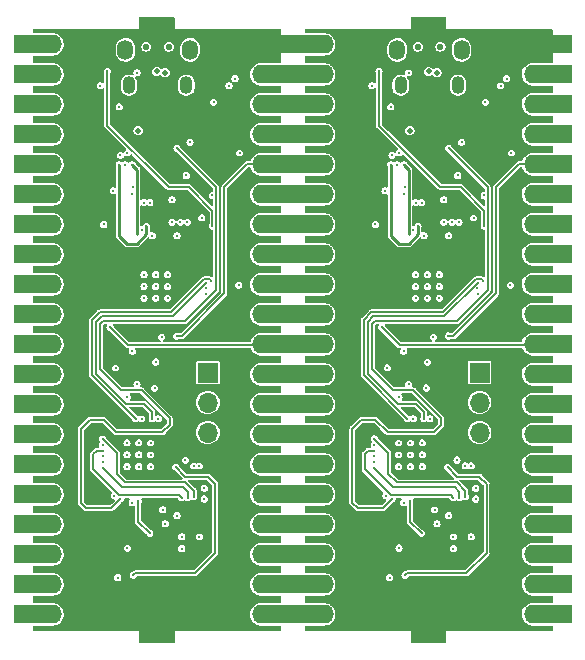
<source format=gbr>
G04 #@! TF.GenerationSoftware,KiCad,Pcbnew,7.0.7*
G04 #@! TF.CreationDate,2023-10-11T15:24:26+07:00*
G04 #@! TF.ProjectId,panel,70616e65-6c2e-46b6-9963-61645f706362,rev?*
G04 #@! TF.SameCoordinates,Original*
G04 #@! TF.FileFunction,Copper,L2,Inr*
G04 #@! TF.FilePolarity,Positive*
%FSLAX46Y46*%
G04 Gerber Fmt 4.6, Leading zero omitted, Abs format (unit mm)*
G04 Created by KiCad (PCBNEW 7.0.7) date 2023-10-11 15:24:26*
%MOMM*%
%LPD*%
G01*
G04 APERTURE LIST*
G04 #@! TA.AperFunction,ComponentPad*
%ADD10R,3.200000X1.600000*%
G04 #@! TD*
G04 #@! TA.AperFunction,ComponentPad*
%ADD11O,1.700000X1.600000*%
G04 #@! TD*
G04 #@! TA.AperFunction,ComponentPad*
%ADD12O,1.350000X1.700000*%
G04 #@! TD*
G04 #@! TA.AperFunction,ComponentPad*
%ADD13O,1.100000X1.500000*%
G04 #@! TD*
G04 #@! TA.AperFunction,ComponentPad*
%ADD14R,1.700000X1.700000*%
G04 #@! TD*
G04 #@! TA.AperFunction,ComponentPad*
%ADD15O,1.700000X1.700000*%
G04 #@! TD*
G04 #@! TA.AperFunction,ViaPad*
%ADD16C,0.300000*%
G04 #@! TD*
G04 #@! TA.AperFunction,ViaPad*
%ADD17C,0.550000*%
G04 #@! TD*
G04 #@! TA.AperFunction,ViaPad*
%ADD18C,0.500000*%
G04 #@! TD*
G04 #@! TA.AperFunction,Conductor*
%ADD19C,0.200000*%
G04 #@! TD*
G04 #@! TA.AperFunction,Conductor*
%ADD20C,0.250000*%
G04 #@! TD*
G04 APERTURE END LIST*
D10*
G04 #@! TO.N,Board_0-VBUS*
G04 #@! TO.C,J3*
X147500000Y-28300000D03*
D11*
X145890000Y-28300000D03*
D10*
G04 #@! TO.N,Board_0-+3.3V*
X147500000Y-30840000D03*
D11*
X145890000Y-30840000D03*
D10*
G04 #@! TO.N,Board_0-GND*
X147500000Y-33380000D03*
D11*
X145890000Y-33380000D03*
D10*
G04 #@! TO.N,Board_0-+1V1*
X147500000Y-35920000D03*
D11*
X145890000Y-35920000D03*
D10*
G04 #@! TO.N,Board_0-/RESET*
X147500000Y-38460000D03*
D11*
X145890000Y-38460000D03*
D10*
G04 #@! TO.N,Board_0-/P29*
X147500000Y-41000000D03*
D11*
X145890000Y-41000000D03*
D10*
G04 #@! TO.N,Board_0-/P28*
X147500000Y-43540000D03*
D11*
X145890000Y-43540000D03*
D10*
G04 #@! TO.N,Board_0-GND*
X147500000Y-46080000D03*
D11*
X145890000Y-46080000D03*
D10*
G04 #@! TO.N,Board_0-/P27*
X147500000Y-48620000D03*
D11*
X145890000Y-48620000D03*
D10*
G04 #@! TO.N,Board_0-/P26*
X147500000Y-51160000D03*
D11*
X145890000Y-51160000D03*
D10*
G04 #@! TO.N,Board_0-/FLASH_SS*
X147500000Y-53700000D03*
D11*
X145890000Y-53700000D03*
D10*
G04 #@! TO.N,Board_0-unconnected-(J3-Pin_12-Pad12)*
X147500000Y-56240000D03*
D11*
X145890000Y-56240000D03*
D10*
G04 #@! TO.N,Board_0-GND*
X147500000Y-58780000D03*
D11*
X145890000Y-58780000D03*
D10*
G04 #@! TO.N,Board_0-/P21*
X147500000Y-61320000D03*
D11*
X145890000Y-61320000D03*
D10*
G04 #@! TO.N,Board_0-/P20*
X147500000Y-63860000D03*
D11*
X145890000Y-63860000D03*
D10*
G04 #@! TO.N,Board_0-/P19*
X147500000Y-66400000D03*
D11*
X145890000Y-66400000D03*
D10*
G04 #@! TO.N,Board_0-/P18*
X147500000Y-68940000D03*
D11*
X145890000Y-68940000D03*
D10*
G04 #@! TO.N,Board_0-GND*
X147500000Y-71480000D03*
D11*
X145890000Y-71480000D03*
D10*
G04 #@! TO.N,Board_0-/P17*
X147500000Y-74020000D03*
D11*
X145890000Y-74020000D03*
D10*
G04 #@! TO.N,Board_0-/P16*
X147500000Y-76560000D03*
D11*
X145890000Y-76560000D03*
G04 #@! TD*
D10*
G04 #@! TO.N,Board_1-VBUS*
G04 #@! TO.C,J3*
X170500000Y-28300000D03*
D11*
X168890000Y-28300000D03*
D10*
G04 #@! TO.N,Board_1-+3.3V*
X170500000Y-30840000D03*
D11*
X168890000Y-30840000D03*
D10*
G04 #@! TO.N,Board_1-GND*
X170500000Y-33380000D03*
D11*
X168890000Y-33380000D03*
D10*
G04 #@! TO.N,Board_1-+1V1*
X170500000Y-35920000D03*
D11*
X168890000Y-35920000D03*
D10*
G04 #@! TO.N,Board_1-/RESET*
X170500000Y-38460000D03*
D11*
X168890000Y-38460000D03*
D10*
G04 #@! TO.N,Board_1-/P29*
X170500000Y-41000000D03*
D11*
X168890000Y-41000000D03*
D10*
G04 #@! TO.N,Board_1-/P28*
X170500000Y-43540000D03*
D11*
X168890000Y-43540000D03*
D10*
G04 #@! TO.N,Board_1-GND*
X170500000Y-46080000D03*
D11*
X168890000Y-46080000D03*
D10*
G04 #@! TO.N,Board_1-/P27*
X170500000Y-48620000D03*
D11*
X168890000Y-48620000D03*
D10*
G04 #@! TO.N,Board_1-/P26*
X170500000Y-51160000D03*
D11*
X168890000Y-51160000D03*
D10*
G04 #@! TO.N,Board_1-/FLASH_SS*
X170500000Y-53700000D03*
D11*
X168890000Y-53700000D03*
D10*
G04 #@! TO.N,Board_1-unconnected-(J3-Pin_12-Pad12)*
X170500000Y-56240000D03*
D11*
X168890000Y-56240000D03*
D10*
G04 #@! TO.N,Board_1-GND*
X170500000Y-58780000D03*
D11*
X168890000Y-58780000D03*
D10*
G04 #@! TO.N,Board_1-/P21*
X170500000Y-61320000D03*
D11*
X168890000Y-61320000D03*
D10*
G04 #@! TO.N,Board_1-/P20*
X170500000Y-63860000D03*
D11*
X168890000Y-63860000D03*
D10*
G04 #@! TO.N,Board_1-/P19*
X170500000Y-66400000D03*
D11*
X168890000Y-66400000D03*
D10*
G04 #@! TO.N,Board_1-/P18*
X170500000Y-68940000D03*
D11*
X168890000Y-68940000D03*
D10*
G04 #@! TO.N,Board_1-GND*
X170500000Y-71480000D03*
D11*
X168890000Y-71480000D03*
D10*
G04 #@! TO.N,Board_1-/P17*
X170500000Y-74020000D03*
D11*
X168890000Y-74020000D03*
D10*
G04 #@! TO.N,Board_1-/P16*
X170500000Y-76560000D03*
D11*
X168890000Y-76560000D03*
G04 #@! TD*
D12*
G04 #@! TO.N,Board_1-GND*
G04 #@! TO.C,J1*
X162790000Y-28770000D03*
D13*
X162480000Y-31770000D03*
X157640000Y-31770000D03*
D12*
X157330000Y-28770000D03*
G04 #@! TD*
D10*
G04 #@! TO.N,Board_1-/P0*
G04 #@! TO.C,J2*
X149490000Y-28300000D03*
D11*
X151100000Y-28300000D03*
D10*
G04 #@! TO.N,Board_1-/P1*
X149490000Y-30840000D03*
D11*
X151100000Y-30840000D03*
D10*
G04 #@! TO.N,Board_1-GND*
X149490000Y-33380000D03*
D11*
X151100000Y-33380000D03*
D10*
G04 #@! TO.N,Board_1-/P2*
X149490000Y-35920000D03*
D11*
X151100000Y-35920000D03*
D10*
G04 #@! TO.N,Board_1-/P3*
X149490000Y-38460000D03*
D11*
X151100000Y-38460000D03*
D10*
G04 #@! TO.N,Board_1-/P4*
X149490000Y-41000000D03*
D11*
X151100000Y-41000000D03*
D10*
G04 #@! TO.N,Board_1-/P5*
X149490000Y-43540000D03*
D11*
X151100000Y-43540000D03*
D10*
G04 #@! TO.N,Board_1-GND*
X149490000Y-46080000D03*
D11*
X151100000Y-46080000D03*
D10*
G04 #@! TO.N,Board_1-/P6*
X149490000Y-48620000D03*
D11*
X151100000Y-48620000D03*
D10*
G04 #@! TO.N,Board_1-/P7*
X149490000Y-51160000D03*
D11*
X151100000Y-51160000D03*
D10*
G04 #@! TO.N,Board_1-/P8*
X149490000Y-53700000D03*
D11*
X151100000Y-53700000D03*
D10*
G04 #@! TO.N,Board_1-/P9*
X149490000Y-56240000D03*
D11*
X151100000Y-56240000D03*
D10*
G04 #@! TO.N,Board_1-GND*
X149490000Y-58780000D03*
D11*
X151100000Y-58780000D03*
D10*
G04 #@! TO.N,Board_1-/P10*
X149490000Y-61320000D03*
D11*
X151100000Y-61320000D03*
D10*
G04 #@! TO.N,Board_1-/P11*
X149490000Y-63860000D03*
D11*
X151100000Y-63860000D03*
D10*
G04 #@! TO.N,Board_1-/P12*
X149490000Y-66400000D03*
D11*
X151100000Y-66400000D03*
D10*
G04 #@! TO.N,Board_1-/P13*
X149490000Y-68940000D03*
D11*
X151100000Y-68940000D03*
D10*
G04 #@! TO.N,Board_1-GND*
X149490000Y-71480000D03*
D11*
X151100000Y-71480000D03*
D10*
G04 #@! TO.N,Board_1-/P14*
X149490000Y-74020000D03*
D11*
X151100000Y-74020000D03*
D10*
G04 #@! TO.N,Board_1-/P15*
X149490000Y-76560000D03*
D11*
X151100000Y-76560000D03*
G04 #@! TD*
D10*
G04 #@! TO.N,Board_0-/P0*
G04 #@! TO.C,J2*
X126490000Y-28300000D03*
D11*
X128100000Y-28300000D03*
D10*
G04 #@! TO.N,Board_0-/P1*
X126490000Y-30840000D03*
D11*
X128100000Y-30840000D03*
D10*
G04 #@! TO.N,Board_0-GND*
X126490000Y-33380000D03*
D11*
X128100000Y-33380000D03*
D10*
G04 #@! TO.N,Board_0-/P2*
X126490000Y-35920000D03*
D11*
X128100000Y-35920000D03*
D10*
G04 #@! TO.N,Board_0-/P3*
X126490000Y-38460000D03*
D11*
X128100000Y-38460000D03*
D10*
G04 #@! TO.N,Board_0-/P4*
X126490000Y-41000000D03*
D11*
X128100000Y-41000000D03*
D10*
G04 #@! TO.N,Board_0-/P5*
X126490000Y-43540000D03*
D11*
X128100000Y-43540000D03*
D10*
G04 #@! TO.N,Board_0-GND*
X126490000Y-46080000D03*
D11*
X128100000Y-46080000D03*
D10*
G04 #@! TO.N,Board_0-/P6*
X126490000Y-48620000D03*
D11*
X128100000Y-48620000D03*
D10*
G04 #@! TO.N,Board_0-/P7*
X126490000Y-51160000D03*
D11*
X128100000Y-51160000D03*
D10*
G04 #@! TO.N,Board_0-/P8*
X126490000Y-53700000D03*
D11*
X128100000Y-53700000D03*
D10*
G04 #@! TO.N,Board_0-/P9*
X126490000Y-56240000D03*
D11*
X128100000Y-56240000D03*
D10*
G04 #@! TO.N,Board_0-GND*
X126490000Y-58780000D03*
D11*
X128100000Y-58780000D03*
D10*
G04 #@! TO.N,Board_0-/P10*
X126490000Y-61320000D03*
D11*
X128100000Y-61320000D03*
D10*
G04 #@! TO.N,Board_0-/P11*
X126490000Y-63860000D03*
D11*
X128100000Y-63860000D03*
D10*
G04 #@! TO.N,Board_0-/P12*
X126490000Y-66400000D03*
D11*
X128100000Y-66400000D03*
D10*
G04 #@! TO.N,Board_0-/P13*
X126490000Y-68940000D03*
D11*
X128100000Y-68940000D03*
D10*
G04 #@! TO.N,Board_0-GND*
X126490000Y-71480000D03*
D11*
X128100000Y-71480000D03*
D10*
G04 #@! TO.N,Board_0-/P14*
X126490000Y-74020000D03*
D11*
X128100000Y-74020000D03*
D10*
G04 #@! TO.N,Board_0-/P15*
X126490000Y-76560000D03*
D11*
X128100000Y-76560000D03*
G04 #@! TD*
D12*
G04 #@! TO.N,Board_0-GND*
G04 #@! TO.C,J1*
X139790000Y-28770000D03*
D13*
X139480000Y-31770000D03*
X134640000Y-31770000D03*
D12*
X134330000Y-28770000D03*
G04 #@! TD*
D14*
G04 #@! TO.N,Board_0-/SWDIO*
G04 #@! TO.C,J4*
X141310000Y-56090000D03*
D15*
G04 #@! TO.N,Board_0-GND*
X141310000Y-58630000D03*
G04 #@! TO.N,Board_0-/SWCLK*
X141310000Y-61170000D03*
G04 #@! TD*
D14*
G04 #@! TO.N,Board_1-/SWDIO*
G04 #@! TO.C,J4*
X164310000Y-56090000D03*
D15*
G04 #@! TO.N,Board_1-GND*
X164310000Y-58630000D03*
G04 #@! TO.N,Board_1-/SWCLK*
X164310000Y-61170000D03*
G04 #@! TD*
D16*
G04 #@! TO.N,Board_1-VBUS*
X163300000Y-33800000D03*
X165300000Y-32000000D03*
X165700000Y-33400000D03*
X164800000Y-31000000D03*
X161900000Y-33200000D03*
G04 #@! TO.N,Board_1-Net-(U4-U0TXD)*
X161700000Y-37100000D03*
X156900000Y-66800000D03*
G04 #@! TO.N,Board_1-Net-(U4-U0RXD)*
X157500000Y-37500000D03*
X156388221Y-66511779D03*
G04 #@! TO.N,Board_1-GND*
X159900000Y-47800000D03*
X166100000Y-31800000D03*
X163800000Y-43000000D03*
X159462500Y-62050000D03*
D17*
X159100000Y-28500000D03*
D16*
X157462500Y-63050000D03*
X164000000Y-65900000D03*
X158900000Y-41700000D03*
X155200000Y-31800000D03*
X159900000Y-48800000D03*
D17*
X161000000Y-28500000D03*
D16*
X156900000Y-37700000D03*
X166925000Y-48700000D03*
X159800000Y-57400000D03*
X160700000Y-68900000D03*
X158900000Y-47800000D03*
X156800000Y-33600000D03*
X155500000Y-43555000D03*
X158462500Y-63050000D03*
X158900000Y-49800000D03*
X157462500Y-64050000D03*
X158462500Y-62050000D03*
X159400000Y-41700000D03*
X160900000Y-48800000D03*
X159462500Y-63050000D03*
X158462500Y-64050000D03*
X157490000Y-70950000D03*
X157900000Y-41000000D03*
X161280000Y-41455000D03*
X166600000Y-31200000D03*
X159900000Y-49800000D03*
X164700000Y-41100000D03*
X158000000Y-40400000D03*
X162475000Y-39400000D03*
X157500000Y-58200000D03*
X160900000Y-47800000D03*
X163600000Y-70000000D03*
X158900000Y-48800000D03*
X157462500Y-62050000D03*
X162100000Y-71000000D03*
X159900000Y-55200000D03*
X157900000Y-54300000D03*
X158300000Y-30700000D03*
X164000000Y-66800000D03*
X159462500Y-64050000D03*
X167000000Y-37500000D03*
X162100000Y-70000000D03*
X160500000Y-67700000D03*
X160900000Y-49800000D03*
X158300000Y-57100000D03*
X164800000Y-33200000D03*
X156690000Y-73450000D03*
X156500000Y-55700000D03*
X162800000Y-36600000D03*
G04 #@! TO.N,Board_1-/RESET*
X161662500Y-53000000D03*
D18*
X158400000Y-35600000D03*
D16*
G04 #@! TO.N,Board_1-/P29*
X164700000Y-43700000D03*
X155800000Y-30600000D03*
G04 #@! TO.N,Board_1-/P25*
X164605644Y-48317741D03*
X158200000Y-60000000D03*
G04 #@! TO.N,Board_1-/P24*
X164170000Y-48500000D03*
X159600000Y-60000000D03*
G04 #@! TO.N,Board_1-/P23*
X164120000Y-48960000D03*
X158700000Y-60000000D03*
G04 #@! TO.N,Board_1-/P22*
X164190000Y-49410000D03*
X160100000Y-60000000D03*
G04 #@! TO.N,Board_1-/FLASH_SS*
X156030000Y-52250000D03*
X156300000Y-40700000D03*
G04 #@! TO.N,Board_1-/FLASH_SD3*
X156800000Y-38500000D03*
X159100000Y-43700000D03*
G04 #@! TO.N,Board_1-/FLASH_SD0*
X157900000Y-38500000D03*
X158300000Y-44400000D03*
G04 #@! TO.N,Board_1-/FLASH_CLOCK*
X158700000Y-44000000D03*
X157300000Y-38500000D03*
G04 #@! TO.N,Board_1-/ESP_CLKOUT*
X161700000Y-68200000D03*
X157900000Y-67100000D03*
G04 #@! TO.N,Board_1-/ESP_CLKIN*
X159400000Y-69700000D03*
X158411779Y-67000000D03*
G04 #@! TO.N,Board_1-/ESP_ANT*
X157990000Y-73250000D03*
X161600000Y-64100000D03*
G04 #@! TO.N,Board_1-/ESPFLASH_SS*
X155400000Y-62700000D03*
X162100000Y-66700000D03*
G04 #@! TO.N,Board_1-/ESPFLASH_D3*
X162400000Y-63500000D03*
X155400000Y-62200000D03*
G04 #@! TO.N,Board_1-/ESPFLASH_D2*
X155400000Y-61700000D03*
X163100000Y-66600000D03*
G04 #@! TO.N,Board_1-/ESPFLASH_D1*
X162600000Y-66700000D03*
X155400000Y-64200000D03*
G04 #@! TO.N,Board_1-/ESPFLASH_D0*
X163600000Y-64000000D03*
X155400000Y-63700000D03*
G04 #@! TO.N,Board_1-/ESPFLASH_CLOCK*
X163100000Y-64000000D03*
X155400000Y-63200000D03*
D18*
G04 #@! TO.N,Board_1-/DP*
X160000000Y-30600000D03*
G04 #@! TO.N,Board_1-/DM*
X160700000Y-30700000D03*
D16*
G04 #@! TO.N,Board_1-+1V1*
X161700000Y-44500000D03*
X161980000Y-43355000D03*
X160400000Y-53100000D03*
X162580000Y-43355000D03*
X161280000Y-43355000D03*
X159600000Y-44500000D03*
G04 #@! TO.N,Board_0-VBUS*
X142300000Y-32000000D03*
X138900000Y-33200000D03*
X141800000Y-31000000D03*
X142700000Y-33400000D03*
X140300000Y-33800000D03*
G04 #@! TO.N,Board_0-Net-(U4-U0TXD)*
X133900000Y-66800000D03*
X138700000Y-37100000D03*
G04 #@! TO.N,Board_0-Net-(U4-U0RXD)*
X134500000Y-37500000D03*
X133388221Y-66511779D03*
G04 #@! TO.N,Board_0-GND*
X136900000Y-47800000D03*
X141000000Y-66800000D03*
X136462500Y-64050000D03*
X135300000Y-30700000D03*
X141000000Y-65900000D03*
X134462500Y-64050000D03*
X135000000Y-40400000D03*
X135900000Y-49800000D03*
X144000000Y-37500000D03*
X134500000Y-58200000D03*
X136900000Y-55200000D03*
X138280000Y-41455000D03*
X132500000Y-43555000D03*
X136462500Y-62050000D03*
X136462500Y-63050000D03*
X143925000Y-48700000D03*
X136800000Y-57400000D03*
X140600000Y-70000000D03*
X136900000Y-48800000D03*
X143100000Y-31800000D03*
X136400000Y-41700000D03*
X139800000Y-36600000D03*
X134900000Y-54300000D03*
X134490000Y-70950000D03*
X133800000Y-33600000D03*
X139100000Y-70000000D03*
X134900000Y-41000000D03*
X135462500Y-63050000D03*
X133500000Y-55700000D03*
X135900000Y-41700000D03*
X140800000Y-43000000D03*
X143600000Y-31200000D03*
X134462500Y-63050000D03*
X137500000Y-67700000D03*
X137900000Y-49800000D03*
X141800000Y-33200000D03*
X135900000Y-48800000D03*
D17*
X138000000Y-28500000D03*
D16*
X135300000Y-57100000D03*
X135900000Y-47800000D03*
X137900000Y-47800000D03*
D17*
X136100000Y-28500000D03*
D16*
X139475000Y-39400000D03*
X141700000Y-41100000D03*
X132200000Y-31800000D03*
X137700000Y-68900000D03*
X135462500Y-64050000D03*
X136900000Y-49800000D03*
X135462500Y-62050000D03*
X133690000Y-73450000D03*
X134462500Y-62050000D03*
X133900000Y-37700000D03*
X139100000Y-71000000D03*
X137900000Y-48800000D03*
D18*
G04 #@! TO.N,Board_0-/RESET*
X135400000Y-35600000D03*
D16*
X138662500Y-53000000D03*
G04 #@! TO.N,Board_0-/P29*
X132800000Y-30600000D03*
X141700000Y-43700000D03*
G04 #@! TO.N,Board_0-/P25*
X141605644Y-48317741D03*
X135200000Y-60000000D03*
G04 #@! TO.N,Board_0-/P24*
X136600000Y-60000000D03*
X141170000Y-48500000D03*
G04 #@! TO.N,Board_0-/P23*
X141120000Y-48960000D03*
X135700000Y-60000000D03*
G04 #@! TO.N,Board_0-/P22*
X141190000Y-49410000D03*
X137100000Y-60000000D03*
G04 #@! TO.N,Board_0-/FLASH_SS*
X133030000Y-52250000D03*
X133300000Y-40700000D03*
G04 #@! TO.N,Board_0-/FLASH_SD3*
X133800000Y-38500000D03*
X136100000Y-43700000D03*
G04 #@! TO.N,Board_0-/FLASH_SD0*
X135300000Y-44400000D03*
X134900000Y-38500000D03*
G04 #@! TO.N,Board_0-/FLASH_CLOCK*
X135700000Y-44000000D03*
X134300000Y-38500000D03*
G04 #@! TO.N,Board_0-/ESP_CLKOUT*
X138700000Y-68200000D03*
X134900000Y-67100000D03*
G04 #@! TO.N,Board_0-/ESP_CLKIN*
X136400000Y-69700000D03*
X135411779Y-67000000D03*
G04 #@! TO.N,Board_0-/ESP_ANT*
X138600000Y-64100000D03*
X134990000Y-73250000D03*
G04 #@! TO.N,Board_0-/ESPFLASH_SS*
X139100000Y-66700000D03*
X132400000Y-62700000D03*
G04 #@! TO.N,Board_0-/ESPFLASH_D3*
X139400000Y-63500000D03*
X132400000Y-62200000D03*
G04 #@! TO.N,Board_0-/ESPFLASH_D2*
X132400000Y-61700000D03*
X140100000Y-66600000D03*
G04 #@! TO.N,Board_0-/ESPFLASH_D1*
X132400000Y-64200000D03*
X139600000Y-66700000D03*
G04 #@! TO.N,Board_0-/ESPFLASH_D0*
X140600000Y-64000000D03*
X132400000Y-63700000D03*
G04 #@! TO.N,Board_0-/ESPFLASH_CLOCK*
X140100000Y-64000000D03*
X132400000Y-63200000D03*
D18*
G04 #@! TO.N,Board_0-/DP*
X137000000Y-30600000D03*
G04 #@! TO.N,Board_0-/DM*
X137700000Y-30700000D03*
D16*
G04 #@! TO.N,Board_0-+1V1*
X138280000Y-43355000D03*
X139580000Y-43355000D03*
X137400000Y-53100000D03*
X136600000Y-44500000D03*
X138700000Y-44500000D03*
X138980000Y-43355000D03*
G04 #@! TD*
D19*
G04 #@! TO.N,Board_1-Net-(U4-U0TXD)*
X161070000Y-59970000D02*
X161070000Y-60520000D01*
X165000000Y-40400000D02*
X165000000Y-49100000D01*
X165000000Y-49100000D02*
X162390000Y-51710000D01*
X153550000Y-60850000D02*
X153550000Y-67110000D01*
X154020000Y-67580000D02*
X156120000Y-67580000D01*
X160460000Y-61130000D02*
X156520000Y-61130000D01*
X156980000Y-57600000D02*
X158700000Y-57600000D01*
X155470000Y-51710000D02*
X155170000Y-52010000D01*
X161700000Y-37100000D02*
X165000000Y-40400000D01*
X155170000Y-55790000D02*
X156980000Y-57600000D01*
X156520000Y-61130000D02*
X155500000Y-60110000D01*
X154290000Y-60110000D02*
X153550000Y-60850000D01*
X156120000Y-67580000D02*
X156900000Y-66800000D01*
X161070000Y-60520000D02*
X160460000Y-61130000D01*
X153550000Y-67110000D02*
X154020000Y-67580000D01*
X155170000Y-52010000D02*
X155170000Y-55790000D01*
X158700000Y-57600000D02*
X161070000Y-59970000D01*
X162390000Y-51710000D02*
X155470000Y-51710000D01*
X155500000Y-60110000D02*
X154290000Y-60110000D01*
G04 #@! TO.N,Board_1-/RESET*
X162100000Y-53000000D02*
X165700000Y-49400000D01*
X161662500Y-53000000D02*
X162100000Y-53000000D01*
X165700000Y-49400000D02*
X165700000Y-40400000D01*
X167640000Y-38460000D02*
X168890000Y-38460000D01*
X165700000Y-40400000D02*
X167640000Y-38460000D01*
G04 #@! TO.N,Board_1-/P29*
X162700000Y-40400000D02*
X161000000Y-40400000D01*
X164700000Y-42400000D02*
X162700000Y-40400000D01*
X155800000Y-35200000D02*
X155800000Y-30600000D01*
X164700000Y-43700000D02*
X164700000Y-42400000D01*
X161000000Y-40400000D02*
X155800000Y-35200000D01*
G04 #@! TO.N,Board_1-/P25*
X164605644Y-48317741D02*
X164487903Y-48200000D01*
X155150000Y-51000000D02*
X154500000Y-51650000D01*
X164020000Y-48200000D02*
X161220000Y-51000000D01*
X154500000Y-51650000D02*
X154500000Y-56300000D01*
X161220000Y-51000000D02*
X155150000Y-51000000D01*
X164487903Y-48200000D02*
X164020000Y-48200000D01*
X154500000Y-56300000D02*
X158200000Y-60000000D01*
G04 #@! TO.N,Board_1-/P24*
X158920000Y-58750000D02*
X159600000Y-59430000D01*
X161325735Y-51330000D02*
X155330000Y-51330000D01*
X164155735Y-48500000D02*
X161325735Y-51330000D01*
X159600000Y-59430000D02*
X159600000Y-60000000D01*
X154830000Y-51830000D02*
X154830000Y-56190000D01*
X157390000Y-58750000D02*
X158920000Y-58750000D01*
X164170000Y-48500000D02*
X164155735Y-48500000D01*
X154830000Y-56190000D02*
X157390000Y-58750000D01*
X155330000Y-51330000D02*
X154830000Y-51830000D01*
G04 #@! TO.N,Board_1-/FLASH_SS*
X156030000Y-52250000D02*
X157540000Y-53760000D01*
X157540000Y-53760000D02*
X168830000Y-53760000D01*
X168830000Y-53760000D02*
X168890000Y-53700000D01*
D20*
G04 #@! TO.N,Board_1-/FLASH_SD3*
X159100000Y-44400000D02*
X158300000Y-45200000D01*
X157500000Y-45200000D02*
X156800000Y-44500000D01*
X158300000Y-45200000D02*
X157500000Y-45200000D01*
X159100000Y-43700000D02*
X159100000Y-44400000D01*
X156800000Y-44500000D02*
X156800000Y-38500000D01*
G04 #@! TO.N,Board_1-/FLASH_SD0*
X158300000Y-44400000D02*
X158325000Y-44375000D01*
X158325000Y-44375000D02*
X158325000Y-38925000D01*
X158325000Y-38925000D02*
X157900000Y-38500000D01*
D19*
G04 #@! TO.N,Board_1-/ESP_CLKIN*
X158411779Y-68711779D02*
X159400000Y-69700000D01*
X158411779Y-67000000D02*
X158411779Y-68711779D01*
G04 #@! TO.N,Board_1-/ESP_ANT*
X163200000Y-73100000D02*
X158140000Y-73100000D01*
X164900000Y-65500000D02*
X164900000Y-71400000D01*
X161600000Y-64100000D02*
X162400000Y-64900000D01*
X158140000Y-73100000D02*
X157990000Y-73250000D01*
X164300000Y-64900000D02*
X164900000Y-65500000D01*
X164900000Y-71400000D02*
X163200000Y-73100000D01*
X162400000Y-64900000D02*
X164300000Y-64900000D01*
G04 #@! TO.N,Board_1-/ESPFLASH_SS*
X162100000Y-66700000D02*
X161900000Y-66500000D01*
X154600000Y-64300000D02*
X154600000Y-63000000D01*
X161900000Y-66500000D02*
X156800000Y-66500000D01*
X156800000Y-66500000D02*
X154600000Y-64300000D01*
X154600000Y-63000000D02*
X154900000Y-62700000D01*
X154900000Y-62700000D02*
X155400000Y-62700000D01*
G04 #@! TO.N,Board_1-/ESPFLASH_D2*
X162400000Y-65400000D02*
X163100000Y-66100000D01*
X156600000Y-64700000D02*
X157300000Y-65400000D01*
X157300000Y-65400000D02*
X162400000Y-65400000D01*
X163100000Y-66100000D02*
X163100000Y-66600000D01*
X155400000Y-61700000D02*
X156600000Y-62900000D01*
X156600000Y-62900000D02*
X156600000Y-64700000D01*
G04 #@! TO.N,Board_1-/ESPFLASH_D1*
X162200000Y-65800000D02*
X157000000Y-65800000D01*
X162600000Y-66200000D02*
X162200000Y-65800000D01*
X162600000Y-66700000D02*
X162600000Y-66200000D01*
X157000000Y-65800000D02*
X155400000Y-64200000D01*
G04 #@! TO.N,Board_0-Net-(U4-U0TXD)*
X142000000Y-40400000D02*
X142000000Y-49100000D01*
X133520000Y-61130000D02*
X132500000Y-60110000D01*
X132170000Y-52010000D02*
X132170000Y-55790000D01*
X132170000Y-55790000D02*
X133980000Y-57600000D01*
X138070000Y-60520000D02*
X137460000Y-61130000D01*
X137460000Y-61130000D02*
X133520000Y-61130000D01*
X135700000Y-57600000D02*
X138070000Y-59970000D01*
X132500000Y-60110000D02*
X131290000Y-60110000D01*
X132470000Y-51710000D02*
X132170000Y-52010000D01*
X130550000Y-67110000D02*
X131020000Y-67580000D01*
X139390000Y-51710000D02*
X132470000Y-51710000D01*
X133120000Y-67580000D02*
X133900000Y-66800000D01*
X142000000Y-49100000D02*
X139390000Y-51710000D01*
X131290000Y-60110000D02*
X130550000Y-60850000D01*
X138070000Y-59970000D02*
X138070000Y-60520000D01*
X130550000Y-60850000D02*
X130550000Y-67110000D01*
X138700000Y-37100000D02*
X142000000Y-40400000D01*
X133980000Y-57600000D02*
X135700000Y-57600000D01*
X131020000Y-67580000D02*
X133120000Y-67580000D01*
G04 #@! TO.N,Board_0-/RESET*
X138662500Y-53000000D02*
X139100000Y-53000000D01*
X139100000Y-53000000D02*
X142700000Y-49400000D01*
X144640000Y-38460000D02*
X145890000Y-38460000D01*
X142700000Y-49400000D02*
X142700000Y-40400000D01*
X142700000Y-40400000D02*
X144640000Y-38460000D01*
G04 #@! TO.N,Board_0-/P29*
X141700000Y-43700000D02*
X141700000Y-42400000D01*
X139700000Y-40400000D02*
X138000000Y-40400000D01*
X132800000Y-35200000D02*
X132800000Y-30600000D01*
X138000000Y-40400000D02*
X132800000Y-35200000D01*
X141700000Y-42400000D02*
X139700000Y-40400000D01*
G04 #@! TO.N,Board_0-/P25*
X131500000Y-56300000D02*
X135200000Y-60000000D01*
X141605644Y-48317741D02*
X141487903Y-48200000D01*
X138220000Y-51000000D02*
X132150000Y-51000000D01*
X132150000Y-51000000D02*
X131500000Y-51650000D01*
X141487903Y-48200000D02*
X141020000Y-48200000D01*
X131500000Y-51650000D02*
X131500000Y-56300000D01*
X141020000Y-48200000D02*
X138220000Y-51000000D01*
G04 #@! TO.N,Board_0-/P24*
X131830000Y-51830000D02*
X131830000Y-56190000D01*
X132330000Y-51330000D02*
X131830000Y-51830000D01*
X136600000Y-59430000D02*
X136600000Y-60000000D01*
X141170000Y-48500000D02*
X141155735Y-48500000D01*
X135920000Y-58750000D02*
X136600000Y-59430000D01*
X131830000Y-56190000D02*
X134390000Y-58750000D01*
X134390000Y-58750000D02*
X135920000Y-58750000D01*
X138325735Y-51330000D02*
X132330000Y-51330000D01*
X141155735Y-48500000D02*
X138325735Y-51330000D01*
G04 #@! TO.N,Board_0-/FLASH_SS*
X133030000Y-52250000D02*
X134540000Y-53760000D01*
X134540000Y-53760000D02*
X145830000Y-53760000D01*
X145830000Y-53760000D02*
X145890000Y-53700000D01*
D20*
G04 #@! TO.N,Board_0-/FLASH_SD3*
X136100000Y-43700000D02*
X136100000Y-44400000D01*
X134500000Y-45200000D02*
X133800000Y-44500000D01*
X135300000Y-45200000D02*
X134500000Y-45200000D01*
X133800000Y-44500000D02*
X133800000Y-38500000D01*
X136100000Y-44400000D02*
X135300000Y-45200000D01*
G04 #@! TO.N,Board_0-/FLASH_SD0*
X135300000Y-44400000D02*
X135325000Y-44375000D01*
X135325000Y-38925000D02*
X134900000Y-38500000D01*
X135325000Y-44375000D02*
X135325000Y-38925000D01*
D19*
G04 #@! TO.N,Board_0-/ESP_CLKIN*
X135411779Y-67000000D02*
X135411779Y-68711779D01*
X135411779Y-68711779D02*
X136400000Y-69700000D01*
G04 #@! TO.N,Board_0-/ESP_ANT*
X140200000Y-73100000D02*
X135140000Y-73100000D01*
X141300000Y-64900000D02*
X141900000Y-65500000D01*
X141900000Y-71400000D02*
X140200000Y-73100000D01*
X138600000Y-64100000D02*
X139400000Y-64900000D01*
X141900000Y-65500000D02*
X141900000Y-71400000D01*
X135140000Y-73100000D02*
X134990000Y-73250000D01*
X139400000Y-64900000D02*
X141300000Y-64900000D01*
G04 #@! TO.N,Board_0-/ESPFLASH_SS*
X131600000Y-64300000D02*
X131600000Y-63000000D01*
X131900000Y-62700000D02*
X132400000Y-62700000D01*
X133800000Y-66500000D02*
X131600000Y-64300000D01*
X139100000Y-66700000D02*
X138900000Y-66500000D01*
X131600000Y-63000000D02*
X131900000Y-62700000D01*
X138900000Y-66500000D02*
X133800000Y-66500000D01*
G04 #@! TO.N,Board_0-/ESPFLASH_D2*
X139400000Y-65400000D02*
X140100000Y-66100000D01*
X133600000Y-64700000D02*
X134300000Y-65400000D01*
X134300000Y-65400000D02*
X139400000Y-65400000D01*
X132400000Y-61700000D02*
X133600000Y-62900000D01*
X133600000Y-62900000D02*
X133600000Y-64700000D01*
X140100000Y-66100000D02*
X140100000Y-66600000D01*
G04 #@! TO.N,Board_0-/ESPFLASH_D1*
X134000000Y-65800000D02*
X132400000Y-64200000D01*
X139200000Y-65800000D02*
X134000000Y-65800000D01*
X139600000Y-66200000D02*
X139200000Y-65800000D01*
X139600000Y-66700000D02*
X139600000Y-66200000D01*
G04 #@! TD*
G04 #@! TA.AperFunction,Conductor*
G04 #@! TO.N,Board_1-VBUS*
G36*
X161473066Y-26017313D02*
G01*
X161498376Y-26061150D01*
X161499500Y-26074000D01*
X161499500Y-26985318D01*
X161499433Y-26985656D01*
X161499458Y-26999999D01*
X161499500Y-27000099D01*
X161499616Y-27000382D01*
X161499617Y-27000383D01*
X161500000Y-27000541D01*
X161514660Y-27000531D01*
X161514817Y-27000500D01*
X170425500Y-27000500D01*
X170473066Y-27017813D01*
X170498376Y-27061650D01*
X170499500Y-27074500D01*
X170499500Y-29815500D01*
X170482187Y-29863066D01*
X170438350Y-29888376D01*
X170425500Y-29889500D01*
X168791786Y-29889500D01*
X168647682Y-29904153D01*
X168647677Y-29904154D01*
X168463237Y-29962023D01*
X168463232Y-29962025D01*
X168294209Y-30055841D01*
X168294206Y-30055843D01*
X168147530Y-30181761D01*
X168029206Y-30334623D01*
X168029203Y-30334626D01*
X167944069Y-30508186D01*
X167895614Y-30695329D01*
X167887747Y-30850476D01*
X167885824Y-30888390D01*
X167915097Y-31079474D01*
X167982236Y-31260753D01*
X168003360Y-31294643D01*
X168084487Y-31424802D01*
X168084491Y-31424807D01*
X168217674Y-31564917D01*
X168217677Y-31564919D01*
X168376342Y-31675353D01*
X168490931Y-31724527D01*
X168549448Y-31749639D01*
X168553988Y-31751587D01*
X168553993Y-31751588D01*
X168743337Y-31790499D01*
X168743342Y-31790499D01*
X168743344Y-31790500D01*
X168885180Y-31790500D01*
X170425500Y-31790500D01*
X170473066Y-31807813D01*
X170498376Y-31851650D01*
X170499500Y-31864500D01*
X170499500Y-32355500D01*
X170482187Y-32403066D01*
X170438350Y-32428376D01*
X170425500Y-32429500D01*
X168791786Y-32429500D01*
X168647682Y-32444153D01*
X168647677Y-32444154D01*
X168463237Y-32502023D01*
X168463232Y-32502025D01*
X168294209Y-32595841D01*
X168294206Y-32595843D01*
X168147530Y-32721761D01*
X168029206Y-32874623D01*
X168029203Y-32874626D01*
X167944069Y-33048186D01*
X167895614Y-33235329D01*
X167887068Y-33403860D01*
X167885824Y-33428390D01*
X167915097Y-33619474D01*
X167982236Y-33800753D01*
X167982237Y-33800754D01*
X168084487Y-33964802D01*
X168084491Y-33964807D01*
X168217674Y-34104917D01*
X168217677Y-34104919D01*
X168376342Y-34215353D01*
X168475661Y-34257974D01*
X168546803Y-34288504D01*
X168553988Y-34291587D01*
X168553993Y-34291588D01*
X168743337Y-34330499D01*
X168743342Y-34330499D01*
X168743344Y-34330500D01*
X168885180Y-34330500D01*
X170425500Y-34330500D01*
X170473066Y-34347813D01*
X170498376Y-34391650D01*
X170499500Y-34404500D01*
X170499500Y-34895500D01*
X170482187Y-34943066D01*
X170438350Y-34968376D01*
X170425500Y-34969500D01*
X168791786Y-34969500D01*
X168647682Y-34984153D01*
X168647677Y-34984154D01*
X168463237Y-35042023D01*
X168463232Y-35042025D01*
X168294209Y-35135841D01*
X168294206Y-35135843D01*
X168147530Y-35261761D01*
X168029206Y-35414623D01*
X168029203Y-35414626D01*
X167944069Y-35588186D01*
X167895614Y-35775329D01*
X167890732Y-35871610D01*
X167885824Y-35968390D01*
X167915097Y-36159474D01*
X167982236Y-36340753D01*
X167982237Y-36340754D01*
X168084487Y-36504802D01*
X168084491Y-36504807D01*
X168217674Y-36644917D01*
X168217677Y-36644919D01*
X168376342Y-36755353D01*
X168475661Y-36797974D01*
X168546803Y-36828504D01*
X168553988Y-36831587D01*
X168553993Y-36831588D01*
X168743337Y-36870499D01*
X168743342Y-36870499D01*
X168743344Y-36870500D01*
X168885180Y-36870500D01*
X170425500Y-36870500D01*
X170473066Y-36887813D01*
X170498376Y-36931650D01*
X170499500Y-36944500D01*
X170499500Y-37435500D01*
X170482187Y-37483066D01*
X170438350Y-37508376D01*
X170425500Y-37509500D01*
X168791786Y-37509500D01*
X168647682Y-37524153D01*
X168647677Y-37524154D01*
X168463237Y-37582023D01*
X168463232Y-37582025D01*
X168294209Y-37675841D01*
X168294206Y-37675843D01*
X168147530Y-37801761D01*
X168029206Y-37954623D01*
X168029203Y-37954626D01*
X167965757Y-38083971D01*
X167944070Y-38128184D01*
X167937373Y-38154049D01*
X167908692Y-38195756D01*
X167865736Y-38209500D01*
X167671962Y-38209500D01*
X167657525Y-38208078D01*
X167640000Y-38204592D01*
X167542259Y-38224034D01*
X167524734Y-38235744D01*
X167459399Y-38279398D01*
X167459397Y-38279400D01*
X167449466Y-38294262D01*
X167440266Y-38305472D01*
X165545472Y-40200266D01*
X165534262Y-40209466D01*
X165519400Y-40219397D01*
X165495612Y-40255000D01*
X165464034Y-40302257D01*
X165444592Y-40400000D01*
X165448078Y-40417525D01*
X165449500Y-40431962D01*
X165449500Y-49265587D01*
X165432187Y-49313153D01*
X165427826Y-49317913D01*
X162017914Y-52727826D01*
X161972038Y-52749218D01*
X161965588Y-52749500D01*
X161858395Y-52749500D01*
X161822204Y-52736327D01*
X161820673Y-52738980D01*
X161815066Y-52735743D01*
X161715488Y-52699500D01*
X161715486Y-52699500D01*
X161609514Y-52699500D01*
X161609511Y-52699500D01*
X161509932Y-52735743D01*
X161509929Y-52735745D01*
X161428752Y-52803860D01*
X161375765Y-52895637D01*
X161357364Y-52999999D01*
X161375765Y-53104362D01*
X161428752Y-53196139D01*
X161509929Y-53264254D01*
X161509932Y-53264256D01*
X161609511Y-53300499D01*
X161609512Y-53300500D01*
X161609514Y-53300500D01*
X161715488Y-53300500D01*
X161715488Y-53300499D01*
X161815068Y-53264256D01*
X161815072Y-53264252D01*
X161820673Y-53261020D01*
X161822204Y-53263672D01*
X161858394Y-53250500D01*
X162068038Y-53250500D01*
X162082474Y-53251921D01*
X162100000Y-53255408D01*
X162197741Y-53235966D01*
X162235305Y-53210866D01*
X162280601Y-53180601D01*
X162290533Y-53165734D01*
X162299727Y-53154531D01*
X165854534Y-49599725D01*
X165865737Y-49590531D01*
X165880601Y-49580601D01*
X165905225Y-49543749D01*
X165935966Y-49497740D01*
X165955409Y-49400000D01*
X165951922Y-49382470D01*
X165950500Y-49368033D01*
X165950500Y-48700000D01*
X166619864Y-48700000D01*
X166621026Y-48706588D01*
X166638265Y-48804362D01*
X166691252Y-48896139D01*
X166772429Y-48964254D01*
X166772432Y-48964256D01*
X166872011Y-49000499D01*
X166872012Y-49000500D01*
X166872014Y-49000500D01*
X166977988Y-49000500D01*
X166977988Y-49000499D01*
X167077568Y-48964256D01*
X167158748Y-48896138D01*
X167211734Y-48804363D01*
X167230136Y-48700000D01*
X167211734Y-48595637D01*
X167158748Y-48503862D01*
X167158747Y-48503860D01*
X167077570Y-48435745D01*
X167077567Y-48435743D01*
X166977988Y-48399500D01*
X166977986Y-48399500D01*
X166872014Y-48399500D01*
X166872011Y-48399500D01*
X166772432Y-48435743D01*
X166772429Y-48435745D01*
X166691252Y-48503860D01*
X166638265Y-48595637D01*
X166624715Y-48672487D01*
X166619864Y-48700000D01*
X165950500Y-48700000D01*
X165950500Y-40534411D01*
X165967813Y-40486845D01*
X165972174Y-40482085D01*
X167722086Y-38732174D01*
X167767962Y-38710782D01*
X167774412Y-38710500D01*
X167867675Y-38710500D01*
X167915241Y-38727813D01*
X167937068Y-38758799D01*
X167982234Y-38880750D01*
X167982235Y-38880751D01*
X168084487Y-39044802D01*
X168084491Y-39044807D01*
X168217674Y-39184917D01*
X168217677Y-39184919D01*
X168376342Y-39295353D01*
X168475661Y-39337974D01*
X168546803Y-39368504D01*
X168553988Y-39371587D01*
X168553993Y-39371588D01*
X168743337Y-39410499D01*
X168743342Y-39410499D01*
X168743344Y-39410500D01*
X168885180Y-39410500D01*
X170425500Y-39410500D01*
X170473066Y-39427813D01*
X170498376Y-39471650D01*
X170499500Y-39484500D01*
X170499500Y-39975500D01*
X170482187Y-40023066D01*
X170438350Y-40048376D01*
X170425500Y-40049500D01*
X168791786Y-40049500D01*
X168647682Y-40064153D01*
X168647677Y-40064154D01*
X168463237Y-40122023D01*
X168463232Y-40122025D01*
X168294209Y-40215841D01*
X168294206Y-40215843D01*
X168147530Y-40341761D01*
X168029206Y-40494623D01*
X168029203Y-40494626D01*
X167944069Y-40668186D01*
X167895614Y-40855329D01*
X167888100Y-41003511D01*
X167885824Y-41048390D01*
X167915097Y-41239474D01*
X167982236Y-41420753D01*
X168003582Y-41454999D01*
X168084487Y-41584802D01*
X168084491Y-41584807D01*
X168217674Y-41724917D01*
X168217677Y-41724919D01*
X168376342Y-41835353D01*
X168475661Y-41877974D01*
X168546803Y-41908504D01*
X168553988Y-41911587D01*
X168553993Y-41911588D01*
X168743337Y-41950499D01*
X168743342Y-41950499D01*
X168743344Y-41950500D01*
X168885180Y-41950500D01*
X170425500Y-41950500D01*
X170473066Y-41967813D01*
X170498376Y-42011650D01*
X170499500Y-42024500D01*
X170499500Y-42515500D01*
X170482187Y-42563066D01*
X170438350Y-42588376D01*
X170425500Y-42589500D01*
X168791786Y-42589500D01*
X168647682Y-42604153D01*
X168647677Y-42604154D01*
X168463237Y-42662023D01*
X168463232Y-42662025D01*
X168294209Y-42755841D01*
X168294206Y-42755843D01*
X168147530Y-42881761D01*
X168029206Y-43034623D01*
X168029203Y-43034626D01*
X167944069Y-43208186D01*
X167895614Y-43395329D01*
X167886630Y-43572489D01*
X167885824Y-43588390D01*
X167915097Y-43779474D01*
X167982236Y-43960753D01*
X167996662Y-43983898D01*
X168084487Y-44124802D01*
X168084491Y-44124807D01*
X168217674Y-44264917D01*
X168217677Y-44264919D01*
X168376342Y-44375353D01*
X168475661Y-44417974D01*
X168549448Y-44449639D01*
X168553988Y-44451587D01*
X168553993Y-44451588D01*
X168743337Y-44490499D01*
X168743342Y-44490499D01*
X168743344Y-44490500D01*
X168885180Y-44490500D01*
X170425500Y-44490500D01*
X170473066Y-44507813D01*
X170498376Y-44551650D01*
X170499500Y-44564500D01*
X170499500Y-45055500D01*
X170482187Y-45103066D01*
X170438350Y-45128376D01*
X170425500Y-45129500D01*
X168791786Y-45129500D01*
X168647682Y-45144153D01*
X168647677Y-45144154D01*
X168463237Y-45202023D01*
X168463232Y-45202025D01*
X168294209Y-45295841D01*
X168294206Y-45295843D01*
X168147530Y-45421761D01*
X168029206Y-45574623D01*
X168029203Y-45574626D01*
X167944069Y-45748186D01*
X167895614Y-45935329D01*
X167894414Y-45959000D01*
X167885824Y-46128390D01*
X167915097Y-46319474D01*
X167982236Y-46500753D01*
X167982237Y-46500754D01*
X168084487Y-46664802D01*
X168084491Y-46664807D01*
X168217674Y-46804917D01*
X168217677Y-46804919D01*
X168376342Y-46915353D01*
X168475661Y-46957974D01*
X168546803Y-46988504D01*
X168553988Y-46991587D01*
X168553993Y-46991588D01*
X168743337Y-47030499D01*
X168743342Y-47030499D01*
X168743344Y-47030500D01*
X168885180Y-47030500D01*
X170425500Y-47030500D01*
X170473066Y-47047813D01*
X170498376Y-47091650D01*
X170499500Y-47104500D01*
X170499500Y-47595500D01*
X170482187Y-47643066D01*
X170438350Y-47668376D01*
X170425500Y-47669500D01*
X168791786Y-47669500D01*
X168647682Y-47684153D01*
X168647677Y-47684154D01*
X168463237Y-47742023D01*
X168463232Y-47742025D01*
X168294209Y-47835841D01*
X168294206Y-47835843D01*
X168147530Y-47961761D01*
X168029206Y-48114623D01*
X168029203Y-48114626D01*
X167944069Y-48288186D01*
X167895614Y-48475329D01*
X167887360Y-48638095D01*
X167885824Y-48668390D01*
X167915097Y-48859474D01*
X167982236Y-49040753D01*
X168001623Y-49071856D01*
X168084487Y-49204802D01*
X168084491Y-49204807D01*
X168217674Y-49344917D01*
X168217677Y-49344919D01*
X168376342Y-49455353D01*
X168438304Y-49481943D01*
X168546803Y-49528504D01*
X168553988Y-49531587D01*
X168553993Y-49531588D01*
X168743337Y-49570499D01*
X168743342Y-49570499D01*
X168743344Y-49570500D01*
X168885180Y-49570500D01*
X170425500Y-49570500D01*
X170473066Y-49587813D01*
X170498376Y-49631650D01*
X170499500Y-49644500D01*
X170499500Y-50135500D01*
X170482187Y-50183066D01*
X170438350Y-50208376D01*
X170425500Y-50209500D01*
X168791786Y-50209500D01*
X168647682Y-50224153D01*
X168647677Y-50224154D01*
X168463237Y-50282023D01*
X168463232Y-50282025D01*
X168294209Y-50375841D01*
X168294206Y-50375843D01*
X168147530Y-50501761D01*
X168029206Y-50654623D01*
X168029203Y-50654626D01*
X167944069Y-50828186D01*
X167895614Y-51015329D01*
X167894414Y-51039000D01*
X167885824Y-51208390D01*
X167915097Y-51399474D01*
X167982236Y-51580753D01*
X167982237Y-51580754D01*
X168084487Y-51744802D01*
X168084491Y-51744807D01*
X168217674Y-51884917D01*
X168217677Y-51884919D01*
X168376342Y-51995353D01*
X168494231Y-52045943D01*
X168546803Y-52068504D01*
X168553988Y-52071587D01*
X168553993Y-52071588D01*
X168743337Y-52110499D01*
X168743342Y-52110499D01*
X168743344Y-52110500D01*
X168885180Y-52110500D01*
X170425500Y-52110500D01*
X170473066Y-52127813D01*
X170498376Y-52171650D01*
X170499500Y-52184500D01*
X170499500Y-52675500D01*
X170482187Y-52723066D01*
X170438350Y-52748376D01*
X170425500Y-52749500D01*
X168791786Y-52749500D01*
X168647682Y-52764153D01*
X168647677Y-52764154D01*
X168463237Y-52822023D01*
X168463232Y-52822025D01*
X168294209Y-52915841D01*
X168294206Y-52915843D01*
X168147530Y-53041761D01*
X168029206Y-53194623D01*
X168029203Y-53194626D01*
X167945998Y-53364254D01*
X167944070Y-53368184D01*
X167923314Y-53448350D01*
X167921838Y-53454049D01*
X167893155Y-53495757D01*
X167850200Y-53509500D01*
X160573188Y-53509500D01*
X160525622Y-53492187D01*
X160500312Y-53448350D01*
X160509102Y-53398500D01*
X160547879Y-53365963D01*
X160550289Y-53365085D01*
X160552568Y-53364256D01*
X160633748Y-53296138D01*
X160686734Y-53204363D01*
X160705136Y-53100000D01*
X160686734Y-52995637D01*
X160633748Y-52903862D01*
X160633747Y-52903860D01*
X160552570Y-52835745D01*
X160552567Y-52835743D01*
X160452988Y-52799500D01*
X160452986Y-52799500D01*
X160347014Y-52799500D01*
X160347011Y-52799500D01*
X160247432Y-52835743D01*
X160247429Y-52835745D01*
X160166252Y-52903860D01*
X160113265Y-52995637D01*
X160094864Y-53099999D01*
X160113265Y-53204362D01*
X160166252Y-53296139D01*
X160247429Y-53364254D01*
X160247432Y-53364256D01*
X160252121Y-53365963D01*
X160290898Y-53398500D01*
X160299688Y-53448350D01*
X160274379Y-53492187D01*
X160226812Y-53509500D01*
X157674412Y-53509500D01*
X157626846Y-53492187D01*
X157622086Y-53487826D01*
X156341117Y-52206857D01*
X156320567Y-52167378D01*
X156317371Y-52149250D01*
X156316734Y-52145637D01*
X156273930Y-52071499D01*
X156265141Y-52021650D01*
X156290451Y-51977813D01*
X156338017Y-51960500D01*
X162358038Y-51960500D01*
X162372474Y-51961921D01*
X162390000Y-51965408D01*
X162487741Y-51945966D01*
X162538185Y-51912260D01*
X162570601Y-51890601D01*
X162580533Y-51875734D01*
X162589727Y-51864531D01*
X165154531Y-49299727D01*
X165165734Y-49290533D01*
X165180601Y-49280601D01*
X165235966Y-49197740D01*
X165250500Y-49124674D01*
X165250500Y-49124672D01*
X165255408Y-49100000D01*
X165251922Y-49082475D01*
X165250500Y-49068038D01*
X165250500Y-40431966D01*
X165251922Y-40417528D01*
X165251923Y-40417525D01*
X165255409Y-40400000D01*
X165235966Y-40302260D01*
X165194578Y-40240317D01*
X165194577Y-40240316D01*
X165192558Y-40237294D01*
X165189717Y-40233042D01*
X165180601Y-40219399D01*
X165165738Y-40209468D01*
X165154530Y-40200269D01*
X163590476Y-38636215D01*
X162454260Y-37500000D01*
X166694864Y-37500000D01*
X166695545Y-37503860D01*
X166713265Y-37604362D01*
X166766252Y-37696139D01*
X166847429Y-37764254D01*
X166847432Y-37764256D01*
X166947011Y-37800499D01*
X166947012Y-37800500D01*
X166947014Y-37800500D01*
X167052988Y-37800500D01*
X167052988Y-37800499D01*
X167152568Y-37764256D01*
X167228625Y-37700437D01*
X167233747Y-37696139D01*
X167251725Y-37665000D01*
X167286734Y-37604363D01*
X167305136Y-37500000D01*
X167286734Y-37395637D01*
X167263196Y-37354868D01*
X167233747Y-37303860D01*
X167152570Y-37235745D01*
X167152567Y-37235743D01*
X167052988Y-37199500D01*
X167052986Y-37199500D01*
X166947014Y-37199500D01*
X166947011Y-37199500D01*
X166847432Y-37235743D01*
X166847429Y-37235745D01*
X166766252Y-37303860D01*
X166713265Y-37395637D01*
X166694864Y-37499999D01*
X166694864Y-37500000D01*
X162454260Y-37500000D01*
X162011116Y-37056856D01*
X161990567Y-37017378D01*
X161989007Y-37008530D01*
X161986734Y-36995637D01*
X161933748Y-36903862D01*
X161933747Y-36903860D01*
X161852570Y-36835745D01*
X161852567Y-36835743D01*
X161752988Y-36799500D01*
X161752986Y-36799500D01*
X161647014Y-36799500D01*
X161647011Y-36799500D01*
X161547432Y-36835743D01*
X161547429Y-36835745D01*
X161466252Y-36903860D01*
X161413265Y-36995637D01*
X161394864Y-37099999D01*
X161413265Y-37204362D01*
X161466252Y-37296139D01*
X161547429Y-37364254D01*
X161547430Y-37364254D01*
X161547432Y-37364256D01*
X161630381Y-37394446D01*
X161657396Y-37411656D01*
X164727826Y-40482086D01*
X164749218Y-40527962D01*
X164749500Y-40534412D01*
X164749500Y-40725500D01*
X164732187Y-40773066D01*
X164688350Y-40798376D01*
X164675500Y-40799500D01*
X164647011Y-40799500D01*
X164547432Y-40835743D01*
X164547429Y-40835745D01*
X164466252Y-40903860D01*
X164413265Y-40995637D01*
X164394864Y-41099999D01*
X164413265Y-41204362D01*
X164466252Y-41296139D01*
X164547429Y-41364254D01*
X164547432Y-41364256D01*
X164647011Y-41400499D01*
X164647012Y-41400500D01*
X164647014Y-41400500D01*
X164675500Y-41400500D01*
X164723066Y-41417813D01*
X164748376Y-41461650D01*
X164749500Y-41474500D01*
X164749500Y-41916588D01*
X164732187Y-41964154D01*
X164688350Y-41989464D01*
X164638500Y-41980674D01*
X164623174Y-41968914D01*
X162899732Y-40245472D01*
X162890531Y-40234260D01*
X162880601Y-40219399D01*
X162880598Y-40219397D01*
X162826188Y-40183042D01*
X162797742Y-40164034D01*
X162700000Y-40144592D01*
X162682475Y-40148078D01*
X162668038Y-40149500D01*
X161134413Y-40149500D01*
X161086847Y-40132187D01*
X161082087Y-40127826D01*
X160354261Y-39400000D01*
X162169864Y-39400000D01*
X162188265Y-39504362D01*
X162241252Y-39596139D01*
X162322429Y-39664254D01*
X162322432Y-39664256D01*
X162422011Y-39700499D01*
X162422012Y-39700500D01*
X162422014Y-39700500D01*
X162527988Y-39700500D01*
X162527988Y-39700499D01*
X162627568Y-39664256D01*
X162708748Y-39596138D01*
X162761734Y-39504363D01*
X162780136Y-39400000D01*
X162761734Y-39295637D01*
X162708748Y-39203862D01*
X162708747Y-39203860D01*
X162627570Y-39135745D01*
X162627567Y-39135743D01*
X162527988Y-39099500D01*
X162527986Y-39099500D01*
X162422014Y-39099500D01*
X162422011Y-39099500D01*
X162322432Y-39135743D01*
X162322429Y-39135745D01*
X162241252Y-39203860D01*
X162188265Y-39295637D01*
X162169864Y-39400000D01*
X160354261Y-39400000D01*
X157554261Y-36600000D01*
X162494864Y-36600000D01*
X162513265Y-36704362D01*
X162566252Y-36796139D01*
X162647429Y-36864254D01*
X162647432Y-36864256D01*
X162747011Y-36900499D01*
X162747012Y-36900500D01*
X162747014Y-36900500D01*
X162852988Y-36900500D01*
X162852988Y-36900499D01*
X162952568Y-36864256D01*
X163033748Y-36796138D01*
X163086734Y-36704363D01*
X163105136Y-36600000D01*
X163086734Y-36495637D01*
X163033748Y-36403862D01*
X163033747Y-36403860D01*
X162952570Y-36335745D01*
X162952567Y-36335743D01*
X162852988Y-36299500D01*
X162852986Y-36299500D01*
X162747014Y-36299500D01*
X162747011Y-36299500D01*
X162647432Y-36335743D01*
X162647429Y-36335745D01*
X162566252Y-36403860D01*
X162513265Y-36495637D01*
X162494864Y-36600000D01*
X157554261Y-36600000D01*
X156554261Y-35600000D01*
X157994508Y-35600000D01*
X158014353Y-35725301D01*
X158014353Y-35725302D01*
X158014354Y-35725304D01*
X158071950Y-35838342D01*
X158161658Y-35928050D01*
X158274696Y-35985646D01*
X158400000Y-36005492D01*
X158525304Y-35985646D01*
X158638342Y-35928050D01*
X158728050Y-35838342D01*
X158785646Y-35725304D01*
X158805492Y-35600000D01*
X158785646Y-35474696D01*
X158728050Y-35361658D01*
X158638342Y-35271950D01*
X158525304Y-35214354D01*
X158525302Y-35214353D01*
X158525301Y-35214353D01*
X158400000Y-35194508D01*
X158274698Y-35214353D01*
X158161656Y-35271951D01*
X158071951Y-35361656D01*
X158014353Y-35474698D01*
X157994508Y-35600000D01*
X156554261Y-35600000D01*
X156072174Y-35117913D01*
X156050782Y-35072037D01*
X156050500Y-35065587D01*
X156050500Y-33600000D01*
X156494864Y-33600000D01*
X156513265Y-33704362D01*
X156566252Y-33796139D01*
X156647429Y-33864254D01*
X156647432Y-33864256D01*
X156747011Y-33900499D01*
X156747012Y-33900500D01*
X156747014Y-33900500D01*
X156852988Y-33900500D01*
X156852988Y-33900499D01*
X156952568Y-33864256D01*
X157033748Y-33796138D01*
X157086734Y-33704363D01*
X157105136Y-33600000D01*
X157086734Y-33495637D01*
X157033748Y-33403862D01*
X157033747Y-33403860D01*
X156952570Y-33335745D01*
X156952567Y-33335743D01*
X156852988Y-33299500D01*
X156852986Y-33299500D01*
X156747014Y-33299500D01*
X156747011Y-33299500D01*
X156647432Y-33335743D01*
X156647429Y-33335745D01*
X156566252Y-33403860D01*
X156513265Y-33495637D01*
X156494864Y-33600000D01*
X156050500Y-33600000D01*
X156050500Y-33200000D01*
X164494864Y-33200000D01*
X164513265Y-33304362D01*
X164566252Y-33396139D01*
X164647429Y-33464254D01*
X164647432Y-33464256D01*
X164747011Y-33500499D01*
X164747012Y-33500500D01*
X164747014Y-33500500D01*
X164852988Y-33500500D01*
X164852988Y-33500499D01*
X164952568Y-33464256D01*
X165033748Y-33396138D01*
X165086734Y-33304363D01*
X165105136Y-33200000D01*
X165086734Y-33095637D01*
X165033748Y-33003862D01*
X165033747Y-33003860D01*
X164952570Y-32935745D01*
X164952567Y-32935743D01*
X164852988Y-32899500D01*
X164852986Y-32899500D01*
X164747014Y-32899500D01*
X164747011Y-32899500D01*
X164647432Y-32935743D01*
X164647429Y-32935745D01*
X164566252Y-33003860D01*
X164513265Y-33095637D01*
X164494864Y-33200000D01*
X156050500Y-33200000D01*
X156050500Y-32012379D01*
X156939500Y-32012379D01*
X156954859Y-32138871D01*
X157015181Y-32297929D01*
X157100698Y-32421820D01*
X157111817Y-32437929D01*
X157138533Y-32461597D01*
X157232274Y-32544645D01*
X157239148Y-32550734D01*
X157389775Y-32629790D01*
X157554944Y-32670500D01*
X157554948Y-32670500D01*
X157725052Y-32670500D01*
X157725056Y-32670500D01*
X157890225Y-32629790D01*
X158040852Y-32550734D01*
X158168183Y-32437929D01*
X158264818Y-32297930D01*
X158325140Y-32138872D01*
X158340499Y-32012379D01*
X161779500Y-32012379D01*
X161794859Y-32138871D01*
X161855181Y-32297929D01*
X161940698Y-32421820D01*
X161951817Y-32437929D01*
X161978533Y-32461597D01*
X162072274Y-32544645D01*
X162079148Y-32550734D01*
X162229775Y-32629790D01*
X162394944Y-32670500D01*
X162394948Y-32670500D01*
X162565052Y-32670500D01*
X162565056Y-32670500D01*
X162730225Y-32629790D01*
X162880852Y-32550734D01*
X163008183Y-32437929D01*
X163104818Y-32297930D01*
X163165140Y-32138872D01*
X163180500Y-32012372D01*
X163180500Y-31800000D01*
X165794864Y-31800000D01*
X165813265Y-31904362D01*
X165866252Y-31996139D01*
X165947429Y-32064254D01*
X165947432Y-32064256D01*
X166047011Y-32100499D01*
X166047012Y-32100500D01*
X166047014Y-32100500D01*
X166152988Y-32100500D01*
X166152988Y-32100499D01*
X166252568Y-32064256D01*
X166325610Y-32002967D01*
X166333747Y-31996139D01*
X166333748Y-31996138D01*
X166386734Y-31904363D01*
X166405136Y-31800000D01*
X166386734Y-31695637D01*
X166363272Y-31655000D01*
X166333747Y-31603860D01*
X166252570Y-31535745D01*
X166252567Y-31535743D01*
X166152988Y-31499500D01*
X166152986Y-31499500D01*
X166047014Y-31499500D01*
X166047011Y-31499500D01*
X165947432Y-31535743D01*
X165947429Y-31535745D01*
X165866252Y-31603860D01*
X165813265Y-31695637D01*
X165794864Y-31800000D01*
X163180500Y-31800000D01*
X163180500Y-31527628D01*
X163165140Y-31401128D01*
X163104818Y-31242070D01*
X163075778Y-31199999D01*
X166294864Y-31199999D01*
X166313265Y-31304362D01*
X166366252Y-31396139D01*
X166447429Y-31464254D01*
X166447432Y-31464256D01*
X166547011Y-31500499D01*
X166547012Y-31500500D01*
X166547014Y-31500500D01*
X166652988Y-31500500D01*
X166652988Y-31500499D01*
X166752568Y-31464256D01*
X166833748Y-31396138D01*
X166886734Y-31304363D01*
X166905136Y-31200000D01*
X166886734Y-31095637D01*
X166878361Y-31081135D01*
X166833747Y-31003860D01*
X166752570Y-30935745D01*
X166752567Y-30935743D01*
X166652988Y-30899500D01*
X166652986Y-30899500D01*
X166547014Y-30899500D01*
X166547011Y-30899500D01*
X166447432Y-30935743D01*
X166447429Y-30935745D01*
X166366252Y-31003860D01*
X166313265Y-31095637D01*
X166294864Y-31199999D01*
X163075778Y-31199999D01*
X163008183Y-31102071D01*
X163008183Y-31102070D01*
X162880856Y-30989269D01*
X162880853Y-30989267D01*
X162880852Y-30989266D01*
X162730225Y-30910210D01*
X162730222Y-30910209D01*
X162565058Y-30869500D01*
X162565056Y-30869500D01*
X162394944Y-30869500D01*
X162394941Y-30869500D01*
X162229777Y-30910209D01*
X162079146Y-30989267D01*
X162079143Y-30989269D01*
X161951816Y-31102071D01*
X161855181Y-31242070D01*
X161794859Y-31401128D01*
X161779500Y-31527620D01*
X161779500Y-32012379D01*
X158340499Y-32012379D01*
X158340500Y-32012372D01*
X158340500Y-31527628D01*
X158325140Y-31401128D01*
X158264818Y-31242070D01*
X158177964Y-31116241D01*
X158165192Y-31067260D01*
X158186891Y-31021528D01*
X158232910Y-31000444D01*
X158240540Y-31000804D01*
X158240540Y-31000500D01*
X158352988Y-31000500D01*
X158352988Y-31000499D01*
X158452568Y-30964256D01*
X158533748Y-30896138D01*
X158586734Y-30804363D01*
X158605136Y-30700000D01*
X158587503Y-30600000D01*
X159594508Y-30600000D01*
X159614353Y-30725301D01*
X159614353Y-30725302D01*
X159614354Y-30725304D01*
X159671950Y-30838342D01*
X159761658Y-30928050D01*
X159874696Y-30985646D01*
X160000000Y-31005492D01*
X160125304Y-30985646D01*
X160238342Y-30928050D01*
X160251355Y-30915036D01*
X160297231Y-30893642D01*
X160346126Y-30906742D01*
X160369616Y-30933762D01*
X160370711Y-30935912D01*
X160371950Y-30938342D01*
X160461658Y-31028050D01*
X160574696Y-31085646D01*
X160700000Y-31105492D01*
X160825304Y-31085646D01*
X160938342Y-31028050D01*
X161028050Y-30938342D01*
X161085646Y-30825304D01*
X161105492Y-30700000D01*
X161085646Y-30574696D01*
X161028050Y-30461658D01*
X160938342Y-30371950D01*
X160825304Y-30314354D01*
X160825302Y-30314353D01*
X160825301Y-30314353D01*
X160700000Y-30294508D01*
X160574695Y-30314353D01*
X160574695Y-30314354D01*
X160461658Y-30371949D01*
X160461653Y-30371953D01*
X160448640Y-30384966D01*
X160402763Y-30406358D01*
X160353870Y-30393255D01*
X160330382Y-30366235D01*
X160328050Y-30361658D01*
X160238342Y-30271950D01*
X160125304Y-30214354D01*
X160125302Y-30214353D01*
X160125301Y-30214353D01*
X160000000Y-30194508D01*
X159874698Y-30214353D01*
X159761656Y-30271951D01*
X159671951Y-30361656D01*
X159614353Y-30474698D01*
X159594508Y-30600000D01*
X158587503Y-30600000D01*
X158586734Y-30595637D01*
X158556607Y-30543455D01*
X158533747Y-30503860D01*
X158452570Y-30435745D01*
X158452567Y-30435743D01*
X158352988Y-30399500D01*
X158352986Y-30399500D01*
X158247014Y-30399500D01*
X158247011Y-30399500D01*
X158147432Y-30435743D01*
X158147429Y-30435745D01*
X158066252Y-30503860D01*
X158013265Y-30595637D01*
X157994864Y-30699999D01*
X158013265Y-30804361D01*
X158013265Y-30804362D01*
X158013266Y-30804363D01*
X158025356Y-30825304D01*
X158026699Y-30827629D01*
X158035489Y-30877479D01*
X158010180Y-30921316D01*
X157962613Y-30938629D01*
X157928224Y-30930153D01*
X157890224Y-30910209D01*
X157725058Y-30869500D01*
X157725056Y-30869500D01*
X157554944Y-30869500D01*
X157554941Y-30869500D01*
X157389777Y-30910209D01*
X157239146Y-30989267D01*
X157239143Y-30989269D01*
X157111816Y-31102071D01*
X157015181Y-31242070D01*
X156954859Y-31401128D01*
X156939500Y-31527620D01*
X156939500Y-32012379D01*
X156050500Y-32012379D01*
X156050500Y-30786950D01*
X156060414Y-30749950D01*
X156062295Y-30746692D01*
X156086734Y-30704363D01*
X156105136Y-30600000D01*
X156086734Y-30495637D01*
X156052154Y-30435743D01*
X156033747Y-30403860D01*
X155952570Y-30335745D01*
X155952567Y-30335743D01*
X155852988Y-30299500D01*
X155852986Y-30299500D01*
X155747014Y-30299500D01*
X155747011Y-30299500D01*
X155647432Y-30335743D01*
X155647429Y-30335745D01*
X155566252Y-30403860D01*
X155513265Y-30495637D01*
X155494864Y-30600000D01*
X155513265Y-30704361D01*
X155513265Y-30704362D01*
X155513266Y-30704363D01*
X155537190Y-30745801D01*
X155539586Y-30749950D01*
X155549500Y-30786950D01*
X155549500Y-31542295D01*
X155532187Y-31589861D01*
X155488350Y-31615171D01*
X155438500Y-31606381D01*
X155427934Y-31598983D01*
X155352567Y-31535743D01*
X155252988Y-31499500D01*
X155252986Y-31499500D01*
X155147014Y-31499500D01*
X155147011Y-31499500D01*
X155047432Y-31535743D01*
X155047429Y-31535745D01*
X154966252Y-31603860D01*
X154913265Y-31695637D01*
X154894864Y-31800000D01*
X154913265Y-31904362D01*
X154966252Y-31996139D01*
X155047429Y-32064254D01*
X155047432Y-32064256D01*
X155147011Y-32100499D01*
X155147012Y-32100500D01*
X155147014Y-32100500D01*
X155252988Y-32100500D01*
X155252988Y-32100499D01*
X155352568Y-32064256D01*
X155414401Y-32012372D01*
X155427934Y-32001017D01*
X155475500Y-31983704D01*
X155523066Y-32001017D01*
X155548376Y-32044854D01*
X155549500Y-32057704D01*
X155549500Y-35168037D01*
X155548078Y-35182473D01*
X155547445Y-35185658D01*
X155544592Y-35200000D01*
X155564034Y-35297741D01*
X155583942Y-35327536D01*
X155619399Y-35380601D01*
X155634260Y-35390531D01*
X155645472Y-35399732D01*
X157364225Y-37118485D01*
X157385617Y-37164361D01*
X157372516Y-37213256D01*
X157348898Y-37234898D01*
X157347427Y-37235747D01*
X157266252Y-37303860D01*
X157213265Y-37395637D01*
X157208650Y-37421812D01*
X157183339Y-37465649D01*
X157135773Y-37482961D01*
X157088208Y-37465649D01*
X157052567Y-37435743D01*
X156952988Y-37399500D01*
X156952986Y-37399500D01*
X156847014Y-37399500D01*
X156847011Y-37399500D01*
X156747432Y-37435743D01*
X156747429Y-37435745D01*
X156666252Y-37503860D01*
X156613265Y-37595637D01*
X156594864Y-37700000D01*
X156613265Y-37804362D01*
X156666252Y-37896139D01*
X156747429Y-37964254D01*
X156747432Y-37964256D01*
X156847011Y-38000499D01*
X156847012Y-38000500D01*
X156847014Y-38000500D01*
X156952988Y-38000500D01*
X156952988Y-38000499D01*
X157052568Y-37964256D01*
X157133748Y-37896138D01*
X157186734Y-37804363D01*
X157191349Y-37778188D01*
X157216658Y-37734352D01*
X157264224Y-37717038D01*
X157311790Y-37734350D01*
X157311791Y-37734350D01*
X157347432Y-37764256D01*
X157447011Y-37800499D01*
X157447012Y-37800500D01*
X157447014Y-37800500D01*
X157552988Y-37800500D01*
X157552988Y-37800499D01*
X157652568Y-37764256D01*
X157728625Y-37700437D01*
X157733747Y-37696139D01*
X157744649Y-37677256D01*
X157761709Y-37647706D01*
X157800483Y-37615170D01*
X157851102Y-37615169D01*
X157878120Y-37632381D01*
X160800269Y-40554530D01*
X160809468Y-40565738D01*
X160819399Y-40580601D01*
X160819400Y-40580601D01*
X160819401Y-40580603D01*
X160840279Y-40594553D01*
X160840294Y-40594562D01*
X160840316Y-40594577D01*
X160840317Y-40594578D01*
X160902260Y-40635966D01*
X161000000Y-40655409D01*
X161015868Y-40652252D01*
X161017530Y-40651922D01*
X161031967Y-40650500D01*
X162565588Y-40650500D01*
X162613154Y-40667813D01*
X162617914Y-40672174D01*
X164427826Y-42482086D01*
X164449218Y-42527962D01*
X164449500Y-42534412D01*
X164449500Y-43513048D01*
X164439586Y-43550047D01*
X164413265Y-43595636D01*
X164394864Y-43700000D01*
X164413265Y-43804362D01*
X164466252Y-43896139D01*
X164547429Y-43964254D01*
X164547432Y-43964256D01*
X164647011Y-44000499D01*
X164647012Y-44000500D01*
X164647014Y-44000500D01*
X164675500Y-44000500D01*
X164723066Y-44017813D01*
X164748376Y-44061650D01*
X164749500Y-44074500D01*
X164749500Y-47935074D01*
X164732187Y-47982640D01*
X164688350Y-48007950D01*
X164638500Y-47999160D01*
X164634389Y-47996604D01*
X164593825Y-47969501D01*
X164585644Y-47964034D01*
X164585641Y-47964033D01*
X164487903Y-47944592D01*
X164470378Y-47948078D01*
X164455941Y-47949500D01*
X164051962Y-47949500D01*
X164037525Y-47948078D01*
X164020000Y-47944592D01*
X163922261Y-47964033D01*
X163922258Y-47964034D01*
X163914078Y-47969501D01*
X163839399Y-48019398D01*
X163839397Y-48019400D01*
X163829466Y-48034262D01*
X163820266Y-48045472D01*
X161137914Y-50727826D01*
X161092038Y-50749218D01*
X161085588Y-50749500D01*
X155181967Y-50749500D01*
X155167530Y-50748078D01*
X155150001Y-50744591D01*
X155150000Y-50744591D01*
X155039232Y-50766624D01*
X155030243Y-50778744D01*
X154969399Y-50819398D01*
X154969397Y-50819400D01*
X154959468Y-50834259D01*
X154950268Y-50845469D01*
X154345472Y-51450266D01*
X154334262Y-51459466D01*
X154319400Y-51469397D01*
X154319398Y-51469399D01*
X154319399Y-51469399D01*
X154304421Y-51491816D01*
X154264034Y-51552259D01*
X154244592Y-51650000D01*
X154247650Y-51665376D01*
X154248078Y-51667525D01*
X154249500Y-51681962D01*
X154249500Y-56268037D01*
X154248078Y-56282473D01*
X154246902Y-56288388D01*
X154244592Y-56300000D01*
X154264034Y-56397741D01*
X154282894Y-56425966D01*
X154301206Y-56453373D01*
X154319397Y-56480599D01*
X154319398Y-56480599D01*
X154319399Y-56480601D01*
X154334260Y-56490531D01*
X154345472Y-56499732D01*
X157888881Y-60043141D01*
X157909431Y-60082616D01*
X157913265Y-60104362D01*
X157966252Y-60196139D01*
X158047429Y-60264254D01*
X158047432Y-60264256D01*
X158147011Y-60300499D01*
X158147012Y-60300500D01*
X158147014Y-60300500D01*
X158252988Y-60300500D01*
X158252988Y-60300499D01*
X158352568Y-60264256D01*
X158402433Y-60222413D01*
X158450000Y-60205101D01*
X158497566Y-60222414D01*
X158497567Y-60222414D01*
X158520005Y-60241242D01*
X158547432Y-60264256D01*
X158647011Y-60300499D01*
X158647012Y-60300500D01*
X158647014Y-60300500D01*
X158752988Y-60300500D01*
X158752988Y-60300499D01*
X158852568Y-60264256D01*
X158933748Y-60196138D01*
X158986734Y-60104363D01*
X159005136Y-60000000D01*
X158986734Y-59895637D01*
X158939052Y-59813048D01*
X158933747Y-59803860D01*
X158852570Y-59735745D01*
X158852567Y-59735743D01*
X158752988Y-59699500D01*
X158752986Y-59699500D01*
X158647014Y-59699500D01*
X158647011Y-59699500D01*
X158547432Y-59735743D01*
X158497566Y-59777586D01*
X158449999Y-59794898D01*
X158402434Y-59777586D01*
X158352567Y-59735743D01*
X158269619Y-59705553D01*
X158242602Y-59688342D01*
X157681086Y-59126826D01*
X157659694Y-59080950D01*
X157672795Y-59032055D01*
X157714259Y-59003021D01*
X157733412Y-59000500D01*
X158785588Y-59000500D01*
X158833154Y-59017813D01*
X158837914Y-59022174D01*
X159327826Y-59512085D01*
X159349218Y-59557961D01*
X159349500Y-59564411D01*
X159349500Y-59813048D01*
X159339586Y-59850047D01*
X159313265Y-59895636D01*
X159297064Y-59987523D01*
X159294864Y-60000000D01*
X159297118Y-60012781D01*
X159313265Y-60104362D01*
X159366252Y-60196139D01*
X159447429Y-60264254D01*
X159447432Y-60264256D01*
X159547011Y-60300499D01*
X159547012Y-60300500D01*
X159547014Y-60300500D01*
X159652988Y-60300500D01*
X159652988Y-60300499D01*
X159752568Y-60264256D01*
X159802433Y-60222413D01*
X159850000Y-60205101D01*
X159897566Y-60222414D01*
X159897567Y-60222414D01*
X159920005Y-60241242D01*
X159947432Y-60264256D01*
X160047011Y-60300499D01*
X160047012Y-60300500D01*
X160047014Y-60300500D01*
X160152988Y-60300500D01*
X160152988Y-60300499D01*
X160252568Y-60264256D01*
X160333748Y-60196138D01*
X160386734Y-60104363D01*
X160405136Y-60000000D01*
X160386734Y-59895637D01*
X160339052Y-59813048D01*
X160333747Y-59803860D01*
X160252570Y-59735745D01*
X160252567Y-59735743D01*
X160152988Y-59699500D01*
X160152986Y-59699500D01*
X160047014Y-59699500D01*
X160047011Y-59699500D01*
X159949809Y-59734878D01*
X159899190Y-59734878D01*
X159860414Y-59702340D01*
X159850500Y-59665341D01*
X159850500Y-59461961D01*
X159851922Y-59447523D01*
X159855408Y-59430000D01*
X159835966Y-59332259D01*
X159816057Y-59302463D01*
X159780601Y-59249399D01*
X159765735Y-59239466D01*
X159754527Y-59230267D01*
X159119732Y-58595472D01*
X159110531Y-58584260D01*
X159100601Y-58569399D01*
X159047536Y-58533942D01*
X159017741Y-58514034D01*
X158920000Y-58494592D01*
X158902475Y-58498078D01*
X158888038Y-58499500D01*
X157802244Y-58499500D01*
X157754678Y-58482187D01*
X157729368Y-58438350D01*
X157738158Y-58388500D01*
X157756169Y-58357303D01*
X157786734Y-58304363D01*
X157805136Y-58200000D01*
X157786734Y-58095637D01*
X157748610Y-58029604D01*
X157733747Y-58003860D01*
X157706726Y-57981187D01*
X157681416Y-57937350D01*
X157690206Y-57887500D01*
X157728982Y-57854963D01*
X157754292Y-57850500D01*
X158565588Y-57850500D01*
X158613154Y-57867813D01*
X158617914Y-57872174D01*
X160797826Y-60052085D01*
X160819218Y-60097961D01*
X160819500Y-60104411D01*
X160819500Y-60385587D01*
X160802187Y-60433153D01*
X160797826Y-60437913D01*
X160377914Y-60857826D01*
X160332038Y-60879218D01*
X160325588Y-60879500D01*
X156654413Y-60879500D01*
X156606847Y-60862187D01*
X156602087Y-60857826D01*
X155699732Y-59955472D01*
X155690531Y-59944260D01*
X155680601Y-59929399D01*
X155678204Y-59927797D01*
X155622074Y-59890293D01*
X155597741Y-59874034D01*
X155500000Y-59854592D01*
X155482475Y-59858078D01*
X155468038Y-59859500D01*
X154321962Y-59859500D01*
X154307525Y-59858078D01*
X154290000Y-59854592D01*
X154192258Y-59874034D01*
X154167926Y-59890293D01*
X154109397Y-59929400D01*
X154099466Y-59944262D01*
X154090266Y-59955472D01*
X153395472Y-60650266D01*
X153384262Y-60659466D01*
X153369400Y-60669397D01*
X153348551Y-60700601D01*
X153314034Y-60752259D01*
X153294592Y-60850000D01*
X153298078Y-60867525D01*
X153299500Y-60881962D01*
X153299500Y-67078037D01*
X153298078Y-67092473D01*
X153294651Y-67109704D01*
X153294592Y-67110000D01*
X153314034Y-67207741D01*
X153332484Y-67235353D01*
X153369399Y-67290601D01*
X153384260Y-67300531D01*
X153395472Y-67309732D01*
X153820267Y-67734527D01*
X153829466Y-67745735D01*
X153839399Y-67760601D01*
X153890344Y-67794641D01*
X153922259Y-67815966D01*
X154020000Y-67835408D01*
X154037525Y-67831921D01*
X154051962Y-67830500D01*
X156088038Y-67830500D01*
X156102474Y-67831921D01*
X156120000Y-67835408D01*
X156217741Y-67815966D01*
X156249656Y-67794641D01*
X156300601Y-67760601D01*
X156310533Y-67745734D01*
X156319727Y-67734531D01*
X156942604Y-67111655D01*
X156969616Y-67094446D01*
X157052568Y-67064256D01*
X157062559Y-67055873D01*
X157133747Y-66996139D01*
X157137967Y-66988830D01*
X157186734Y-66904363D01*
X157203081Y-66811650D01*
X157228392Y-66767813D01*
X157275958Y-66750500D01*
X157645708Y-66750500D01*
X157693274Y-66767813D01*
X157718584Y-66811650D01*
X157709794Y-66861500D01*
X157693274Y-66881187D01*
X157666252Y-66903860D01*
X157613265Y-66995637D01*
X157596719Y-67089481D01*
X157594864Y-67100000D01*
X157598108Y-67118401D01*
X157613265Y-67204362D01*
X157666252Y-67296139D01*
X157747429Y-67364254D01*
X157747432Y-67364256D01*
X157847011Y-67400499D01*
X157847012Y-67400500D01*
X157847014Y-67400500D01*
X157952988Y-67400500D01*
X157952988Y-67400499D01*
X158019029Y-67376463D01*
X158058652Y-67362042D01*
X158059356Y-67363977D01*
X158100123Y-67356786D01*
X158143963Y-67382092D01*
X158161279Y-67429657D01*
X158161279Y-68679816D01*
X158159857Y-68694252D01*
X158157946Y-68703862D01*
X158156371Y-68711779D01*
X158175813Y-68809520D01*
X158195721Y-68839315D01*
X158231178Y-68892380D01*
X158246039Y-68902310D01*
X158257251Y-68911511D01*
X159088882Y-69743143D01*
X159109431Y-69782617D01*
X159113265Y-69804362D01*
X159166252Y-69896139D01*
X159247429Y-69964254D01*
X159247432Y-69964256D01*
X159347011Y-70000499D01*
X159347012Y-70000500D01*
X159347014Y-70000500D01*
X159452988Y-70000500D01*
X159452988Y-70000499D01*
X159454362Y-69999999D01*
X161794864Y-69999999D01*
X161813265Y-70104362D01*
X161866252Y-70196139D01*
X161947429Y-70264254D01*
X161947432Y-70264256D01*
X162047011Y-70300499D01*
X162047012Y-70300500D01*
X162047014Y-70300500D01*
X162152988Y-70300500D01*
X162152988Y-70300499D01*
X162252568Y-70264256D01*
X162333748Y-70196138D01*
X162386734Y-70104363D01*
X162405136Y-70000000D01*
X162405136Y-69999999D01*
X163294864Y-69999999D01*
X163313265Y-70104362D01*
X163366252Y-70196139D01*
X163447429Y-70264254D01*
X163447432Y-70264256D01*
X163547011Y-70300499D01*
X163547012Y-70300500D01*
X163547014Y-70300500D01*
X163652988Y-70300500D01*
X163652988Y-70300499D01*
X163752568Y-70264256D01*
X163833748Y-70196138D01*
X163886734Y-70104363D01*
X163905136Y-70000000D01*
X163886734Y-69895637D01*
X163863272Y-69855000D01*
X163833747Y-69803860D01*
X163752570Y-69735745D01*
X163752567Y-69735743D01*
X163652988Y-69699500D01*
X163652986Y-69699500D01*
X163547014Y-69699500D01*
X163547011Y-69699500D01*
X163447432Y-69735743D01*
X163447429Y-69735745D01*
X163366252Y-69803860D01*
X163313265Y-69895637D01*
X163294864Y-69999999D01*
X162405136Y-69999999D01*
X162386734Y-69895637D01*
X162363272Y-69855000D01*
X162333747Y-69803860D01*
X162252570Y-69735745D01*
X162252567Y-69735743D01*
X162152988Y-69699500D01*
X162152986Y-69699500D01*
X162047014Y-69699500D01*
X162047011Y-69699500D01*
X161947432Y-69735743D01*
X161947429Y-69735745D01*
X161866252Y-69803860D01*
X161813265Y-69895637D01*
X161794864Y-69999999D01*
X159454362Y-69999999D01*
X159552568Y-69964256D01*
X159633748Y-69896138D01*
X159686734Y-69804363D01*
X159705136Y-69700000D01*
X159686734Y-69595637D01*
X159633748Y-69503862D01*
X159633747Y-69503860D01*
X159552570Y-69435745D01*
X159552567Y-69435743D01*
X159469621Y-69405554D01*
X159442604Y-69388343D01*
X158954261Y-68900000D01*
X160394864Y-68900000D01*
X160413265Y-69004362D01*
X160466252Y-69096139D01*
X160547429Y-69164254D01*
X160547432Y-69164256D01*
X160647011Y-69200499D01*
X160647012Y-69200500D01*
X160647014Y-69200500D01*
X160752988Y-69200500D01*
X160752988Y-69200499D01*
X160852568Y-69164256D01*
X160933748Y-69096138D01*
X160986734Y-69004363D01*
X161005136Y-68900000D01*
X160986734Y-68795637D01*
X160933748Y-68703862D01*
X160933747Y-68703860D01*
X160852570Y-68635745D01*
X160852567Y-68635743D01*
X160752988Y-68599500D01*
X160752986Y-68599500D01*
X160647014Y-68599500D01*
X160647011Y-68599500D01*
X160547432Y-68635743D01*
X160547429Y-68635745D01*
X160466252Y-68703860D01*
X160413265Y-68795637D01*
X160394864Y-68900000D01*
X158954261Y-68900000D01*
X158683953Y-68629692D01*
X158662561Y-68583816D01*
X158662279Y-68577366D01*
X158662279Y-68199999D01*
X161394864Y-68199999D01*
X161413265Y-68304362D01*
X161466252Y-68396139D01*
X161547429Y-68464254D01*
X161547432Y-68464256D01*
X161647011Y-68500499D01*
X161647012Y-68500500D01*
X161647014Y-68500500D01*
X161752988Y-68500500D01*
X161752988Y-68500499D01*
X161852568Y-68464256D01*
X161933748Y-68396138D01*
X161986734Y-68304363D01*
X162005136Y-68200000D01*
X161986734Y-68095637D01*
X161960350Y-68049939D01*
X161933747Y-68003860D01*
X161852570Y-67935745D01*
X161852567Y-67935743D01*
X161752988Y-67899500D01*
X161752986Y-67899500D01*
X161647014Y-67899500D01*
X161647011Y-67899500D01*
X161547432Y-67935743D01*
X161547429Y-67935745D01*
X161466252Y-68003860D01*
X161413265Y-68095637D01*
X161394864Y-68199999D01*
X158662279Y-68199999D01*
X158662279Y-67700000D01*
X160194864Y-67700000D01*
X160213265Y-67804362D01*
X160266252Y-67896139D01*
X160347429Y-67964254D01*
X160347432Y-67964256D01*
X160447011Y-68000499D01*
X160447012Y-68000500D01*
X160447014Y-68000500D01*
X160552988Y-68000500D01*
X160552988Y-68000499D01*
X160652568Y-67964256D01*
X160733748Y-67896138D01*
X160786734Y-67804363D01*
X160805136Y-67700000D01*
X160786734Y-67595637D01*
X160733748Y-67503862D01*
X160733747Y-67503860D01*
X160652570Y-67435745D01*
X160652567Y-67435743D01*
X160552988Y-67399500D01*
X160552986Y-67399500D01*
X160447014Y-67399500D01*
X160447011Y-67399500D01*
X160347432Y-67435743D01*
X160347429Y-67435745D01*
X160266252Y-67503860D01*
X160213265Y-67595637D01*
X160194864Y-67700000D01*
X158662279Y-67700000D01*
X158662279Y-67186950D01*
X158672193Y-67149950D01*
X158698513Y-67104363D01*
X158716915Y-67000000D01*
X158698513Y-66895637D01*
X158678803Y-66861499D01*
X158670014Y-66811650D01*
X158695324Y-66767813D01*
X158742890Y-66750500D01*
X161741846Y-66750500D01*
X161789412Y-66767813D01*
X161811383Y-66799190D01*
X161813265Y-66804361D01*
X161866252Y-66896139D01*
X161947429Y-66964254D01*
X161947432Y-66964256D01*
X162047011Y-67000499D01*
X162047012Y-67000500D01*
X162047014Y-67000500D01*
X162152988Y-67000500D01*
X162152988Y-67000499D01*
X162252568Y-66964256D01*
X162302433Y-66922413D01*
X162350000Y-66905101D01*
X162397566Y-66922414D01*
X162397567Y-66922414D01*
X162444093Y-66961454D01*
X162447432Y-66964256D01*
X162547011Y-67000499D01*
X162547012Y-67000500D01*
X162547014Y-67000500D01*
X162652988Y-67000500D01*
X162652988Y-67000499D01*
X162752568Y-66964256D01*
X162801403Y-66923279D01*
X162833745Y-66896141D01*
X162833745Y-66896140D01*
X162833748Y-66896138D01*
X162839153Y-66886774D01*
X162877926Y-66854238D01*
X162928545Y-66854236D01*
X162941440Y-66861680D01*
X162941823Y-66861018D01*
X162947432Y-66864256D01*
X163047011Y-66900499D01*
X163047012Y-66900500D01*
X163047014Y-66900500D01*
X163152988Y-66900500D01*
X163152988Y-66900499D01*
X163252568Y-66864256D01*
X163314513Y-66812278D01*
X163329146Y-66800000D01*
X163694864Y-66800000D01*
X163713265Y-66904362D01*
X163766252Y-66996139D01*
X163847429Y-67064254D01*
X163847432Y-67064256D01*
X163947011Y-67100499D01*
X163947012Y-67100500D01*
X163947014Y-67100500D01*
X164052988Y-67100500D01*
X164052988Y-67100499D01*
X164152568Y-67064256D01*
X164221709Y-67006240D01*
X164233747Y-66996139D01*
X164237967Y-66988830D01*
X164286734Y-66904363D01*
X164305136Y-66800000D01*
X164286734Y-66695637D01*
X164254310Y-66639476D01*
X164233747Y-66603860D01*
X164152570Y-66535745D01*
X164152567Y-66535743D01*
X164052988Y-66499500D01*
X164052986Y-66499500D01*
X163947014Y-66499500D01*
X163947011Y-66499500D01*
X163847432Y-66535743D01*
X163847429Y-66535745D01*
X163766252Y-66603860D01*
X163713265Y-66695637D01*
X163694864Y-66800000D01*
X163329146Y-66800000D01*
X163333747Y-66796139D01*
X163334014Y-66795677D01*
X163386734Y-66704363D01*
X163405136Y-66600000D01*
X163386734Y-66495637D01*
X163386734Y-66495636D01*
X163360414Y-66450047D01*
X163350500Y-66413048D01*
X163350500Y-66131961D01*
X163351922Y-66117523D01*
X163355408Y-66100000D01*
X163349079Y-66068184D01*
X163335966Y-66002260D01*
X163303157Y-65953157D01*
X163280602Y-65919400D01*
X163280601Y-65919399D01*
X163265735Y-65909466D01*
X163254527Y-65900267D01*
X163254259Y-65899999D01*
X163694864Y-65899999D01*
X163713265Y-66004362D01*
X163766252Y-66096139D01*
X163847429Y-66164254D01*
X163847432Y-66164256D01*
X163947011Y-66200499D01*
X163947012Y-66200500D01*
X163947014Y-66200500D01*
X164052988Y-66200500D01*
X164052988Y-66200499D01*
X164152568Y-66164256D01*
X164227006Y-66101795D01*
X164233747Y-66096139D01*
X164234751Y-66094400D01*
X164286734Y-66004363D01*
X164305136Y-65900000D01*
X164286734Y-65795637D01*
X164233748Y-65703862D01*
X164233747Y-65703860D01*
X164152570Y-65635745D01*
X164152567Y-65635743D01*
X164052988Y-65599500D01*
X164052986Y-65599500D01*
X163947014Y-65599500D01*
X163947011Y-65599500D01*
X163847432Y-65635743D01*
X163847429Y-65635745D01*
X163766252Y-65703860D01*
X163713265Y-65795637D01*
X163694864Y-65899999D01*
X163254259Y-65899999D01*
X162631086Y-65276826D01*
X162609694Y-65230950D01*
X162622795Y-65182055D01*
X162664259Y-65153021D01*
X162683412Y-65150500D01*
X164165588Y-65150500D01*
X164213154Y-65167813D01*
X164217914Y-65172174D01*
X164627826Y-65582085D01*
X164649218Y-65627961D01*
X164649500Y-65634411D01*
X164649500Y-71265587D01*
X164632187Y-71313153D01*
X164627826Y-71317913D01*
X163117914Y-72827826D01*
X163072038Y-72849218D01*
X163065588Y-72849500D01*
X158171962Y-72849500D01*
X158157525Y-72848078D01*
X158140000Y-72844592D01*
X158042259Y-72864034D01*
X158042254Y-72864036D01*
X158012463Y-72883942D01*
X157959397Y-72919400D01*
X157953469Y-72928271D01*
X157917254Y-72956690D01*
X157837431Y-72985743D01*
X157837429Y-72985745D01*
X157756252Y-73053860D01*
X157703265Y-73145637D01*
X157684864Y-73250000D01*
X157703265Y-73354362D01*
X157756252Y-73446139D01*
X157837429Y-73514254D01*
X157837432Y-73514256D01*
X157937011Y-73550499D01*
X157937012Y-73550500D01*
X157937014Y-73550500D01*
X158042988Y-73550500D01*
X158042988Y-73550499D01*
X158142568Y-73514256D01*
X158223748Y-73446138D01*
X158257601Y-73387501D01*
X158296378Y-73354963D01*
X158321688Y-73350500D01*
X163168038Y-73350500D01*
X163182474Y-73351921D01*
X163200000Y-73355408D01*
X163297741Y-73335966D01*
X163336971Y-73309753D01*
X163380601Y-73280601D01*
X163390533Y-73265734D01*
X163399727Y-73254531D01*
X165054531Y-71599727D01*
X165065734Y-71590533D01*
X165080601Y-71580601D01*
X165120779Y-71520469D01*
X165135966Y-71497741D01*
X165155408Y-71400000D01*
X165151922Y-71382473D01*
X165150500Y-71368037D01*
X165150500Y-65531961D01*
X165151922Y-65517523D01*
X165155408Y-65500000D01*
X165135966Y-65402259D01*
X165096064Y-65342542D01*
X165080601Y-65319399D01*
X165080599Y-65319398D01*
X165080599Y-65319397D01*
X165065739Y-65309468D01*
X165054526Y-65300266D01*
X164499732Y-64745472D01*
X164490531Y-64734260D01*
X164480601Y-64719399D01*
X164478227Y-64717813D01*
X164424166Y-64681691D01*
X164397742Y-64664034D01*
X164300000Y-64644592D01*
X164282475Y-64648078D01*
X164268038Y-64649500D01*
X162534413Y-64649500D01*
X162486847Y-64632187D01*
X162482087Y-64627826D01*
X161911117Y-64056857D01*
X161890567Y-64017378D01*
X161889960Y-64013935D01*
X161887503Y-64000000D01*
X162794864Y-64000000D01*
X162813265Y-64104362D01*
X162866252Y-64196139D01*
X162947429Y-64264254D01*
X162947432Y-64264256D01*
X163047011Y-64300499D01*
X163047012Y-64300500D01*
X163047014Y-64300500D01*
X163152988Y-64300500D01*
X163152988Y-64300499D01*
X163252568Y-64264256D01*
X163302433Y-64222413D01*
X163350000Y-64205101D01*
X163397566Y-64222414D01*
X163397567Y-64222414D01*
X163411347Y-64233977D01*
X163447432Y-64264256D01*
X163547011Y-64300499D01*
X163547012Y-64300500D01*
X163547014Y-64300500D01*
X163652988Y-64300500D01*
X163652988Y-64300499D01*
X163752568Y-64264256D01*
X163823947Y-64204362D01*
X163833747Y-64196139D01*
X163833748Y-64196138D01*
X163886734Y-64104363D01*
X163905136Y-64000000D01*
X163886734Y-63895637D01*
X163833748Y-63803862D01*
X163833747Y-63803860D01*
X163752570Y-63735745D01*
X163752567Y-63735743D01*
X163652988Y-63699500D01*
X163652986Y-63699500D01*
X163547014Y-63699500D01*
X163547011Y-63699500D01*
X163447432Y-63735743D01*
X163397566Y-63777586D01*
X163349999Y-63794898D01*
X163302434Y-63777586D01*
X163252567Y-63735743D01*
X163152988Y-63699500D01*
X163152986Y-63699500D01*
X163047014Y-63699500D01*
X163047011Y-63699500D01*
X162947432Y-63735743D01*
X162947429Y-63735745D01*
X162866252Y-63803860D01*
X162813265Y-63895637D01*
X162794864Y-64000000D01*
X161887503Y-64000000D01*
X161886734Y-63995637D01*
X161833748Y-63903862D01*
X161833747Y-63903860D01*
X161752570Y-63835745D01*
X161752567Y-63835743D01*
X161652988Y-63799500D01*
X161652986Y-63799500D01*
X161547014Y-63799500D01*
X161547011Y-63799500D01*
X161447432Y-63835743D01*
X161447429Y-63835745D01*
X161366252Y-63903860D01*
X161313265Y-63995637D01*
X161296703Y-64089568D01*
X161294864Y-64100000D01*
X161295445Y-64103294D01*
X161313265Y-64204362D01*
X161366252Y-64296139D01*
X161447428Y-64364254D01*
X161447430Y-64364254D01*
X161447432Y-64364256D01*
X161486355Y-64378422D01*
X161530380Y-64394446D01*
X161557397Y-64411657D01*
X162168913Y-65023174D01*
X162190305Y-65069051D01*
X162177204Y-65117945D01*
X162135740Y-65146979D01*
X162116587Y-65149500D01*
X157434412Y-65149500D01*
X157386846Y-65132187D01*
X157382086Y-65127826D01*
X156872174Y-64617914D01*
X156850782Y-64572038D01*
X156850500Y-64565588D01*
X156850500Y-64050000D01*
X157157364Y-64050000D01*
X157175765Y-64154362D01*
X157228752Y-64246139D01*
X157309929Y-64314254D01*
X157309932Y-64314256D01*
X157409511Y-64350499D01*
X157409512Y-64350500D01*
X157409514Y-64350500D01*
X157515488Y-64350500D01*
X157515488Y-64350499D01*
X157615068Y-64314256D01*
X157696248Y-64246138D01*
X157749234Y-64154363D01*
X157767636Y-64050000D01*
X158157364Y-64050000D01*
X158175765Y-64154362D01*
X158228752Y-64246139D01*
X158309929Y-64314254D01*
X158309932Y-64314256D01*
X158409511Y-64350499D01*
X158409512Y-64350500D01*
X158409514Y-64350500D01*
X158515488Y-64350500D01*
X158515488Y-64350499D01*
X158615068Y-64314256D01*
X158696248Y-64246138D01*
X158749234Y-64154363D01*
X158767636Y-64050000D01*
X159157364Y-64050000D01*
X159175765Y-64154362D01*
X159228752Y-64246139D01*
X159309929Y-64314254D01*
X159309932Y-64314256D01*
X159409511Y-64350499D01*
X159409512Y-64350500D01*
X159409514Y-64350500D01*
X159515488Y-64350500D01*
X159515488Y-64350499D01*
X159615068Y-64314256D01*
X159696248Y-64246138D01*
X159749234Y-64154363D01*
X159767636Y-64050000D01*
X159749234Y-63945637D01*
X159727728Y-63908388D01*
X159696247Y-63853860D01*
X159615070Y-63785745D01*
X159615067Y-63785743D01*
X159515488Y-63749500D01*
X159515486Y-63749500D01*
X159409514Y-63749500D01*
X159409511Y-63749500D01*
X159309932Y-63785743D01*
X159309929Y-63785745D01*
X159228752Y-63853860D01*
X159175765Y-63945637D01*
X159157364Y-64050000D01*
X158767636Y-64050000D01*
X158749234Y-63945637D01*
X158727728Y-63908388D01*
X158696247Y-63853860D01*
X158615070Y-63785745D01*
X158615067Y-63785743D01*
X158515488Y-63749500D01*
X158515486Y-63749500D01*
X158409514Y-63749500D01*
X158409511Y-63749500D01*
X158309932Y-63785743D01*
X158309929Y-63785745D01*
X158228752Y-63853860D01*
X158175765Y-63945637D01*
X158157364Y-64050000D01*
X157767636Y-64050000D01*
X157749234Y-63945637D01*
X157727728Y-63908388D01*
X157696247Y-63853860D01*
X157615070Y-63785745D01*
X157615067Y-63785743D01*
X157515488Y-63749500D01*
X157515486Y-63749500D01*
X157409514Y-63749500D01*
X157409511Y-63749500D01*
X157309932Y-63785743D01*
X157309929Y-63785745D01*
X157228752Y-63853860D01*
X157175765Y-63945637D01*
X157157364Y-64050000D01*
X156850500Y-64050000D01*
X156850500Y-63500000D01*
X162094864Y-63500000D01*
X162095545Y-63503862D01*
X162113265Y-63604362D01*
X162166252Y-63696139D01*
X162247429Y-63764254D01*
X162247432Y-63764256D01*
X162347011Y-63800499D01*
X162347012Y-63800500D01*
X162347014Y-63800500D01*
X162452988Y-63800500D01*
X162452988Y-63800499D01*
X162552568Y-63764256D01*
X162610881Y-63715326D01*
X162633747Y-63696139D01*
X162660593Y-63649640D01*
X162686734Y-63604363D01*
X162705136Y-63500000D01*
X162686734Y-63395637D01*
X162663057Y-63354627D01*
X162633747Y-63303860D01*
X162552570Y-63235745D01*
X162552567Y-63235743D01*
X162452988Y-63199500D01*
X162452986Y-63199500D01*
X162347014Y-63199500D01*
X162347011Y-63199500D01*
X162247432Y-63235743D01*
X162247429Y-63235745D01*
X162166252Y-63303860D01*
X162113265Y-63395637D01*
X162094864Y-63499999D01*
X162094864Y-63500000D01*
X156850500Y-63500000D01*
X156850500Y-63050000D01*
X157157364Y-63050000D01*
X157175765Y-63154362D01*
X157228752Y-63246139D01*
X157309929Y-63314254D01*
X157309932Y-63314256D01*
X157409511Y-63350499D01*
X157409512Y-63350500D01*
X157409514Y-63350500D01*
X157515488Y-63350500D01*
X157515488Y-63350499D01*
X157615068Y-63314256D01*
X157696248Y-63246138D01*
X157749234Y-63154363D01*
X157767636Y-63050000D01*
X158157364Y-63050000D01*
X158175765Y-63154362D01*
X158228752Y-63246139D01*
X158309929Y-63314254D01*
X158309932Y-63314256D01*
X158409511Y-63350499D01*
X158409512Y-63350500D01*
X158409514Y-63350500D01*
X158515488Y-63350500D01*
X158515488Y-63350499D01*
X158615068Y-63314256D01*
X158696248Y-63246138D01*
X158749234Y-63154363D01*
X158767636Y-63050000D01*
X159157364Y-63050000D01*
X159175765Y-63154362D01*
X159228752Y-63246139D01*
X159309929Y-63314254D01*
X159309932Y-63314256D01*
X159409511Y-63350499D01*
X159409512Y-63350500D01*
X159409514Y-63350500D01*
X159515488Y-63350500D01*
X159515488Y-63350499D01*
X159615068Y-63314256D01*
X159696248Y-63246138D01*
X159749234Y-63154363D01*
X159767636Y-63050000D01*
X159749234Y-62945637D01*
X159733305Y-62918047D01*
X159696247Y-62853860D01*
X159615070Y-62785745D01*
X159615067Y-62785743D01*
X159515488Y-62749500D01*
X159515486Y-62749500D01*
X159409514Y-62749500D01*
X159409511Y-62749500D01*
X159309932Y-62785743D01*
X159309929Y-62785745D01*
X159228752Y-62853860D01*
X159175765Y-62945637D01*
X159157364Y-63050000D01*
X158767636Y-63050000D01*
X158749234Y-62945637D01*
X158733305Y-62918047D01*
X158696247Y-62853860D01*
X158615070Y-62785745D01*
X158615067Y-62785743D01*
X158515488Y-62749500D01*
X158515486Y-62749500D01*
X158409514Y-62749500D01*
X158409511Y-62749500D01*
X158309932Y-62785743D01*
X158309929Y-62785745D01*
X158228752Y-62853860D01*
X158175765Y-62945637D01*
X158157364Y-63050000D01*
X157767636Y-63050000D01*
X157749234Y-62945637D01*
X157733305Y-62918047D01*
X157696247Y-62853860D01*
X157615070Y-62785745D01*
X157615067Y-62785743D01*
X157515488Y-62749500D01*
X157515486Y-62749500D01*
X157409514Y-62749500D01*
X157409511Y-62749500D01*
X157309932Y-62785743D01*
X157309929Y-62785745D01*
X157228752Y-62853860D01*
X157175765Y-62945637D01*
X157157364Y-63050000D01*
X156850500Y-63050000D01*
X156850500Y-62931961D01*
X156851922Y-62917523D01*
X156855408Y-62900000D01*
X156835966Y-62802259D01*
X156816057Y-62772463D01*
X156780601Y-62719399D01*
X156765735Y-62709466D01*
X156754527Y-62700267D01*
X156104260Y-62050000D01*
X157157364Y-62050000D01*
X157175765Y-62154362D01*
X157228752Y-62246139D01*
X157309929Y-62314254D01*
X157309932Y-62314256D01*
X157409511Y-62350499D01*
X157409512Y-62350500D01*
X157409514Y-62350500D01*
X157515488Y-62350500D01*
X157515488Y-62350499D01*
X157615068Y-62314256D01*
X157680587Y-62259279D01*
X157696247Y-62246139D01*
X157705844Y-62229517D01*
X157749234Y-62154363D01*
X157767636Y-62050000D01*
X157767636Y-62049999D01*
X158157364Y-62049999D01*
X158175765Y-62154362D01*
X158228752Y-62246139D01*
X158309929Y-62314254D01*
X158309932Y-62314256D01*
X158409511Y-62350499D01*
X158409512Y-62350500D01*
X158409514Y-62350500D01*
X158515488Y-62350500D01*
X158515488Y-62350499D01*
X158615068Y-62314256D01*
X158680587Y-62259279D01*
X158696247Y-62246139D01*
X158705844Y-62229517D01*
X158749234Y-62154363D01*
X158767636Y-62050000D01*
X158767636Y-62049999D01*
X159157364Y-62049999D01*
X159175765Y-62154362D01*
X159228752Y-62246139D01*
X159309929Y-62314254D01*
X159309932Y-62314256D01*
X159409511Y-62350499D01*
X159409512Y-62350500D01*
X159409514Y-62350500D01*
X159515488Y-62350500D01*
X159515488Y-62350499D01*
X159615068Y-62314256D01*
X159680587Y-62259279D01*
X159696247Y-62246139D01*
X159705844Y-62229517D01*
X159749234Y-62154363D01*
X159767636Y-62050000D01*
X159749234Y-61945637D01*
X159720656Y-61896138D01*
X159696247Y-61853860D01*
X159615070Y-61785745D01*
X159615067Y-61785743D01*
X159515488Y-61749500D01*
X159515486Y-61749500D01*
X159409514Y-61749500D01*
X159409511Y-61749500D01*
X159309932Y-61785743D01*
X159309929Y-61785745D01*
X159228752Y-61853860D01*
X159175765Y-61945637D01*
X159157364Y-62049999D01*
X158767636Y-62049999D01*
X158749234Y-61945637D01*
X158720656Y-61896138D01*
X158696247Y-61853860D01*
X158615070Y-61785745D01*
X158615067Y-61785743D01*
X158515488Y-61749500D01*
X158515486Y-61749500D01*
X158409514Y-61749500D01*
X158409511Y-61749500D01*
X158309932Y-61785743D01*
X158309929Y-61785745D01*
X158228752Y-61853860D01*
X158175765Y-61945637D01*
X158157364Y-62049999D01*
X157767636Y-62049999D01*
X157749234Y-61945637D01*
X157720656Y-61896138D01*
X157696247Y-61853860D01*
X157615070Y-61785745D01*
X157615067Y-61785743D01*
X157515488Y-61749500D01*
X157515486Y-61749500D01*
X157409514Y-61749500D01*
X157409511Y-61749500D01*
X157309932Y-61785743D01*
X157309929Y-61785745D01*
X157228752Y-61853860D01*
X157175765Y-61945637D01*
X157157364Y-62050000D01*
X156104260Y-62050000D01*
X155711117Y-61656857D01*
X155690567Y-61617378D01*
X155686734Y-61595637D01*
X155633748Y-61503862D01*
X155633747Y-61503860D01*
X155552570Y-61435745D01*
X155552567Y-61435743D01*
X155452988Y-61399500D01*
X155452986Y-61399500D01*
X155347014Y-61399500D01*
X155347011Y-61399500D01*
X155247432Y-61435743D01*
X155247429Y-61435745D01*
X155166252Y-61503860D01*
X155113265Y-61595637D01*
X155094864Y-61699999D01*
X155113265Y-61804362D01*
X155166253Y-61896140D01*
X155170413Y-61901098D01*
X155168369Y-61902812D01*
X155188195Y-61937154D01*
X155179402Y-61987004D01*
X155169829Y-61998412D01*
X155170413Y-61998902D01*
X155166253Y-62003859D01*
X155113265Y-62095637D01*
X155094864Y-62200000D01*
X155113265Y-62304361D01*
X155132975Y-62338500D01*
X155141765Y-62388350D01*
X155116455Y-62432187D01*
X155068889Y-62449500D01*
X154931962Y-62449500D01*
X154917525Y-62448078D01*
X154900000Y-62444592D01*
X154802259Y-62464034D01*
X154802254Y-62464036D01*
X154772463Y-62483942D01*
X154719397Y-62519400D01*
X154709466Y-62534262D01*
X154700266Y-62545472D01*
X154445472Y-62800266D01*
X154434262Y-62809466D01*
X154419400Y-62819397D01*
X154419398Y-62819399D01*
X154396372Y-62853862D01*
X154364034Y-62902259D01*
X154344592Y-63000000D01*
X154348078Y-63017525D01*
X154349500Y-63031962D01*
X154349500Y-64268037D01*
X154348078Y-64282473D01*
X154344592Y-64299998D01*
X154344592Y-64300000D01*
X154364033Y-64397740D01*
X154365878Y-64400500D01*
X154417679Y-64478028D01*
X154419399Y-64480601D01*
X154434260Y-64490531D01*
X154445472Y-64499732D01*
X156155499Y-66209760D01*
X156176891Y-66255636D01*
X156163790Y-66304531D01*
X156158363Y-66310453D01*
X156158634Y-66310681D01*
X156154474Y-66315638D01*
X156101486Y-66407416D01*
X156083085Y-66511778D01*
X156101486Y-66616141D01*
X156154473Y-66707918D01*
X156235650Y-66776033D01*
X156235653Y-66776035D01*
X156335232Y-66812278D01*
X156335233Y-66812279D01*
X156354808Y-66812279D01*
X156402374Y-66829592D01*
X156427684Y-66873429D01*
X156418894Y-66923279D01*
X156407135Y-66938603D01*
X156162998Y-67182742D01*
X156037914Y-67307826D01*
X155992038Y-67329218D01*
X155985588Y-67329500D01*
X154154412Y-67329500D01*
X154106846Y-67312187D01*
X154102086Y-67307826D01*
X153822174Y-67027913D01*
X153800782Y-66982036D01*
X153800500Y-66975587D01*
X153800500Y-60984411D01*
X153817813Y-60936845D01*
X153822174Y-60932085D01*
X154372086Y-60382174D01*
X154417963Y-60360782D01*
X154424412Y-60360500D01*
X155365588Y-60360500D01*
X155413154Y-60377813D01*
X155417913Y-60382173D01*
X155880801Y-60845062D01*
X156320269Y-61284530D01*
X156329468Y-61295738D01*
X156339399Y-61310601D01*
X156339400Y-61310601D01*
X156339401Y-61310603D01*
X156360279Y-61324553D01*
X156360294Y-61324562D01*
X156360316Y-61324577D01*
X156360317Y-61324578D01*
X156422260Y-61365966D01*
X156520000Y-61385409D01*
X156535868Y-61382252D01*
X156537530Y-61381922D01*
X156551967Y-61380500D01*
X160428038Y-61380500D01*
X160442474Y-61381921D01*
X160460000Y-61385408D01*
X160557741Y-61365966D01*
X160587536Y-61346057D01*
X160640601Y-61310601D01*
X160650533Y-61295734D01*
X160659729Y-61284530D01*
X160774259Y-61170000D01*
X163304659Y-61170000D01*
X163314317Y-61268065D01*
X163323976Y-61366133D01*
X163381187Y-61554731D01*
X163458836Y-61700000D01*
X163474090Y-61728538D01*
X163599117Y-61880883D01*
X163751462Y-62005910D01*
X163824439Y-62044917D01*
X163925268Y-62098812D01*
X163925270Y-62098812D01*
X163925273Y-62098814D01*
X164113868Y-62156024D01*
X164310000Y-62175341D01*
X164506132Y-62156024D01*
X164694727Y-62098814D01*
X164868538Y-62005910D01*
X165020883Y-61880883D01*
X165145910Y-61728538D01*
X165238814Y-61554727D01*
X165296024Y-61366132D01*
X165315341Y-61170000D01*
X165296024Y-60973868D01*
X165238814Y-60785273D01*
X165238812Y-60785270D01*
X165238812Y-60785268D01*
X165172795Y-60661760D01*
X165145910Y-60611462D01*
X165020883Y-60459117D01*
X164868538Y-60334090D01*
X164805694Y-60300499D01*
X164694731Y-60241187D01*
X164506133Y-60183976D01*
X164310000Y-60164659D01*
X164113866Y-60183976D01*
X163925268Y-60241187D01*
X163751463Y-60334089D01*
X163599117Y-60459117D01*
X163474089Y-60611463D01*
X163381187Y-60785268D01*
X163323976Y-60973866D01*
X163313471Y-61080526D01*
X163304659Y-61170000D01*
X160774259Y-61170000D01*
X161224531Y-60719727D01*
X161235734Y-60710533D01*
X161250601Y-60700601D01*
X161291392Y-60639552D01*
X161305966Y-60617741D01*
X161325408Y-60520000D01*
X161321922Y-60502474D01*
X161320500Y-60488037D01*
X161320500Y-60001961D01*
X161321922Y-59987523D01*
X161325408Y-59970000D01*
X161305966Y-59872259D01*
X161296490Y-59858078D01*
X161282207Y-59836702D01*
X161250603Y-59789401D01*
X161250601Y-59789400D01*
X161250601Y-59789399D01*
X161235735Y-59779466D01*
X161224527Y-59770267D01*
X160084260Y-58630000D01*
X163304659Y-58630000D01*
X163323976Y-58826133D01*
X163381187Y-59014731D01*
X163433081Y-59111816D01*
X163474090Y-59188538D01*
X163599117Y-59340883D01*
X163751462Y-59465910D01*
X163824439Y-59504917D01*
X163925268Y-59558812D01*
X163925270Y-59558812D01*
X163925273Y-59558814D01*
X164113868Y-59616024D01*
X164310000Y-59635341D01*
X164506132Y-59616024D01*
X164694727Y-59558814D01*
X164868538Y-59465910D01*
X165020883Y-59340883D01*
X165145910Y-59188538D01*
X165229552Y-59032055D01*
X165238812Y-59014731D01*
X165238812Y-59014730D01*
X165238814Y-59014727D01*
X165296024Y-58826132D01*
X165315341Y-58630000D01*
X165296024Y-58433868D01*
X165238814Y-58245273D01*
X165238812Y-58245270D01*
X165238812Y-58245268D01*
X165174061Y-58124129D01*
X165145910Y-58071462D01*
X165020883Y-57919117D01*
X164868538Y-57794090D01*
X164827400Y-57772101D01*
X164694731Y-57701187D01*
X164506133Y-57643976D01*
X164310000Y-57624659D01*
X164113866Y-57643976D01*
X163925268Y-57701187D01*
X163751463Y-57794089D01*
X163599117Y-57919117D01*
X163474089Y-58071463D01*
X163381187Y-58245268D01*
X163323976Y-58433866D01*
X163304659Y-58630000D01*
X160084260Y-58630000D01*
X158899732Y-57445472D01*
X158890531Y-57434260D01*
X158880601Y-57419399D01*
X158851567Y-57399999D01*
X159494864Y-57399999D01*
X159513265Y-57504362D01*
X159566252Y-57596139D01*
X159647429Y-57664254D01*
X159647432Y-57664256D01*
X159747011Y-57700499D01*
X159747012Y-57700500D01*
X159747014Y-57700500D01*
X159852988Y-57700500D01*
X159852988Y-57700499D01*
X159952568Y-57664256D01*
X160033748Y-57596138D01*
X160086734Y-57504363D01*
X160105136Y-57400000D01*
X160086734Y-57295637D01*
X160033748Y-57203862D01*
X160033747Y-57203860D01*
X159952570Y-57135745D01*
X159952567Y-57135743D01*
X159852988Y-57099500D01*
X159852986Y-57099500D01*
X159747014Y-57099500D01*
X159747011Y-57099500D01*
X159647432Y-57135743D01*
X159647429Y-57135745D01*
X159566252Y-57203860D01*
X159513265Y-57295637D01*
X159494864Y-57399999D01*
X158851567Y-57399999D01*
X158827536Y-57383942D01*
X158797741Y-57364034D01*
X158700000Y-57344592D01*
X158682475Y-57348078D01*
X158668038Y-57349500D01*
X158631111Y-57349500D01*
X158583545Y-57332187D01*
X158558235Y-57288350D01*
X158567025Y-57238500D01*
X158567256Y-57238100D01*
X158586734Y-57204363D01*
X158605136Y-57100000D01*
X158586734Y-56995637D01*
X158563272Y-56955000D01*
X158563168Y-56954820D01*
X163309500Y-56954820D01*
X163311509Y-56964919D01*
X163318233Y-56998722D01*
X163341146Y-57033015D01*
X163351496Y-57048504D01*
X163401278Y-57081767D01*
X163445180Y-57090500D01*
X163445181Y-57090500D01*
X165174819Y-57090500D01*
X165174820Y-57090500D01*
X165218722Y-57081767D01*
X165268504Y-57048504D01*
X165301767Y-56998722D01*
X165310500Y-56954820D01*
X165310500Y-55225180D01*
X165301767Y-55181278D01*
X165268504Y-55131496D01*
X165218722Y-55098233D01*
X165174820Y-55089500D01*
X163445180Y-55089500D01*
X163423229Y-55093866D01*
X163401277Y-55098233D01*
X163351496Y-55131495D01*
X163351495Y-55131496D01*
X163318233Y-55181277D01*
X163318232Y-55181278D01*
X163318233Y-55181278D01*
X163309500Y-55225180D01*
X163309500Y-56954820D01*
X158563168Y-56954820D01*
X158533747Y-56903860D01*
X158452570Y-56835745D01*
X158452567Y-56835743D01*
X158352988Y-56799500D01*
X158352986Y-56799500D01*
X158247014Y-56799500D01*
X158247011Y-56799500D01*
X158147432Y-56835743D01*
X158147429Y-56835745D01*
X158066252Y-56903860D01*
X158013265Y-56995637D01*
X157994864Y-57099999D01*
X158013265Y-57204361D01*
X158032975Y-57238500D01*
X158041765Y-57288350D01*
X158016455Y-57332187D01*
X157968889Y-57349500D01*
X157114413Y-57349500D01*
X157066847Y-57332187D01*
X157062087Y-57327826D01*
X155442174Y-55707913D01*
X155438484Y-55699999D01*
X156194864Y-55699999D01*
X156213265Y-55804362D01*
X156266252Y-55896139D01*
X156347429Y-55964254D01*
X156347432Y-55964256D01*
X156447011Y-56000499D01*
X156447012Y-56000500D01*
X156447014Y-56000500D01*
X156552988Y-56000500D01*
X156552988Y-56000499D01*
X156652568Y-55964256D01*
X156733748Y-55896138D01*
X156786734Y-55804363D01*
X156805136Y-55700000D01*
X156786734Y-55595637D01*
X156733748Y-55503862D01*
X156733747Y-55503860D01*
X156652570Y-55435745D01*
X156652567Y-55435743D01*
X156552988Y-55399500D01*
X156552986Y-55399500D01*
X156447014Y-55399500D01*
X156447011Y-55399500D01*
X156347432Y-55435743D01*
X156347429Y-55435745D01*
X156266252Y-55503860D01*
X156213265Y-55595637D01*
X156194864Y-55699999D01*
X155438484Y-55699999D01*
X155420782Y-55662037D01*
X155420500Y-55655587D01*
X155420500Y-55200000D01*
X159594864Y-55200000D01*
X159613265Y-55304362D01*
X159666252Y-55396139D01*
X159747429Y-55464254D01*
X159747432Y-55464256D01*
X159847011Y-55500499D01*
X159847012Y-55500500D01*
X159847014Y-55500500D01*
X159952988Y-55500500D01*
X159952988Y-55500499D01*
X160052568Y-55464256D01*
X160133748Y-55396138D01*
X160186734Y-55304363D01*
X160205136Y-55200000D01*
X160186734Y-55095637D01*
X160133748Y-55003862D01*
X160133747Y-55003860D01*
X160052570Y-54935745D01*
X160052567Y-54935743D01*
X159952988Y-54899500D01*
X159952986Y-54899500D01*
X159847014Y-54899500D01*
X159847011Y-54899500D01*
X159747432Y-54935743D01*
X159747429Y-54935745D01*
X159666252Y-55003860D01*
X159613265Y-55095637D01*
X159594864Y-55200000D01*
X155420500Y-55200000D01*
X155420500Y-52144412D01*
X155437813Y-52096846D01*
X155442174Y-52092086D01*
X155552086Y-51982174D01*
X155597962Y-51960782D01*
X155604412Y-51960500D01*
X155721983Y-51960500D01*
X155769549Y-51977813D01*
X155794859Y-52021650D01*
X155786069Y-52071499D01*
X155772013Y-52095845D01*
X155743265Y-52145638D01*
X155724864Y-52250000D01*
X155743265Y-52354362D01*
X155796252Y-52446139D01*
X155877429Y-52514254D01*
X155877430Y-52514254D01*
X155877432Y-52514256D01*
X155960381Y-52544446D01*
X155987396Y-52561656D01*
X157340267Y-53914527D01*
X157349466Y-53925735D01*
X157359399Y-53940601D01*
X157442260Y-53995966D01*
X157515326Y-54010500D01*
X157515327Y-54010500D01*
X157540000Y-54015408D01*
X157555841Y-54012256D01*
X157557525Y-54011922D01*
X157571962Y-54010500D01*
X157591983Y-54010500D01*
X157639549Y-54027813D01*
X157664859Y-54071650D01*
X157656069Y-54121500D01*
X157613265Y-54195638D01*
X157594864Y-54300000D01*
X157613265Y-54404362D01*
X157666252Y-54496139D01*
X157747429Y-54564254D01*
X157747432Y-54564256D01*
X157847011Y-54600499D01*
X157847012Y-54600500D01*
X157847014Y-54600500D01*
X157952988Y-54600500D01*
X157952988Y-54600499D01*
X158052568Y-54564256D01*
X158111484Y-54514820D01*
X158133747Y-54496139D01*
X158140664Y-54484159D01*
X158186734Y-54404363D01*
X158205136Y-54300000D01*
X158186734Y-54195637D01*
X158143930Y-54121499D01*
X158135141Y-54071650D01*
X158160451Y-54027813D01*
X158208017Y-54010500D01*
X167889897Y-54010500D01*
X167937463Y-54027813D01*
X167959290Y-54058799D01*
X167982234Y-54120750D01*
X167982235Y-54120751D01*
X168084487Y-54284802D01*
X168084491Y-54284807D01*
X168217674Y-54424917D01*
X168217677Y-54424919D01*
X168376342Y-54535353D01*
X168443689Y-54564254D01*
X168546803Y-54608504D01*
X168553988Y-54611587D01*
X168553993Y-54611588D01*
X168743337Y-54650499D01*
X168743342Y-54650499D01*
X168743344Y-54650500D01*
X168885180Y-54650500D01*
X170425500Y-54650500D01*
X170473066Y-54667813D01*
X170498376Y-54711650D01*
X170499500Y-54724500D01*
X170499500Y-55215500D01*
X170482187Y-55263066D01*
X170438350Y-55288376D01*
X170425500Y-55289500D01*
X168791786Y-55289500D01*
X168647682Y-55304153D01*
X168647677Y-55304154D01*
X168463237Y-55362023D01*
X168463232Y-55362025D01*
X168294209Y-55455841D01*
X168294206Y-55455843D01*
X168147530Y-55581761D01*
X168029206Y-55734623D01*
X168029203Y-55734626D01*
X167944069Y-55908186D01*
X167895614Y-56095329D01*
X167886276Y-56279481D01*
X167885824Y-56288390D01*
X167915097Y-56479474D01*
X167982236Y-56660753D01*
X167982237Y-56660754D01*
X168084487Y-56824802D01*
X168084491Y-56824807D01*
X168217674Y-56964917D01*
X168217677Y-56964919D01*
X168376342Y-57075353D01*
X168475661Y-57117974D01*
X168551121Y-57150357D01*
X168553988Y-57151587D01*
X168553993Y-57151588D01*
X168743337Y-57190499D01*
X168743342Y-57190499D01*
X168743344Y-57190500D01*
X168885180Y-57190500D01*
X170425500Y-57190500D01*
X170473066Y-57207813D01*
X170498376Y-57251650D01*
X170499500Y-57264500D01*
X170499500Y-57755500D01*
X170482187Y-57803066D01*
X170438350Y-57828376D01*
X170425500Y-57829500D01*
X168791786Y-57829500D01*
X168647682Y-57844153D01*
X168647677Y-57844154D01*
X168463237Y-57902023D01*
X168463232Y-57902025D01*
X168294209Y-57995841D01*
X168294206Y-57995843D01*
X168147530Y-58121761D01*
X168029206Y-58274623D01*
X168029203Y-58274626D01*
X167944069Y-58448186D01*
X167895614Y-58635329D01*
X167885938Y-58826133D01*
X167885824Y-58828390D01*
X167915097Y-59019474D01*
X167982236Y-59200753D01*
X167982237Y-59200754D01*
X168084487Y-59364802D01*
X168084491Y-59364807D01*
X168217674Y-59504917D01*
X168217677Y-59504919D01*
X168376342Y-59615353D01*
X168475661Y-59657974D01*
X168546803Y-59688504D01*
X168553988Y-59691587D01*
X168553993Y-59691588D01*
X168743337Y-59730499D01*
X168743342Y-59730499D01*
X168743344Y-59730500D01*
X168885180Y-59730500D01*
X170425500Y-59730500D01*
X170473066Y-59747813D01*
X170498376Y-59791650D01*
X170499500Y-59804500D01*
X170499500Y-60295500D01*
X170482187Y-60343066D01*
X170438350Y-60368376D01*
X170425500Y-60369500D01*
X168791786Y-60369500D01*
X168647682Y-60384153D01*
X168647677Y-60384154D01*
X168463237Y-60442023D01*
X168463232Y-60442025D01*
X168294209Y-60535841D01*
X168294206Y-60535843D01*
X168147530Y-60661761D01*
X168029206Y-60814623D01*
X168029203Y-60814626D01*
X167944069Y-60988186D01*
X167895614Y-61175329D01*
X167885938Y-61366133D01*
X167885824Y-61368390D01*
X167915097Y-61559474D01*
X167982236Y-61740753D01*
X167982237Y-61740754D01*
X168084487Y-61904802D01*
X168084491Y-61904807D01*
X168217674Y-62044917D01*
X168217677Y-62044919D01*
X168376342Y-62155353D01*
X168468728Y-62194999D01*
X168546803Y-62228504D01*
X168553988Y-62231587D01*
X168553993Y-62231588D01*
X168743337Y-62270499D01*
X168743342Y-62270499D01*
X168743344Y-62270500D01*
X168885180Y-62270500D01*
X170425500Y-62270500D01*
X170473066Y-62287813D01*
X170498376Y-62331650D01*
X170499500Y-62344500D01*
X170499500Y-62835500D01*
X170482187Y-62883066D01*
X170438350Y-62908376D01*
X170425500Y-62909500D01*
X168791786Y-62909500D01*
X168647682Y-62924153D01*
X168647677Y-62924154D01*
X168463237Y-62982023D01*
X168463232Y-62982025D01*
X168294209Y-63075841D01*
X168294206Y-63075843D01*
X168147530Y-63201761D01*
X168029206Y-63354623D01*
X168029203Y-63354626D01*
X167944069Y-63528186D01*
X167895614Y-63715329D01*
X167886226Y-63900469D01*
X167885824Y-63908390D01*
X167915097Y-64099474D01*
X167982236Y-64280753D01*
X168010533Y-64326152D01*
X168084487Y-64444802D01*
X168084491Y-64444807D01*
X168217674Y-64584917D01*
X168217677Y-64584919D01*
X168376342Y-64695353D01*
X168432376Y-64719399D01*
X168546803Y-64768504D01*
X168553988Y-64771587D01*
X168553993Y-64771588D01*
X168743337Y-64810499D01*
X168743342Y-64810499D01*
X168743344Y-64810500D01*
X168885180Y-64810500D01*
X170425500Y-64810500D01*
X170473066Y-64827813D01*
X170498376Y-64871650D01*
X170499500Y-64884500D01*
X170499500Y-65375500D01*
X170482187Y-65423066D01*
X170438350Y-65448376D01*
X170425500Y-65449500D01*
X168791786Y-65449500D01*
X168647682Y-65464153D01*
X168647677Y-65464154D01*
X168463237Y-65522023D01*
X168463232Y-65522025D01*
X168294209Y-65615841D01*
X168294206Y-65615843D01*
X168147530Y-65741761D01*
X168029206Y-65894623D01*
X168029203Y-65894626D01*
X167944069Y-66068186D01*
X167895614Y-66255329D01*
X167886611Y-66432877D01*
X167885824Y-66448390D01*
X167915097Y-66639474D01*
X167982236Y-66820753D01*
X168011678Y-66867988D01*
X168084487Y-66984802D01*
X168084491Y-66984807D01*
X168217674Y-67124917D01*
X168217677Y-67124919D01*
X168376342Y-67235353D01*
X168475661Y-67277974D01*
X168546803Y-67308504D01*
X168553988Y-67311587D01*
X168553993Y-67311588D01*
X168743337Y-67350499D01*
X168743342Y-67350499D01*
X168743344Y-67350500D01*
X168885180Y-67350500D01*
X170425500Y-67350500D01*
X170473066Y-67367813D01*
X170498376Y-67411650D01*
X170499500Y-67424500D01*
X170499500Y-67915500D01*
X170482187Y-67963066D01*
X170438350Y-67988376D01*
X170425500Y-67989500D01*
X168791786Y-67989500D01*
X168647682Y-68004153D01*
X168647677Y-68004154D01*
X168463237Y-68062023D01*
X168463232Y-68062025D01*
X168294209Y-68155841D01*
X168294206Y-68155843D01*
X168147530Y-68281761D01*
X168029206Y-68434623D01*
X168029203Y-68434626D01*
X167944069Y-68608186D01*
X167895614Y-68795329D01*
X167886226Y-68980469D01*
X167885824Y-68988390D01*
X167915097Y-69179474D01*
X167982236Y-69360753D01*
X167982237Y-69360754D01*
X168084487Y-69524802D01*
X168084491Y-69524807D01*
X168217674Y-69664917D01*
X168217677Y-69664919D01*
X168376342Y-69775353D01*
X168442771Y-69803860D01*
X168546803Y-69848504D01*
X168553988Y-69851587D01*
X168553993Y-69851588D01*
X168743337Y-69890499D01*
X168743342Y-69890499D01*
X168743344Y-69890500D01*
X168885180Y-69890500D01*
X170425500Y-69890500D01*
X170473066Y-69907813D01*
X170498376Y-69951650D01*
X170499500Y-69964500D01*
X170499500Y-70455500D01*
X170482187Y-70503066D01*
X170438350Y-70528376D01*
X170425500Y-70529500D01*
X168791786Y-70529500D01*
X168647682Y-70544153D01*
X168647677Y-70544154D01*
X168463237Y-70602023D01*
X168463232Y-70602025D01*
X168294209Y-70695841D01*
X168294206Y-70695843D01*
X168147530Y-70821761D01*
X168029206Y-70974623D01*
X168029203Y-70974626D01*
X167944069Y-71148186D01*
X167895614Y-71335329D01*
X167888179Y-71481945D01*
X167885824Y-71528390D01*
X167915097Y-71719474D01*
X167982236Y-71900753D01*
X167982237Y-71900754D01*
X168084487Y-72064802D01*
X168084491Y-72064807D01*
X168217674Y-72204917D01*
X168217677Y-72204919D01*
X168376342Y-72315353D01*
X168475661Y-72357974D01*
X168546803Y-72388504D01*
X168553988Y-72391587D01*
X168553993Y-72391588D01*
X168743337Y-72430499D01*
X168743342Y-72430499D01*
X168743344Y-72430500D01*
X168885180Y-72430500D01*
X170425500Y-72430500D01*
X170473066Y-72447813D01*
X170498376Y-72491650D01*
X170499500Y-72504500D01*
X170499500Y-72995500D01*
X170482187Y-73043066D01*
X170438350Y-73068376D01*
X170425500Y-73069500D01*
X168791786Y-73069500D01*
X168647682Y-73084153D01*
X168647677Y-73084154D01*
X168463237Y-73142023D01*
X168463232Y-73142025D01*
X168294209Y-73235841D01*
X168294206Y-73235843D01*
X168147530Y-73361761D01*
X168029206Y-73514623D01*
X168029203Y-73514626D01*
X167944069Y-73688186D01*
X167895614Y-73875329D01*
X167894414Y-73899000D01*
X167885824Y-74068390D01*
X167915097Y-74259474D01*
X167982236Y-74440753D01*
X167982237Y-74440754D01*
X168084487Y-74604802D01*
X168084491Y-74604807D01*
X168217674Y-74744917D01*
X168217677Y-74744919D01*
X168376342Y-74855353D01*
X168475661Y-74897974D01*
X168546803Y-74928504D01*
X168553988Y-74931587D01*
X168553993Y-74931588D01*
X168743337Y-74970499D01*
X168743342Y-74970499D01*
X168743344Y-74970500D01*
X168885180Y-74970500D01*
X170425500Y-74970500D01*
X170473066Y-74987813D01*
X170498376Y-75031650D01*
X170499500Y-75044500D01*
X170499500Y-75535500D01*
X170482187Y-75583066D01*
X170438350Y-75608376D01*
X170425500Y-75609500D01*
X168791786Y-75609500D01*
X168647682Y-75624153D01*
X168647677Y-75624154D01*
X168463237Y-75682023D01*
X168463232Y-75682025D01*
X168294209Y-75775841D01*
X168294206Y-75775843D01*
X168147530Y-75901761D01*
X168029206Y-76054623D01*
X168029203Y-76054626D01*
X167944069Y-76228186D01*
X167895614Y-76415329D01*
X167894414Y-76439000D01*
X167885824Y-76608390D01*
X167915097Y-76799474D01*
X167982236Y-76980753D01*
X167982237Y-76980754D01*
X168084487Y-77144802D01*
X168084491Y-77144807D01*
X168217674Y-77284917D01*
X168217677Y-77284919D01*
X168376342Y-77395353D01*
X168475661Y-77437974D01*
X168546803Y-77468504D01*
X168553988Y-77471587D01*
X168553993Y-77471588D01*
X168743337Y-77510499D01*
X168743342Y-77510499D01*
X168743344Y-77510500D01*
X168885180Y-77510500D01*
X170425500Y-77510500D01*
X170473066Y-77527813D01*
X170498376Y-77571650D01*
X170499500Y-77584500D01*
X170499500Y-77925500D01*
X170482187Y-77973066D01*
X170438350Y-77998376D01*
X170425500Y-77999500D01*
X161514816Y-77999500D01*
X161514610Y-77999459D01*
X161499999Y-77999459D01*
X161499900Y-77999500D01*
X161499617Y-77999616D01*
X161499458Y-78000000D01*
X161499468Y-78014661D01*
X161499500Y-78014816D01*
X161499500Y-78926000D01*
X161482187Y-78973566D01*
X161438350Y-78998876D01*
X161425500Y-79000000D01*
X158574500Y-79000000D01*
X158526934Y-78982687D01*
X158501624Y-78938850D01*
X158500500Y-78926000D01*
X158500500Y-78014816D01*
X158500531Y-78014661D01*
X158500541Y-78000000D01*
X158500500Y-77999900D01*
X158500383Y-77999617D01*
X158500382Y-77999616D01*
X158500100Y-77999500D01*
X158500001Y-77999459D01*
X158485390Y-77999459D01*
X158485184Y-77999500D01*
X149574500Y-77999500D01*
X149526934Y-77982187D01*
X149501624Y-77938350D01*
X149500500Y-77925500D01*
X149500500Y-77584500D01*
X149517813Y-77536934D01*
X149561650Y-77511624D01*
X149574500Y-77510500D01*
X151198205Y-77510500D01*
X151198206Y-77510500D01*
X151245326Y-77505708D01*
X151342317Y-77495846D01*
X151342322Y-77495845D01*
X151526762Y-77437976D01*
X151526763Y-77437975D01*
X151526768Y-77437974D01*
X151695791Y-77344159D01*
X151842468Y-77218240D01*
X151960796Y-77065373D01*
X152045930Y-76891816D01*
X152094385Y-76704674D01*
X152104176Y-76511610D01*
X152074903Y-76320526D01*
X152007764Y-76139247D01*
X151946632Y-76041170D01*
X151905512Y-75975197D01*
X151905508Y-75975192D01*
X151772325Y-75835082D01*
X151687210Y-75775841D01*
X151613658Y-75724647D01*
X151613655Y-75724645D01*
X151613654Y-75724645D01*
X151436016Y-75648414D01*
X151436006Y-75648411D01*
X151246662Y-75609500D01*
X151246656Y-75609500D01*
X151104820Y-75609500D01*
X149574500Y-75609500D01*
X149526934Y-75592187D01*
X149501624Y-75548350D01*
X149500500Y-75535500D01*
X149500500Y-75044500D01*
X149517813Y-74996934D01*
X149561650Y-74971624D01*
X149574500Y-74970500D01*
X151198205Y-74970500D01*
X151198206Y-74970500D01*
X151245326Y-74965708D01*
X151342317Y-74955846D01*
X151342322Y-74955845D01*
X151526762Y-74897976D01*
X151526763Y-74897975D01*
X151526768Y-74897974D01*
X151695791Y-74804159D01*
X151842468Y-74678240D01*
X151960796Y-74525373D01*
X152045930Y-74351816D01*
X152094385Y-74164674D01*
X152104176Y-73971610D01*
X152074903Y-73780526D01*
X152007764Y-73599247D01*
X151946127Y-73500359D01*
X151914739Y-73450000D01*
X156384864Y-73450000D01*
X156403265Y-73554362D01*
X156456252Y-73646139D01*
X156537429Y-73714254D01*
X156537432Y-73714256D01*
X156637011Y-73750499D01*
X156637012Y-73750500D01*
X156637014Y-73750500D01*
X156742988Y-73750500D01*
X156742988Y-73750499D01*
X156842568Y-73714256D01*
X156923748Y-73646138D01*
X156976734Y-73554363D01*
X156995136Y-73450000D01*
X156976734Y-73345637D01*
X156962687Y-73321306D01*
X156923747Y-73253860D01*
X156842570Y-73185745D01*
X156842567Y-73185743D01*
X156742988Y-73149500D01*
X156742986Y-73149500D01*
X156637014Y-73149500D01*
X156637011Y-73149500D01*
X156537432Y-73185743D01*
X156537429Y-73185745D01*
X156456252Y-73253860D01*
X156403265Y-73345637D01*
X156384864Y-73450000D01*
X151914739Y-73450000D01*
X151905512Y-73435197D01*
X151905508Y-73435192D01*
X151772325Y-73295082D01*
X151687210Y-73235841D01*
X151613658Y-73184647D01*
X151613655Y-73184645D01*
X151613654Y-73184645D01*
X151436016Y-73108414D01*
X151436006Y-73108411D01*
X151246662Y-73069500D01*
X151246656Y-73069500D01*
X151104820Y-73069500D01*
X149574500Y-73069500D01*
X149526934Y-73052187D01*
X149501624Y-73008350D01*
X149500500Y-72995500D01*
X149500500Y-72504500D01*
X149517813Y-72456934D01*
X149561650Y-72431624D01*
X149574500Y-72430500D01*
X151198205Y-72430500D01*
X151198206Y-72430500D01*
X151245326Y-72425708D01*
X151342317Y-72415846D01*
X151342322Y-72415845D01*
X151526762Y-72357976D01*
X151526763Y-72357975D01*
X151526768Y-72357974D01*
X151695791Y-72264159D01*
X151842468Y-72138240D01*
X151960796Y-71985373D01*
X152045930Y-71811816D01*
X152094385Y-71624674D01*
X152104176Y-71431610D01*
X152074903Y-71240526D01*
X152007764Y-71059247D01*
X151939670Y-70949999D01*
X157184864Y-70949999D01*
X157203265Y-71054362D01*
X157256252Y-71146139D01*
X157337429Y-71214254D01*
X157337432Y-71214256D01*
X157437011Y-71250499D01*
X157437012Y-71250500D01*
X157437014Y-71250500D01*
X157542988Y-71250500D01*
X157542988Y-71250499D01*
X157642568Y-71214256D01*
X157723748Y-71146138D01*
X157776734Y-71054363D01*
X157786320Y-71000000D01*
X161794864Y-71000000D01*
X161813265Y-71104362D01*
X161866252Y-71196139D01*
X161947429Y-71264254D01*
X161947432Y-71264256D01*
X162047011Y-71300499D01*
X162047012Y-71300500D01*
X162047014Y-71300500D01*
X162152988Y-71300500D01*
X162152988Y-71300499D01*
X162252568Y-71264256D01*
X162333748Y-71196138D01*
X162386734Y-71104363D01*
X162405136Y-71000000D01*
X162386734Y-70895637D01*
X162386477Y-70895192D01*
X162333747Y-70803860D01*
X162252570Y-70735745D01*
X162252567Y-70735743D01*
X162152988Y-70699500D01*
X162152986Y-70699500D01*
X162047014Y-70699500D01*
X162047011Y-70699500D01*
X161947432Y-70735743D01*
X161947429Y-70735745D01*
X161866252Y-70803860D01*
X161813265Y-70895637D01*
X161794864Y-71000000D01*
X157786320Y-71000000D01*
X157795136Y-70950000D01*
X157776734Y-70845637D01*
X157739593Y-70781306D01*
X157723747Y-70753860D01*
X157642570Y-70685745D01*
X157642567Y-70685743D01*
X157542988Y-70649500D01*
X157542986Y-70649500D01*
X157437014Y-70649500D01*
X157437011Y-70649500D01*
X157337432Y-70685743D01*
X157337429Y-70685745D01*
X157256252Y-70753860D01*
X157203265Y-70845637D01*
X157184864Y-70949999D01*
X151939670Y-70949999D01*
X151939445Y-70949638D01*
X151905512Y-70895197D01*
X151905508Y-70895192D01*
X151772325Y-70755082D01*
X151718392Y-70717544D01*
X151613658Y-70644647D01*
X151613655Y-70644645D01*
X151613654Y-70644645D01*
X151436016Y-70568414D01*
X151436006Y-70568411D01*
X151246662Y-70529500D01*
X151246656Y-70529500D01*
X151104820Y-70529500D01*
X149574500Y-70529500D01*
X149526934Y-70512187D01*
X149501624Y-70468350D01*
X149500500Y-70455500D01*
X149500500Y-69964500D01*
X149517813Y-69916934D01*
X149561650Y-69891624D01*
X149574500Y-69890500D01*
X151198205Y-69890500D01*
X151198206Y-69890500D01*
X151245326Y-69885708D01*
X151342317Y-69875846D01*
X151342322Y-69875845D01*
X151526762Y-69817976D01*
X151526763Y-69817975D01*
X151526768Y-69817974D01*
X151695791Y-69724159D01*
X151842468Y-69598240D01*
X151960796Y-69445373D01*
X152045930Y-69271816D01*
X152094385Y-69084674D01*
X152104176Y-68891610D01*
X152074903Y-68700526D01*
X152007764Y-68519247D01*
X151931030Y-68396138D01*
X151905512Y-68355197D01*
X151905508Y-68355192D01*
X151772325Y-68215082D01*
X151687210Y-68155841D01*
X151613658Y-68104647D01*
X151613655Y-68104645D01*
X151613654Y-68104645D01*
X151436016Y-68028414D01*
X151436006Y-68028411D01*
X151246662Y-67989500D01*
X151246656Y-67989500D01*
X151104820Y-67989500D01*
X149574500Y-67989500D01*
X149526934Y-67972187D01*
X149501624Y-67928350D01*
X149500500Y-67915500D01*
X149500500Y-67424500D01*
X149517813Y-67376934D01*
X149561650Y-67351624D01*
X149574500Y-67350500D01*
X151198205Y-67350500D01*
X151198206Y-67350500D01*
X151245326Y-67345708D01*
X151342317Y-67335846D01*
X151342322Y-67335845D01*
X151526762Y-67277976D01*
X151526763Y-67277975D01*
X151526768Y-67277974D01*
X151695791Y-67184159D01*
X151842468Y-67058240D01*
X151960796Y-66905373D01*
X152045930Y-66731816D01*
X152094385Y-66544674D01*
X152104176Y-66351610D01*
X152074903Y-66160526D01*
X152007764Y-65979247D01*
X151946632Y-65881170D01*
X151905512Y-65815197D01*
X151905508Y-65815192D01*
X151772325Y-65675082D01*
X151715806Y-65635744D01*
X151613658Y-65564647D01*
X151613655Y-65564645D01*
X151613654Y-65564645D01*
X151436016Y-65488414D01*
X151436006Y-65488411D01*
X151246662Y-65449500D01*
X151246656Y-65449500D01*
X151104820Y-65449500D01*
X149574500Y-65449500D01*
X149526934Y-65432187D01*
X149501624Y-65388350D01*
X149500500Y-65375500D01*
X149500500Y-64884500D01*
X149517813Y-64836934D01*
X149561650Y-64811624D01*
X149574500Y-64810500D01*
X151198205Y-64810500D01*
X151198206Y-64810500D01*
X151245326Y-64805708D01*
X151342317Y-64795846D01*
X151342322Y-64795845D01*
X151526762Y-64737976D01*
X151526763Y-64737975D01*
X151526768Y-64737974D01*
X151695791Y-64644159D01*
X151842468Y-64518240D01*
X151960796Y-64365373D01*
X152045930Y-64191816D01*
X152094385Y-64004674D01*
X152104176Y-63811610D01*
X152074903Y-63620526D01*
X152007764Y-63439247D01*
X151927470Y-63310426D01*
X151905512Y-63275197D01*
X151905508Y-63275192D01*
X151772325Y-63135082D01*
X151715652Y-63095637D01*
X151613658Y-63024647D01*
X151613655Y-63024645D01*
X151613654Y-63024645D01*
X151436016Y-62948414D01*
X151436006Y-62948411D01*
X151246662Y-62909500D01*
X151246656Y-62909500D01*
X151104820Y-62909500D01*
X149574500Y-62909500D01*
X149526934Y-62892187D01*
X149501624Y-62848350D01*
X149500500Y-62835500D01*
X149500500Y-62344500D01*
X149517813Y-62296934D01*
X149561650Y-62271624D01*
X149574500Y-62270500D01*
X151198205Y-62270500D01*
X151198206Y-62270500D01*
X151254328Y-62264793D01*
X151342317Y-62255846D01*
X151342322Y-62255845D01*
X151526762Y-62197976D01*
X151526763Y-62197975D01*
X151526768Y-62197974D01*
X151695791Y-62104159D01*
X151842468Y-61978240D01*
X151960796Y-61825373D01*
X152045930Y-61651816D01*
X152094385Y-61464674D01*
X152104176Y-61271610D01*
X152074903Y-61080526D01*
X152007764Y-60899247D01*
X151933426Y-60779982D01*
X151905512Y-60735197D01*
X151905508Y-60735192D01*
X151772325Y-60595082D01*
X151717707Y-60557067D01*
X151613658Y-60484647D01*
X151613655Y-60484645D01*
X151613654Y-60484645D01*
X151436016Y-60408414D01*
X151436006Y-60408411D01*
X151246662Y-60369500D01*
X151246656Y-60369500D01*
X151104820Y-60369500D01*
X149574500Y-60369500D01*
X149526934Y-60352187D01*
X149501624Y-60308350D01*
X149500500Y-60295500D01*
X149500500Y-59804500D01*
X149517813Y-59756934D01*
X149561650Y-59731624D01*
X149574500Y-59730500D01*
X151198205Y-59730500D01*
X151198206Y-59730500D01*
X151245326Y-59725708D01*
X151342317Y-59715846D01*
X151342322Y-59715845D01*
X151526762Y-59657976D01*
X151526763Y-59657975D01*
X151526768Y-59657974D01*
X151695791Y-59564159D01*
X151842468Y-59438240D01*
X151960796Y-59285373D01*
X152045930Y-59111816D01*
X152094385Y-58924674D01*
X152104176Y-58731610D01*
X152074903Y-58540526D01*
X152007764Y-58359247D01*
X151936721Y-58245268D01*
X151905512Y-58195197D01*
X151905508Y-58195192D01*
X151772325Y-58055082D01*
X151714884Y-58015102D01*
X151613658Y-57944647D01*
X151613655Y-57944645D01*
X151613654Y-57944645D01*
X151436016Y-57868414D01*
X151436006Y-57868411D01*
X151246662Y-57829500D01*
X151246656Y-57829500D01*
X151104820Y-57829500D01*
X149574500Y-57829500D01*
X149526934Y-57812187D01*
X149501624Y-57768350D01*
X149500500Y-57755500D01*
X149500500Y-57264500D01*
X149517813Y-57216934D01*
X149561650Y-57191624D01*
X149574500Y-57190500D01*
X151198205Y-57190500D01*
X151198206Y-57190500D01*
X151245326Y-57185708D01*
X151342317Y-57175846D01*
X151342322Y-57175845D01*
X151526762Y-57117976D01*
X151526763Y-57117975D01*
X151526768Y-57117974D01*
X151695791Y-57024159D01*
X151842468Y-56898240D01*
X151960796Y-56745373D01*
X152045930Y-56571816D01*
X152094385Y-56384674D01*
X152104176Y-56191610D01*
X152074903Y-56000526D01*
X152007764Y-55819247D01*
X151946632Y-55721170D01*
X151905512Y-55655197D01*
X151905508Y-55655192D01*
X151772325Y-55515082D01*
X151718392Y-55477544D01*
X151613658Y-55404647D01*
X151613655Y-55404645D01*
X151613654Y-55404645D01*
X151436016Y-55328414D01*
X151436006Y-55328411D01*
X151246662Y-55289500D01*
X151246656Y-55289500D01*
X151104820Y-55289500D01*
X149574500Y-55289500D01*
X149526934Y-55272187D01*
X149501624Y-55228350D01*
X149500500Y-55215500D01*
X149500500Y-54724500D01*
X149517813Y-54676934D01*
X149561650Y-54651624D01*
X149574500Y-54650500D01*
X151198205Y-54650500D01*
X151198206Y-54650500D01*
X151245326Y-54645708D01*
X151342317Y-54635846D01*
X151342322Y-54635845D01*
X151526762Y-54577976D01*
X151526763Y-54577975D01*
X151526768Y-54577974D01*
X151695791Y-54484159D01*
X151842468Y-54358240D01*
X151960796Y-54205373D01*
X152045930Y-54031816D01*
X152094385Y-53844674D01*
X152104176Y-53651610D01*
X152074903Y-53460526D01*
X152007764Y-53279247D01*
X151946278Y-53180601D01*
X151905512Y-53115197D01*
X151905508Y-53115192D01*
X151772325Y-52975082D01*
X151687210Y-52915841D01*
X151613658Y-52864647D01*
X151613655Y-52864645D01*
X151613654Y-52864645D01*
X151436016Y-52788414D01*
X151436006Y-52788411D01*
X151246662Y-52749500D01*
X151246656Y-52749500D01*
X151104820Y-52749500D01*
X149574500Y-52749500D01*
X149526934Y-52732187D01*
X149501624Y-52688350D01*
X149500500Y-52675500D01*
X149500500Y-52184500D01*
X149517813Y-52136934D01*
X149561650Y-52111624D01*
X149574500Y-52110500D01*
X151198205Y-52110500D01*
X151198206Y-52110500D01*
X151245326Y-52105708D01*
X151342317Y-52095846D01*
X151342322Y-52095845D01*
X151526762Y-52037976D01*
X151526763Y-52037975D01*
X151526768Y-52037974D01*
X151695791Y-51944159D01*
X151842468Y-51818240D01*
X151960796Y-51665373D01*
X152045930Y-51491816D01*
X152094385Y-51304674D01*
X152104176Y-51111610D01*
X152074903Y-50920526D01*
X152007764Y-50739247D01*
X151946632Y-50641170D01*
X151905512Y-50575197D01*
X151905508Y-50575192D01*
X151772325Y-50435082D01*
X151687210Y-50375841D01*
X151613658Y-50324647D01*
X151613655Y-50324645D01*
X151613654Y-50324645D01*
X151436016Y-50248414D01*
X151436006Y-50248411D01*
X151246662Y-50209500D01*
X151246656Y-50209500D01*
X151104820Y-50209500D01*
X149574500Y-50209500D01*
X149526934Y-50192187D01*
X149501624Y-50148350D01*
X149500500Y-50135500D01*
X149500500Y-49800000D01*
X158594864Y-49800000D01*
X158613265Y-49904362D01*
X158666252Y-49996139D01*
X158747429Y-50064254D01*
X158747432Y-50064256D01*
X158847011Y-50100499D01*
X158847012Y-50100500D01*
X158847014Y-50100500D01*
X158952988Y-50100500D01*
X158952988Y-50100499D01*
X159052568Y-50064256D01*
X159133748Y-49996138D01*
X159186734Y-49904363D01*
X159205136Y-49800000D01*
X159594864Y-49800000D01*
X159613265Y-49904362D01*
X159666252Y-49996139D01*
X159747429Y-50064254D01*
X159747432Y-50064256D01*
X159847011Y-50100499D01*
X159847012Y-50100500D01*
X159847014Y-50100500D01*
X159952988Y-50100500D01*
X159952988Y-50100499D01*
X160052568Y-50064256D01*
X160133748Y-49996138D01*
X160186734Y-49904363D01*
X160205136Y-49800000D01*
X160594864Y-49800000D01*
X160613265Y-49904362D01*
X160666252Y-49996139D01*
X160747429Y-50064254D01*
X160747432Y-50064256D01*
X160847011Y-50100499D01*
X160847012Y-50100500D01*
X160847014Y-50100500D01*
X160952988Y-50100500D01*
X160952988Y-50100499D01*
X161052568Y-50064256D01*
X161133748Y-49996138D01*
X161186734Y-49904363D01*
X161205136Y-49800000D01*
X161186734Y-49695637D01*
X161135062Y-49606138D01*
X161133747Y-49603860D01*
X161052570Y-49535745D01*
X161052567Y-49535743D01*
X160952988Y-49499500D01*
X160952986Y-49499500D01*
X160847014Y-49499500D01*
X160847011Y-49499500D01*
X160747432Y-49535743D01*
X160747429Y-49535745D01*
X160666252Y-49603860D01*
X160613265Y-49695637D01*
X160594864Y-49800000D01*
X160205136Y-49800000D01*
X160186734Y-49695637D01*
X160135062Y-49606138D01*
X160133747Y-49603860D01*
X160052570Y-49535745D01*
X160052567Y-49535743D01*
X159952988Y-49499500D01*
X159952986Y-49499500D01*
X159847014Y-49499500D01*
X159847011Y-49499500D01*
X159747432Y-49535743D01*
X159747429Y-49535745D01*
X159666252Y-49603860D01*
X159613265Y-49695637D01*
X159594864Y-49800000D01*
X159205136Y-49800000D01*
X159186734Y-49695637D01*
X159135062Y-49606138D01*
X159133747Y-49603860D01*
X159052570Y-49535745D01*
X159052567Y-49535743D01*
X158952988Y-49499500D01*
X158952986Y-49499500D01*
X158847014Y-49499500D01*
X158847011Y-49499500D01*
X158747432Y-49535743D01*
X158747429Y-49535745D01*
X158666252Y-49603860D01*
X158613265Y-49695637D01*
X158594864Y-49800000D01*
X149500500Y-49800000D01*
X149500500Y-49644500D01*
X149517813Y-49596934D01*
X149561650Y-49571624D01*
X149574500Y-49570500D01*
X151198205Y-49570500D01*
X151198206Y-49570500D01*
X151245326Y-49565708D01*
X151342317Y-49555846D01*
X151342322Y-49555845D01*
X151526762Y-49497976D01*
X151526763Y-49497975D01*
X151526768Y-49497974D01*
X151695791Y-49404159D01*
X151842468Y-49278240D01*
X151960796Y-49125373D01*
X152045930Y-48951816D01*
X152085238Y-48800000D01*
X158594864Y-48800000D01*
X158613265Y-48904362D01*
X158666252Y-48996139D01*
X158747429Y-49064254D01*
X158747432Y-49064256D01*
X158847011Y-49100499D01*
X158847012Y-49100500D01*
X158847014Y-49100500D01*
X158952988Y-49100500D01*
X158952988Y-49100499D01*
X159052568Y-49064256D01*
X159133748Y-48996138D01*
X159186734Y-48904363D01*
X159205136Y-48800000D01*
X159594864Y-48800000D01*
X159613265Y-48904362D01*
X159666252Y-48996139D01*
X159747429Y-49064254D01*
X159747432Y-49064256D01*
X159847011Y-49100499D01*
X159847012Y-49100500D01*
X159847014Y-49100500D01*
X159952988Y-49100500D01*
X159952988Y-49100499D01*
X160052568Y-49064256D01*
X160133748Y-48996138D01*
X160186734Y-48904363D01*
X160205136Y-48800000D01*
X160594864Y-48800000D01*
X160613265Y-48904362D01*
X160666252Y-48996139D01*
X160747429Y-49064254D01*
X160747432Y-49064256D01*
X160847011Y-49100499D01*
X160847012Y-49100500D01*
X160847014Y-49100500D01*
X160952988Y-49100500D01*
X160952988Y-49100499D01*
X161052568Y-49064256D01*
X161133748Y-48996138D01*
X161186734Y-48904363D01*
X161205136Y-48800000D01*
X161186734Y-48695637D01*
X161133748Y-48603862D01*
X161133747Y-48603860D01*
X161052570Y-48535745D01*
X161052567Y-48535743D01*
X160952988Y-48499500D01*
X160952986Y-48499500D01*
X160847014Y-48499500D01*
X160847011Y-48499500D01*
X160747432Y-48535743D01*
X160747429Y-48535745D01*
X160666252Y-48603860D01*
X160613265Y-48695637D01*
X160594864Y-48800000D01*
X160205136Y-48800000D01*
X160186734Y-48695637D01*
X160133748Y-48603862D01*
X160133747Y-48603860D01*
X160052570Y-48535745D01*
X160052567Y-48535743D01*
X159952988Y-48499500D01*
X159952986Y-48499500D01*
X159847014Y-48499500D01*
X159847011Y-48499500D01*
X159747432Y-48535743D01*
X159747429Y-48535745D01*
X159666252Y-48603860D01*
X159613265Y-48695637D01*
X159594864Y-48800000D01*
X159205136Y-48800000D01*
X159186734Y-48695637D01*
X159133748Y-48603862D01*
X159133747Y-48603860D01*
X159052570Y-48535745D01*
X159052567Y-48535743D01*
X158952988Y-48499500D01*
X158952986Y-48499500D01*
X158847014Y-48499500D01*
X158847011Y-48499500D01*
X158747432Y-48535743D01*
X158747429Y-48535745D01*
X158666252Y-48603860D01*
X158613265Y-48695637D01*
X158594864Y-48800000D01*
X152085238Y-48800000D01*
X152094385Y-48764674D01*
X152104176Y-48571610D01*
X152074903Y-48380526D01*
X152007764Y-48199247D01*
X151946214Y-48100499D01*
X151905512Y-48035197D01*
X151905508Y-48035192D01*
X151772325Y-47895082D01*
X151687210Y-47835841D01*
X151635716Y-47800000D01*
X158594864Y-47800000D01*
X158613265Y-47904362D01*
X158666252Y-47996139D01*
X158747429Y-48064254D01*
X158747432Y-48064256D01*
X158847011Y-48100499D01*
X158847012Y-48100500D01*
X158847014Y-48100500D01*
X158952988Y-48100500D01*
X158952988Y-48100499D01*
X159052568Y-48064256D01*
X159133748Y-47996138D01*
X159186734Y-47904363D01*
X159205136Y-47800000D01*
X159594864Y-47800000D01*
X159613265Y-47904362D01*
X159666252Y-47996139D01*
X159747429Y-48064254D01*
X159747432Y-48064256D01*
X159847011Y-48100499D01*
X159847012Y-48100500D01*
X159847014Y-48100500D01*
X159952988Y-48100500D01*
X159952988Y-48100499D01*
X160052568Y-48064256D01*
X160133748Y-47996138D01*
X160186734Y-47904363D01*
X160205136Y-47800000D01*
X160205136Y-47799999D01*
X160594864Y-47799999D01*
X160613265Y-47904362D01*
X160666252Y-47996139D01*
X160747429Y-48064254D01*
X160747432Y-48064256D01*
X160847011Y-48100499D01*
X160847012Y-48100500D01*
X160847014Y-48100500D01*
X160952988Y-48100500D01*
X160952988Y-48100499D01*
X161052568Y-48064256D01*
X161133748Y-47996138D01*
X161186734Y-47904363D01*
X161205136Y-47800000D01*
X161186734Y-47695637D01*
X161136339Y-47608350D01*
X161133747Y-47603860D01*
X161052570Y-47535745D01*
X161052567Y-47535743D01*
X160952988Y-47499500D01*
X160952986Y-47499500D01*
X160847014Y-47499500D01*
X160847011Y-47499500D01*
X160747432Y-47535743D01*
X160747429Y-47535745D01*
X160666252Y-47603860D01*
X160613265Y-47695637D01*
X160594864Y-47799999D01*
X160205136Y-47799999D01*
X160186734Y-47695637D01*
X160136339Y-47608350D01*
X160133747Y-47603860D01*
X160052570Y-47535745D01*
X160052567Y-47535743D01*
X159952988Y-47499500D01*
X159952986Y-47499500D01*
X159847014Y-47499500D01*
X159847011Y-47499500D01*
X159747432Y-47535743D01*
X159747429Y-47535745D01*
X159666252Y-47603860D01*
X159613265Y-47695637D01*
X159594864Y-47800000D01*
X159205136Y-47800000D01*
X159186734Y-47695637D01*
X159136339Y-47608350D01*
X159133747Y-47603860D01*
X159052570Y-47535745D01*
X159052567Y-47535743D01*
X158952988Y-47499500D01*
X158952986Y-47499500D01*
X158847014Y-47499500D01*
X158847011Y-47499500D01*
X158747432Y-47535743D01*
X158747429Y-47535745D01*
X158666252Y-47603860D01*
X158613265Y-47695637D01*
X158594864Y-47800000D01*
X151635716Y-47800000D01*
X151613658Y-47784647D01*
X151613655Y-47784645D01*
X151613654Y-47784645D01*
X151436016Y-47708414D01*
X151436006Y-47708411D01*
X151246662Y-47669500D01*
X151246656Y-47669500D01*
X151104820Y-47669500D01*
X149574500Y-47669500D01*
X149526934Y-47652187D01*
X149501624Y-47608350D01*
X149500500Y-47595500D01*
X149500500Y-47104500D01*
X149517813Y-47056934D01*
X149561650Y-47031624D01*
X149574500Y-47030500D01*
X151198205Y-47030500D01*
X151198206Y-47030500D01*
X151245326Y-47025708D01*
X151342317Y-47015846D01*
X151342322Y-47015845D01*
X151526762Y-46957976D01*
X151526763Y-46957975D01*
X151526768Y-46957974D01*
X151695791Y-46864159D01*
X151842468Y-46738240D01*
X151960796Y-46585373D01*
X152045930Y-46411816D01*
X152094385Y-46224674D01*
X152104176Y-46031610D01*
X152074903Y-45840526D01*
X152007764Y-45659247D01*
X151926861Y-45529449D01*
X151905512Y-45495197D01*
X151905508Y-45495192D01*
X151772325Y-45355082D01*
X151687210Y-45295841D01*
X151613658Y-45244647D01*
X151613655Y-45244645D01*
X151613654Y-45244645D01*
X151436016Y-45168414D01*
X151436006Y-45168411D01*
X151246662Y-45129500D01*
X151246656Y-45129500D01*
X151104820Y-45129500D01*
X149574500Y-45129500D01*
X149526934Y-45112187D01*
X149501624Y-45068350D01*
X149500500Y-45055500D01*
X149500500Y-44564500D01*
X149517813Y-44516934D01*
X149561650Y-44491624D01*
X149574500Y-44490500D01*
X151198205Y-44490500D01*
X151198206Y-44490500D01*
X151245326Y-44485708D01*
X151342317Y-44475846D01*
X151342322Y-44475845D01*
X151526762Y-44417976D01*
X151526763Y-44417975D01*
X151526768Y-44417974D01*
X151695791Y-44324159D01*
X151842468Y-44198240D01*
X151960796Y-44045373D01*
X152045930Y-43871816D01*
X152094385Y-43684674D01*
X152100961Y-43554999D01*
X155194864Y-43554999D01*
X155213265Y-43659362D01*
X155266252Y-43751139D01*
X155347429Y-43819254D01*
X155347432Y-43819256D01*
X155447011Y-43855499D01*
X155447012Y-43855500D01*
X155447014Y-43855500D01*
X155552988Y-43855500D01*
X155552988Y-43855499D01*
X155652568Y-43819256D01*
X155733748Y-43751138D01*
X155786734Y-43659363D01*
X155805136Y-43555000D01*
X155786734Y-43450637D01*
X155773368Y-43427487D01*
X155733747Y-43358860D01*
X155652570Y-43290745D01*
X155652567Y-43290743D01*
X155552988Y-43254500D01*
X155552986Y-43254500D01*
X155447014Y-43254500D01*
X155447011Y-43254500D01*
X155347432Y-43290743D01*
X155347429Y-43290745D01*
X155266252Y-43358860D01*
X155213265Y-43450637D01*
X155194864Y-43554999D01*
X152100961Y-43554999D01*
X152104176Y-43491610D01*
X152074903Y-43300526D01*
X152007764Y-43119247D01*
X151933437Y-42999999D01*
X151905512Y-42955197D01*
X151905508Y-42955192D01*
X151772325Y-42815082D01*
X151687210Y-42755841D01*
X151613658Y-42704647D01*
X151613655Y-42704645D01*
X151613654Y-42704645D01*
X151436016Y-42628414D01*
X151436006Y-42628411D01*
X151246662Y-42589500D01*
X151246656Y-42589500D01*
X151104820Y-42589500D01*
X149574500Y-42589500D01*
X149526934Y-42572187D01*
X149501624Y-42528350D01*
X149500500Y-42515500D01*
X149500500Y-42024500D01*
X149517813Y-41976934D01*
X149561650Y-41951624D01*
X149574500Y-41950500D01*
X151198205Y-41950500D01*
X151198206Y-41950500D01*
X151245326Y-41945708D01*
X151342317Y-41935846D01*
X151342322Y-41935845D01*
X151526762Y-41877976D01*
X151526763Y-41877975D01*
X151526768Y-41877974D01*
X151695791Y-41784159D01*
X151842468Y-41658240D01*
X151960796Y-41505373D01*
X152045930Y-41331816D01*
X152094385Y-41144674D01*
X152104176Y-40951610D01*
X152074903Y-40760526D01*
X152052486Y-40700000D01*
X155994864Y-40700000D01*
X156013265Y-40804362D01*
X156066252Y-40896139D01*
X156147429Y-40964254D01*
X156147432Y-40964256D01*
X156247011Y-41000499D01*
X156247012Y-41000500D01*
X156247014Y-41000500D01*
X156352987Y-41000500D01*
X156382249Y-40989849D01*
X156425191Y-40974220D01*
X156475809Y-40974220D01*
X156514586Y-41006757D01*
X156524500Y-41043757D01*
X156524500Y-44465579D01*
X156523078Y-44480015D01*
X156519839Y-44496302D01*
X156519103Y-44500000D01*
X156524500Y-44527132D01*
X156524500Y-44527133D01*
X156540485Y-44607495D01*
X156553859Y-44627510D01*
X156559509Y-44635966D01*
X156583797Y-44672318D01*
X156601373Y-44698621D01*
X156601378Y-44698626D01*
X156618314Y-44709942D01*
X156629529Y-44719145D01*
X157280852Y-45370467D01*
X157290051Y-45381676D01*
X157301376Y-45398624D01*
X157392505Y-45459515D01*
X157472867Y-45475500D01*
X157472871Y-45475500D01*
X157500000Y-45480896D01*
X157519979Y-45476922D01*
X157534416Y-45475500D01*
X158265580Y-45475500D01*
X158280016Y-45476921D01*
X158300000Y-45480897D01*
X158300001Y-45480897D01*
X158304622Y-45479977D01*
X158327132Y-45475500D01*
X158327133Y-45475500D01*
X158407495Y-45459515D01*
X158452415Y-45429500D01*
X158475622Y-45413994D01*
X158475622Y-45413993D01*
X158483636Y-45408639D01*
X158483639Y-45408636D01*
X158498624Y-45398624D01*
X158509948Y-45381674D01*
X158519141Y-45370473D01*
X159234820Y-44654794D01*
X159280695Y-44633403D01*
X159329590Y-44646504D01*
X159351231Y-44670121D01*
X159366252Y-44696139D01*
X159447429Y-44764254D01*
X159447432Y-44764256D01*
X159547011Y-44800499D01*
X159547012Y-44800500D01*
X159547014Y-44800500D01*
X159652988Y-44800500D01*
X159652988Y-44800499D01*
X159752568Y-44764256D01*
X159833748Y-44696138D01*
X159886734Y-44604363D01*
X159905136Y-44500000D01*
X159905136Y-44499999D01*
X161394864Y-44499999D01*
X161413265Y-44604362D01*
X161466252Y-44696139D01*
X161547429Y-44764254D01*
X161547432Y-44764256D01*
X161647011Y-44800499D01*
X161647012Y-44800500D01*
X161647014Y-44800500D01*
X161752988Y-44800500D01*
X161752988Y-44800499D01*
X161852568Y-44764256D01*
X161933748Y-44696138D01*
X161986734Y-44604363D01*
X162005136Y-44500000D01*
X161986734Y-44395637D01*
X161963272Y-44355000D01*
X161933747Y-44303860D01*
X161852570Y-44235745D01*
X161852567Y-44235743D01*
X161752988Y-44199500D01*
X161752986Y-44199500D01*
X161647014Y-44199500D01*
X161647011Y-44199500D01*
X161547432Y-44235743D01*
X161547429Y-44235745D01*
X161466252Y-44303860D01*
X161413265Y-44395637D01*
X161394864Y-44499999D01*
X159905136Y-44499999D01*
X159886734Y-44395637D01*
X159863272Y-44355000D01*
X159833747Y-44303860D01*
X159752570Y-44235745D01*
X159752567Y-44235743D01*
X159652988Y-44199500D01*
X159652986Y-44199500D01*
X159547014Y-44199500D01*
X159474809Y-44225780D01*
X159424190Y-44225779D01*
X159385414Y-44193241D01*
X159375500Y-44156242D01*
X159375500Y-43843649D01*
X159385416Y-43806646D01*
X159386732Y-43804366D01*
X159386734Y-43804363D01*
X159405136Y-43700000D01*
X159386734Y-43595637D01*
X159333748Y-43503862D01*
X159333747Y-43503860D01*
X159252570Y-43435745D01*
X159252567Y-43435743D01*
X159152988Y-43399500D01*
X159152986Y-43399500D01*
X159047014Y-43399500D01*
X159047011Y-43399500D01*
X158947432Y-43435743D01*
X158947429Y-43435745D01*
X158866252Y-43503860D01*
X158813265Y-43595638D01*
X158805734Y-43638350D01*
X158780424Y-43682188D01*
X158732858Y-43699500D01*
X158674500Y-43699500D01*
X158626934Y-43682187D01*
X158601624Y-43638350D01*
X158600500Y-43625500D01*
X158600500Y-43355000D01*
X160974864Y-43355000D01*
X160993265Y-43459362D01*
X161046252Y-43551139D01*
X161127429Y-43619254D01*
X161127432Y-43619256D01*
X161227011Y-43655499D01*
X161227012Y-43655500D01*
X161227014Y-43655500D01*
X161332988Y-43655500D01*
X161332988Y-43655499D01*
X161432568Y-43619256D01*
X161488305Y-43572487D01*
X161513747Y-43551139D01*
X161514378Y-43550047D01*
X161565914Y-43460782D01*
X161604690Y-43428246D01*
X161655309Y-43428246D01*
X161694086Y-43460783D01*
X161746252Y-43551139D01*
X161827429Y-43619254D01*
X161827432Y-43619256D01*
X161927011Y-43655499D01*
X161927012Y-43655500D01*
X161927014Y-43655500D01*
X162032988Y-43655500D01*
X162032988Y-43655499D01*
X162132568Y-43619256D01*
X162188305Y-43572487D01*
X162213747Y-43551139D01*
X162215913Y-43547388D01*
X162254688Y-43514850D01*
X162305307Y-43514848D01*
X162344085Y-43547384D01*
X162344087Y-43547388D01*
X162346252Y-43551139D01*
X162427429Y-43619254D01*
X162427432Y-43619256D01*
X162527011Y-43655499D01*
X162527012Y-43655500D01*
X162527014Y-43655500D01*
X162632988Y-43655500D01*
X162632988Y-43655499D01*
X162732568Y-43619256D01*
X162788305Y-43572487D01*
X162813747Y-43551139D01*
X162813748Y-43551138D01*
X162866734Y-43459363D01*
X162885136Y-43355000D01*
X162866734Y-43250637D01*
X162813748Y-43158862D01*
X162813747Y-43158860D01*
X162732570Y-43090745D01*
X162732567Y-43090743D01*
X162632988Y-43054500D01*
X162632986Y-43054500D01*
X162527014Y-43054500D01*
X162527011Y-43054500D01*
X162427432Y-43090743D01*
X162427429Y-43090745D01*
X162346251Y-43158861D01*
X162344085Y-43162614D01*
X162305309Y-43195151D01*
X162254690Y-43195150D01*
X162215915Y-43162614D01*
X162213748Y-43158861D01*
X162132570Y-43090745D01*
X162132567Y-43090743D01*
X162032988Y-43054500D01*
X162032986Y-43054500D01*
X161927014Y-43054500D01*
X161927011Y-43054500D01*
X161827432Y-43090743D01*
X161827429Y-43090745D01*
X161746252Y-43158860D01*
X161694086Y-43249216D01*
X161655310Y-43281753D01*
X161604691Y-43281753D01*
X161565914Y-43249216D01*
X161513747Y-43158860D01*
X161432570Y-43090745D01*
X161432567Y-43090743D01*
X161332988Y-43054500D01*
X161332986Y-43054500D01*
X161227014Y-43054500D01*
X161227011Y-43054500D01*
X161127432Y-43090743D01*
X161127429Y-43090745D01*
X161046252Y-43158860D01*
X160993265Y-43250637D01*
X160974864Y-43355000D01*
X158600500Y-43355000D01*
X158600500Y-43000000D01*
X163494864Y-43000000D01*
X163513265Y-43104362D01*
X163566252Y-43196139D01*
X163647429Y-43264254D01*
X163647432Y-43264256D01*
X163747011Y-43300499D01*
X163747012Y-43300500D01*
X163747014Y-43300500D01*
X163852988Y-43300500D01*
X163852988Y-43300499D01*
X163952568Y-43264256D01*
X164033748Y-43196138D01*
X164086734Y-43104363D01*
X164105136Y-43000000D01*
X164086734Y-42895637D01*
X164033748Y-42803862D01*
X164033747Y-42803860D01*
X163952570Y-42735745D01*
X163952567Y-42735743D01*
X163852988Y-42699500D01*
X163852986Y-42699500D01*
X163747014Y-42699500D01*
X163747011Y-42699500D01*
X163647432Y-42735743D01*
X163647429Y-42735745D01*
X163566252Y-42803860D01*
X163513265Y-42895637D01*
X163494864Y-43000000D01*
X158600500Y-43000000D01*
X158600500Y-41999659D01*
X158617813Y-41952093D01*
X158661650Y-41926783D01*
X158711500Y-41935573D01*
X158722067Y-41942972D01*
X158747432Y-41964256D01*
X158847011Y-42000499D01*
X158847012Y-42000500D01*
X158847014Y-42000500D01*
X158952988Y-42000500D01*
X158952988Y-42000499D01*
X159052568Y-41964256D01*
X159102433Y-41922413D01*
X159150000Y-41905101D01*
X159197566Y-41922414D01*
X159197567Y-41922414D01*
X159220631Y-41941767D01*
X159247432Y-41964256D01*
X159347011Y-42000499D01*
X159347012Y-42000500D01*
X159347014Y-42000500D01*
X159452988Y-42000500D01*
X159452988Y-42000499D01*
X159552568Y-41964256D01*
X159633748Y-41896138D01*
X159686734Y-41804363D01*
X159705136Y-41700000D01*
X159686734Y-41595637D01*
X159634622Y-41505376D01*
X159633747Y-41503860D01*
X159575517Y-41455000D01*
X160974864Y-41455000D01*
X160975222Y-41457028D01*
X160993265Y-41559362D01*
X161046252Y-41651139D01*
X161127429Y-41719254D01*
X161127432Y-41719256D01*
X161227011Y-41755499D01*
X161227012Y-41755500D01*
X161227014Y-41755500D01*
X161332988Y-41755500D01*
X161332988Y-41755499D01*
X161432568Y-41719256D01*
X161513748Y-41651138D01*
X161566734Y-41559363D01*
X161585136Y-41455000D01*
X161566734Y-41350637D01*
X161513748Y-41258862D01*
X161513747Y-41258860D01*
X161432570Y-41190745D01*
X161432567Y-41190743D01*
X161332988Y-41154500D01*
X161332986Y-41154500D01*
X161227014Y-41154500D01*
X161227011Y-41154500D01*
X161127432Y-41190743D01*
X161127429Y-41190745D01*
X161046252Y-41258860D01*
X160993265Y-41350637D01*
X160974864Y-41454999D01*
X160974864Y-41455000D01*
X159575517Y-41455000D01*
X159552570Y-41435745D01*
X159552567Y-41435743D01*
X159452988Y-41399500D01*
X159452986Y-41399500D01*
X159347014Y-41399500D01*
X159347011Y-41399500D01*
X159247432Y-41435743D01*
X159197566Y-41477586D01*
X159149999Y-41494898D01*
X159102434Y-41477586D01*
X159052567Y-41435743D01*
X158952988Y-41399500D01*
X158952986Y-41399500D01*
X158847014Y-41399500D01*
X158847011Y-41399500D01*
X158747432Y-41435743D01*
X158722066Y-41457028D01*
X158674499Y-41474340D01*
X158626933Y-41457027D01*
X158601624Y-41413189D01*
X158600500Y-41400340D01*
X158600500Y-38959420D01*
X158601922Y-38944983D01*
X158605897Y-38925000D01*
X158605897Y-38924999D01*
X158600500Y-38897867D01*
X158600499Y-38897867D01*
X158584515Y-38817505D01*
X158523624Y-38726376D01*
X158506679Y-38715053D01*
X158495470Y-38705854D01*
X158195645Y-38406029D01*
X158183885Y-38390703D01*
X158173369Y-38372489D01*
X158133748Y-38303862D01*
X158133747Y-38303860D01*
X158052570Y-38235745D01*
X158052567Y-38235743D01*
X157952988Y-38199500D01*
X157952986Y-38199500D01*
X157847014Y-38199500D01*
X157847011Y-38199500D01*
X157747432Y-38235743D01*
X157747429Y-38235745D01*
X157666251Y-38303861D01*
X157664085Y-38307614D01*
X157625309Y-38340151D01*
X157574690Y-38340150D01*
X157535915Y-38307614D01*
X157533748Y-38303861D01*
X157452570Y-38235745D01*
X157452567Y-38235743D01*
X157352988Y-38199500D01*
X157352986Y-38199500D01*
X157247014Y-38199500D01*
X157247011Y-38199500D01*
X157147432Y-38235743D01*
X157097566Y-38277586D01*
X157049999Y-38294898D01*
X157002434Y-38277586D01*
X156952567Y-38235743D01*
X156852988Y-38199500D01*
X156852986Y-38199500D01*
X156747014Y-38199500D01*
X156747011Y-38199500D01*
X156647432Y-38235743D01*
X156647429Y-38235745D01*
X156566252Y-38303860D01*
X156513265Y-38395637D01*
X156494864Y-38499999D01*
X156513266Y-38604363D01*
X156513267Y-38604366D01*
X156514584Y-38606646D01*
X156524500Y-38643649D01*
X156524500Y-40356242D01*
X156507187Y-40403808D01*
X156463350Y-40429118D01*
X156425191Y-40425780D01*
X156352986Y-40399500D01*
X156247014Y-40399500D01*
X156247011Y-40399500D01*
X156147432Y-40435743D01*
X156147429Y-40435745D01*
X156066252Y-40503860D01*
X156013265Y-40595637D01*
X155994864Y-40700000D01*
X152052486Y-40700000D01*
X152007764Y-40579247D01*
X151927428Y-40450359D01*
X151905512Y-40415197D01*
X151905508Y-40415192D01*
X151772325Y-40275082D01*
X151718033Y-40237294D01*
X151613658Y-40164647D01*
X151613655Y-40164645D01*
X151613654Y-40164645D01*
X151436016Y-40088414D01*
X151436006Y-40088411D01*
X151246662Y-40049500D01*
X151246656Y-40049500D01*
X151104820Y-40049500D01*
X149574500Y-40049500D01*
X149526934Y-40032187D01*
X149501624Y-39988350D01*
X149500500Y-39975500D01*
X149500500Y-39484500D01*
X149517813Y-39436934D01*
X149561650Y-39411624D01*
X149574500Y-39410500D01*
X151198205Y-39410500D01*
X151198206Y-39410500D01*
X151245326Y-39405708D01*
X151342317Y-39395846D01*
X151342322Y-39395845D01*
X151526762Y-39337976D01*
X151526763Y-39337975D01*
X151526768Y-39337974D01*
X151695791Y-39244159D01*
X151842468Y-39118240D01*
X151960796Y-38965373D01*
X152045930Y-38791816D01*
X152094385Y-38604674D01*
X152104176Y-38411610D01*
X152074903Y-38220526D01*
X152007764Y-38039247D01*
X151946632Y-37941170D01*
X151905512Y-37875197D01*
X151905508Y-37875192D01*
X151772325Y-37735082D01*
X151687210Y-37675841D01*
X151613658Y-37624647D01*
X151613655Y-37624645D01*
X151613654Y-37624645D01*
X151436016Y-37548414D01*
X151436006Y-37548411D01*
X151246662Y-37509500D01*
X151246656Y-37509500D01*
X151104820Y-37509500D01*
X149574500Y-37509500D01*
X149526934Y-37492187D01*
X149501624Y-37448350D01*
X149500500Y-37435500D01*
X149500500Y-36944500D01*
X149517813Y-36896934D01*
X149561650Y-36871624D01*
X149574500Y-36870500D01*
X151198205Y-36870500D01*
X151198206Y-36870500D01*
X151259609Y-36864256D01*
X151342317Y-36855846D01*
X151342322Y-36855845D01*
X151526762Y-36797976D01*
X151526763Y-36797975D01*
X151526768Y-36797974D01*
X151695791Y-36704159D01*
X151842468Y-36578240D01*
X151960796Y-36425373D01*
X152045930Y-36251816D01*
X152094385Y-36064674D01*
X152104176Y-35871610D01*
X152074903Y-35680526D01*
X152007764Y-35499247D01*
X151933811Y-35380600D01*
X151905512Y-35335197D01*
X151905508Y-35335192D01*
X151772325Y-35195082D01*
X151718392Y-35157544D01*
X151613658Y-35084647D01*
X151613655Y-35084645D01*
X151613654Y-35084645D01*
X151436016Y-35008414D01*
X151436006Y-35008411D01*
X151246662Y-34969500D01*
X151246656Y-34969500D01*
X151104820Y-34969500D01*
X149574500Y-34969500D01*
X149526934Y-34952187D01*
X149501624Y-34908350D01*
X149500500Y-34895500D01*
X149500500Y-34404500D01*
X149517813Y-34356934D01*
X149561650Y-34331624D01*
X149574500Y-34330500D01*
X151198205Y-34330500D01*
X151198206Y-34330500D01*
X151245326Y-34325708D01*
X151342317Y-34315846D01*
X151342322Y-34315845D01*
X151526762Y-34257976D01*
X151526763Y-34257975D01*
X151526768Y-34257974D01*
X151695791Y-34164159D01*
X151842468Y-34038240D01*
X151960796Y-33885373D01*
X152045930Y-33711816D01*
X152094385Y-33524674D01*
X152104176Y-33331610D01*
X152074903Y-33140526D01*
X152007764Y-32959247D01*
X151946632Y-32861170D01*
X151905512Y-32795197D01*
X151905508Y-32795192D01*
X151772325Y-32655082D01*
X151687210Y-32595841D01*
X151613658Y-32544647D01*
X151613655Y-32544645D01*
X151613654Y-32544645D01*
X151436016Y-32468414D01*
X151436006Y-32468411D01*
X151246662Y-32429500D01*
X151246656Y-32429500D01*
X151104820Y-32429500D01*
X149574500Y-32429500D01*
X149526934Y-32412187D01*
X149501624Y-32368350D01*
X149500500Y-32355500D01*
X149500500Y-31864500D01*
X149517813Y-31816934D01*
X149561650Y-31791624D01*
X149574500Y-31790500D01*
X151198205Y-31790500D01*
X151198206Y-31790500D01*
X151245326Y-31785708D01*
X151342317Y-31775846D01*
X151342322Y-31775845D01*
X151526762Y-31717976D01*
X151526763Y-31717975D01*
X151526768Y-31717974D01*
X151695791Y-31624159D01*
X151842468Y-31498240D01*
X151960796Y-31345373D01*
X152045930Y-31171816D01*
X152094385Y-30984674D01*
X152104176Y-30791610D01*
X152074903Y-30600526D01*
X152007764Y-30419247D01*
X151942384Y-30314354D01*
X151905512Y-30255197D01*
X151905508Y-30255192D01*
X151772325Y-30115082D01*
X151687210Y-30055841D01*
X151613658Y-30004647D01*
X151613655Y-30004645D01*
X151613654Y-30004645D01*
X151436016Y-29928414D01*
X151436006Y-29928411D01*
X151246662Y-29889500D01*
X151246656Y-29889500D01*
X151104820Y-29889500D01*
X149574500Y-29889500D01*
X149526934Y-29872187D01*
X149501624Y-29828350D01*
X149500500Y-29815500D01*
X149500500Y-29324500D01*
X149517813Y-29276934D01*
X149561650Y-29251624D01*
X149574500Y-29250500D01*
X151198205Y-29250500D01*
X151198206Y-29250500D01*
X151245326Y-29245708D01*
X151342317Y-29235846D01*
X151342322Y-29235845D01*
X151526762Y-29177976D01*
X151526763Y-29177975D01*
X151526768Y-29177974D01*
X151695791Y-29084159D01*
X151805762Y-28989751D01*
X156504500Y-28989751D01*
X156504501Y-28989773D01*
X156515978Y-29095296D01*
X156519046Y-29123505D01*
X156570742Y-29276934D01*
X156576378Y-29293662D01*
X156576378Y-29293664D01*
X156668947Y-29447513D01*
X156668952Y-29447520D01*
X156792426Y-29577871D01*
X156792429Y-29577873D01*
X156792431Y-29577875D01*
X156941048Y-29678639D01*
X156941049Y-29678640D01*
X157107853Y-29745101D01*
X157285045Y-29774150D01*
X157285047Y-29774149D01*
X157285048Y-29774150D01*
X157329868Y-29771719D01*
X157464339Y-29764429D01*
X157637351Y-29716393D01*
X157795992Y-29632286D01*
X157932843Y-29516044D01*
X158041507Y-29373099D01*
X158116901Y-29210138D01*
X158155500Y-29034779D01*
X158155500Y-28989751D01*
X161964500Y-28989751D01*
X161964501Y-28989773D01*
X161975978Y-29095296D01*
X161979046Y-29123505D01*
X162030742Y-29276934D01*
X162036378Y-29293662D01*
X162036378Y-29293664D01*
X162128947Y-29447513D01*
X162128952Y-29447520D01*
X162252426Y-29577871D01*
X162252429Y-29577873D01*
X162252431Y-29577875D01*
X162401048Y-29678639D01*
X162401049Y-29678640D01*
X162567853Y-29745101D01*
X162745045Y-29774150D01*
X162745047Y-29774149D01*
X162745048Y-29774150D01*
X162789868Y-29771719D01*
X162924339Y-29764429D01*
X163097351Y-29716393D01*
X163255992Y-29632286D01*
X163392843Y-29516044D01*
X163501507Y-29373099D01*
X163576901Y-29210138D01*
X163615500Y-29034779D01*
X163615500Y-28550240D01*
X163600954Y-28416495D01*
X163543622Y-28246338D01*
X163543621Y-28246336D01*
X163543621Y-28246335D01*
X163451052Y-28092486D01*
X163451047Y-28092479D01*
X163327573Y-27962128D01*
X163280081Y-27929928D01*
X163178951Y-27861360D01*
X163178952Y-27861360D01*
X163012147Y-27794899D01*
X163012146Y-27794898D01*
X162834951Y-27765849D01*
X162655669Y-27775570D01*
X162655663Y-27775570D01*
X162655661Y-27775571D01*
X162655657Y-27775571D01*
X162655657Y-27775572D01*
X162482648Y-27823607D01*
X162411440Y-27861360D01*
X162324008Y-27907714D01*
X162324006Y-27907714D01*
X162324003Y-27907717D01*
X162187157Y-28023954D01*
X162078494Y-28166899D01*
X162078493Y-28166900D01*
X162078493Y-28166901D01*
X162003099Y-28329862D01*
X161965650Y-28499999D01*
X161964500Y-28505222D01*
X161964500Y-28989751D01*
X158155500Y-28989751D01*
X158155500Y-28550240D01*
X158150036Y-28499999D01*
X158669196Y-28499999D01*
X158690280Y-28633126D01*
X158735917Y-28722692D01*
X158751472Y-28753220D01*
X158846780Y-28848528D01*
X158966873Y-28909718D01*
X158966873Y-28909719D01*
X158985075Y-28912601D01*
X159100000Y-28930804D01*
X159233126Y-28909719D01*
X159353220Y-28848528D01*
X159448528Y-28753220D01*
X159509719Y-28633126D01*
X159530804Y-28500000D01*
X159530804Y-28499999D01*
X160569196Y-28499999D01*
X160590280Y-28633126D01*
X160635917Y-28722692D01*
X160651472Y-28753220D01*
X160746780Y-28848528D01*
X160866873Y-28909718D01*
X160866873Y-28909719D01*
X160885075Y-28912601D01*
X161000000Y-28930804D01*
X161133126Y-28909719D01*
X161253220Y-28848528D01*
X161348528Y-28753220D01*
X161409719Y-28633126D01*
X161430804Y-28500000D01*
X161409719Y-28366874D01*
X161409719Y-28366873D01*
X161348528Y-28246780D01*
X161253219Y-28151471D01*
X161133126Y-28090281D01*
X161133126Y-28090280D01*
X161000000Y-28069196D01*
X160866873Y-28090280D01*
X160866873Y-28090281D01*
X160746780Y-28151471D01*
X160651471Y-28246780D01*
X160590281Y-28366873D01*
X160590280Y-28366873D01*
X160569196Y-28499999D01*
X159530804Y-28499999D01*
X159509719Y-28366874D01*
X159509719Y-28366873D01*
X159448528Y-28246780D01*
X159353219Y-28151471D01*
X159233126Y-28090281D01*
X159233126Y-28090280D01*
X159100000Y-28069196D01*
X158966873Y-28090280D01*
X158966873Y-28090281D01*
X158846780Y-28151471D01*
X158751471Y-28246780D01*
X158690281Y-28366873D01*
X158690280Y-28366873D01*
X158669196Y-28499999D01*
X158150036Y-28499999D01*
X158140954Y-28416495D01*
X158083622Y-28246338D01*
X158083621Y-28246336D01*
X158083621Y-28246335D01*
X157991052Y-28092486D01*
X157991047Y-28092479D01*
X157867573Y-27962128D01*
X157820081Y-27929928D01*
X157718951Y-27861360D01*
X157718952Y-27861360D01*
X157552147Y-27794899D01*
X157552146Y-27794898D01*
X157374951Y-27765849D01*
X157195669Y-27775570D01*
X157195663Y-27775570D01*
X157195661Y-27775571D01*
X157195657Y-27775571D01*
X157195657Y-27775572D01*
X157022648Y-27823607D01*
X156951440Y-27861360D01*
X156864008Y-27907714D01*
X156864006Y-27907714D01*
X156864003Y-27907717D01*
X156727157Y-28023954D01*
X156618494Y-28166899D01*
X156618493Y-28166900D01*
X156618493Y-28166901D01*
X156543099Y-28329862D01*
X156505650Y-28499999D01*
X156504500Y-28505222D01*
X156504500Y-28989751D01*
X151805762Y-28989751D01*
X151842468Y-28958240D01*
X151960796Y-28805373D01*
X152045930Y-28631816D01*
X152094385Y-28444674D01*
X152104176Y-28251610D01*
X152074903Y-28060526D01*
X152007764Y-27879247D01*
X151937083Y-27765849D01*
X151905512Y-27715197D01*
X151905508Y-27715192D01*
X151772325Y-27575082D01*
X151718392Y-27537544D01*
X151613658Y-27464647D01*
X151613655Y-27464645D01*
X151613654Y-27464645D01*
X151436016Y-27388414D01*
X151436006Y-27388411D01*
X151246662Y-27349500D01*
X151246656Y-27349500D01*
X151104820Y-27349500D01*
X149574500Y-27349500D01*
X149526934Y-27332187D01*
X149501624Y-27288350D01*
X149500500Y-27275500D01*
X149500500Y-27074500D01*
X149517813Y-27026934D01*
X149561650Y-27001624D01*
X149574500Y-27000500D01*
X158485183Y-27000500D01*
X158485339Y-27000531D01*
X158499999Y-27000541D01*
X158499999Y-27000540D01*
X158500000Y-27000541D01*
X158500383Y-27000383D01*
X158500500Y-27000099D01*
X158500541Y-27000000D01*
X158500540Y-26999999D01*
X158500566Y-26985656D01*
X158500500Y-26985318D01*
X158500500Y-26074000D01*
X158517813Y-26026434D01*
X158561650Y-26001124D01*
X158574500Y-26000000D01*
X161425500Y-26000000D01*
X161473066Y-26017313D01*
G37*
G04 #@! TD.AperFunction*
G04 #@! TD*
G04 #@! TA.AperFunction,Conductor*
G04 #@! TO.N,Board_0-VBUS*
G36*
X138473066Y-26017313D02*
G01*
X138498376Y-26061150D01*
X138499500Y-26074000D01*
X138499500Y-26985318D01*
X138499433Y-26985656D01*
X138499458Y-26999999D01*
X138499500Y-27000099D01*
X138499616Y-27000382D01*
X138499617Y-27000383D01*
X138500000Y-27000541D01*
X138514660Y-27000531D01*
X138514817Y-27000500D01*
X147425500Y-27000500D01*
X147473066Y-27017813D01*
X147498376Y-27061650D01*
X147499500Y-27074500D01*
X147499500Y-29815500D01*
X147482187Y-29863066D01*
X147438350Y-29888376D01*
X147425500Y-29889500D01*
X145791786Y-29889500D01*
X145647682Y-29904153D01*
X145647677Y-29904154D01*
X145463237Y-29962023D01*
X145463232Y-29962025D01*
X145294209Y-30055841D01*
X145294206Y-30055843D01*
X145147530Y-30181761D01*
X145029206Y-30334623D01*
X145029203Y-30334626D01*
X144944069Y-30508186D01*
X144895614Y-30695329D01*
X144890968Y-30786950D01*
X144885824Y-30888390D01*
X144915097Y-31079474D01*
X144982236Y-31260753D01*
X144982237Y-31260754D01*
X145084487Y-31424802D01*
X145084491Y-31424807D01*
X145217674Y-31564917D01*
X145217677Y-31564919D01*
X145376342Y-31675353D01*
X145475661Y-31717974D01*
X145546803Y-31748504D01*
X145553988Y-31751587D01*
X145553993Y-31751588D01*
X145743337Y-31790499D01*
X145743342Y-31790499D01*
X145743344Y-31790500D01*
X145885180Y-31790500D01*
X147425500Y-31790500D01*
X147473066Y-31807813D01*
X147498376Y-31851650D01*
X147499500Y-31864500D01*
X147499500Y-32355500D01*
X147482187Y-32403066D01*
X147438350Y-32428376D01*
X147425500Y-32429500D01*
X145791786Y-32429500D01*
X145647682Y-32444153D01*
X145647677Y-32444154D01*
X145463237Y-32502023D01*
X145463232Y-32502025D01*
X145294209Y-32595841D01*
X145294206Y-32595843D01*
X145147530Y-32721761D01*
X145029206Y-32874623D01*
X145029203Y-32874626D01*
X144944069Y-33048186D01*
X144895614Y-33235329D01*
X144887068Y-33403860D01*
X144885824Y-33428390D01*
X144915097Y-33619474D01*
X144982236Y-33800753D01*
X144982237Y-33800754D01*
X145084487Y-33964802D01*
X145084491Y-33964807D01*
X145217674Y-34104917D01*
X145217677Y-34104919D01*
X145376342Y-34215353D01*
X145475661Y-34257974D01*
X145546803Y-34288504D01*
X145553988Y-34291587D01*
X145553993Y-34291588D01*
X145743337Y-34330499D01*
X145743342Y-34330499D01*
X145743344Y-34330500D01*
X145885180Y-34330500D01*
X147425500Y-34330500D01*
X147473066Y-34347813D01*
X147498376Y-34391650D01*
X147499500Y-34404500D01*
X147499500Y-34895500D01*
X147482187Y-34943066D01*
X147438350Y-34968376D01*
X147425500Y-34969500D01*
X145791786Y-34969500D01*
X145647682Y-34984153D01*
X145647677Y-34984154D01*
X145463237Y-35042023D01*
X145463232Y-35042025D01*
X145294209Y-35135841D01*
X145294206Y-35135843D01*
X145147530Y-35261761D01*
X145029206Y-35414623D01*
X145029203Y-35414626D01*
X144944069Y-35588186D01*
X144895614Y-35775329D01*
X144892419Y-35838342D01*
X144885824Y-35968390D01*
X144915097Y-36159474D01*
X144982236Y-36340753D01*
X144982237Y-36340754D01*
X145084487Y-36504802D01*
X145084491Y-36504807D01*
X145217674Y-36644917D01*
X145217677Y-36644919D01*
X145376342Y-36755353D01*
X145475661Y-36797974D01*
X145546803Y-36828504D01*
X145553988Y-36831587D01*
X145553993Y-36831588D01*
X145743337Y-36870499D01*
X145743342Y-36870499D01*
X145743344Y-36870500D01*
X145885180Y-36870500D01*
X147425500Y-36870500D01*
X147473066Y-36887813D01*
X147498376Y-36931650D01*
X147499500Y-36944500D01*
X147499500Y-37435500D01*
X147482187Y-37483066D01*
X147438350Y-37508376D01*
X147425500Y-37509500D01*
X145791786Y-37509500D01*
X145647682Y-37524153D01*
X145647677Y-37524154D01*
X145463237Y-37582023D01*
X145463232Y-37582025D01*
X145294209Y-37675841D01*
X145294206Y-37675843D01*
X145147530Y-37801761D01*
X145029206Y-37954623D01*
X145029203Y-37954626D01*
X144965757Y-38083971D01*
X144944070Y-38128184D01*
X144937373Y-38154049D01*
X144908692Y-38195756D01*
X144865736Y-38209500D01*
X144671962Y-38209500D01*
X144657525Y-38208078D01*
X144640000Y-38204592D01*
X144542259Y-38224034D01*
X144524734Y-38235744D01*
X144459399Y-38279398D01*
X144459397Y-38279400D01*
X144449466Y-38294262D01*
X144440266Y-38305472D01*
X142545472Y-40200266D01*
X142534262Y-40209466D01*
X142519400Y-40219397D01*
X142483942Y-40272463D01*
X142464036Y-40302254D01*
X142464034Y-40302259D01*
X142444592Y-40400000D01*
X142448078Y-40417525D01*
X142449500Y-40431962D01*
X142449500Y-49265587D01*
X142432187Y-49313153D01*
X142427826Y-49317913D01*
X139017914Y-52727826D01*
X138972038Y-52749218D01*
X138965588Y-52749500D01*
X138858395Y-52749500D01*
X138822204Y-52736327D01*
X138820673Y-52738980D01*
X138815066Y-52735743D01*
X138715488Y-52699500D01*
X138715486Y-52699500D01*
X138609514Y-52699500D01*
X138609511Y-52699500D01*
X138509932Y-52735743D01*
X138509929Y-52735745D01*
X138428752Y-52803860D01*
X138375765Y-52895637D01*
X138357364Y-53000000D01*
X138375765Y-53104362D01*
X138428752Y-53196139D01*
X138509929Y-53264254D01*
X138509932Y-53264256D01*
X138609511Y-53300499D01*
X138609512Y-53300500D01*
X138609514Y-53300500D01*
X138715488Y-53300500D01*
X138715488Y-53300499D01*
X138815068Y-53264256D01*
X138815072Y-53264252D01*
X138820673Y-53261020D01*
X138822204Y-53263672D01*
X138858394Y-53250500D01*
X139068038Y-53250500D01*
X139082474Y-53251921D01*
X139100000Y-53255408D01*
X139197741Y-53235966D01*
X139227536Y-53216057D01*
X139280601Y-53180601D01*
X139290533Y-53165734D01*
X139299727Y-53154531D01*
X142854534Y-49599725D01*
X142865737Y-49590531D01*
X142880601Y-49580601D01*
X142935966Y-49497740D01*
X142939749Y-49478722D01*
X142955409Y-49400000D01*
X142951922Y-49382470D01*
X142950500Y-49368033D01*
X142950500Y-48700000D01*
X143619864Y-48700000D01*
X143638265Y-48804362D01*
X143691252Y-48896139D01*
X143772429Y-48964254D01*
X143772432Y-48964256D01*
X143872011Y-49000499D01*
X143872012Y-49000500D01*
X143872014Y-49000500D01*
X143977988Y-49000500D01*
X143977988Y-49000499D01*
X144077568Y-48964256D01*
X144158748Y-48896138D01*
X144211734Y-48804363D01*
X144230136Y-48700000D01*
X144211734Y-48595637D01*
X144158748Y-48503862D01*
X144158747Y-48503860D01*
X144077570Y-48435745D01*
X144077567Y-48435743D01*
X143977988Y-48399500D01*
X143977986Y-48399500D01*
X143872014Y-48399500D01*
X143872011Y-48399500D01*
X143772432Y-48435743D01*
X143772429Y-48435745D01*
X143691252Y-48503860D01*
X143638265Y-48595637D01*
X143619864Y-48700000D01*
X142950500Y-48700000D01*
X142950500Y-40534412D01*
X142967813Y-40486846D01*
X142972174Y-40482086D01*
X144722086Y-38732174D01*
X144767962Y-38710782D01*
X144774412Y-38710500D01*
X144867675Y-38710500D01*
X144915241Y-38727813D01*
X144937068Y-38758799D01*
X144982234Y-38880750D01*
X144982235Y-38880751D01*
X145084487Y-39044802D01*
X145084491Y-39044807D01*
X145217674Y-39184917D01*
X145217677Y-39184919D01*
X145376342Y-39295353D01*
X145475661Y-39337974D01*
X145546803Y-39368504D01*
X145553988Y-39371587D01*
X145553993Y-39371588D01*
X145743337Y-39410499D01*
X145743342Y-39410499D01*
X145743344Y-39410500D01*
X145885180Y-39410500D01*
X147425500Y-39410500D01*
X147473066Y-39427813D01*
X147498376Y-39471650D01*
X147499500Y-39484500D01*
X147499500Y-39975500D01*
X147482187Y-40023066D01*
X147438350Y-40048376D01*
X147425500Y-40049500D01*
X145791786Y-40049500D01*
X145647682Y-40064153D01*
X145647677Y-40064154D01*
X145463237Y-40122023D01*
X145463232Y-40122025D01*
X145294209Y-40215841D01*
X145294206Y-40215843D01*
X145147530Y-40341761D01*
X145029206Y-40494623D01*
X145029203Y-40494626D01*
X144944069Y-40668186D01*
X144895614Y-40855329D01*
X144887935Y-41006757D01*
X144885824Y-41048390D01*
X144915097Y-41239474D01*
X144982236Y-41420753D01*
X144991580Y-41435744D01*
X145084487Y-41584802D01*
X145084491Y-41584807D01*
X145217674Y-41724917D01*
X145217677Y-41724919D01*
X145376342Y-41835353D01*
X145475661Y-41877974D01*
X145546803Y-41908504D01*
X145553988Y-41911587D01*
X145553993Y-41911588D01*
X145743337Y-41950499D01*
X145743342Y-41950499D01*
X145743344Y-41950500D01*
X145885180Y-41950500D01*
X147425500Y-41950500D01*
X147473066Y-41967813D01*
X147498376Y-42011650D01*
X147499500Y-42024500D01*
X147499500Y-42515500D01*
X147482187Y-42563066D01*
X147438350Y-42588376D01*
X147425500Y-42589500D01*
X145791786Y-42589500D01*
X145647682Y-42604153D01*
X145647677Y-42604154D01*
X145463237Y-42662023D01*
X145463232Y-42662025D01*
X145294209Y-42755841D01*
X145294206Y-42755843D01*
X145147530Y-42881761D01*
X145029206Y-43034623D01*
X145029203Y-43034626D01*
X144944069Y-43208186D01*
X144895614Y-43395329D01*
X144887713Y-43551138D01*
X144885824Y-43588390D01*
X144915097Y-43779474D01*
X144982236Y-43960753D01*
X145007010Y-44000499D01*
X145084487Y-44124802D01*
X145084491Y-44124807D01*
X145217674Y-44264917D01*
X145217677Y-44264919D01*
X145376342Y-44375353D01*
X145475661Y-44417974D01*
X145546803Y-44448504D01*
X145553988Y-44451587D01*
X145553993Y-44451588D01*
X145743337Y-44490499D01*
X145743342Y-44490499D01*
X145743344Y-44490500D01*
X145885180Y-44490500D01*
X147425500Y-44490500D01*
X147473066Y-44507813D01*
X147498376Y-44551650D01*
X147499500Y-44564500D01*
X147499500Y-45055500D01*
X147482187Y-45103066D01*
X147438350Y-45128376D01*
X147425500Y-45129500D01*
X145791786Y-45129500D01*
X145647682Y-45144153D01*
X145647677Y-45144154D01*
X145463237Y-45202023D01*
X145463232Y-45202025D01*
X145294209Y-45295841D01*
X145294206Y-45295843D01*
X145235345Y-45346373D01*
X145147532Y-45421760D01*
X145147531Y-45421760D01*
X145029206Y-45574623D01*
X145029203Y-45574626D01*
X144944069Y-45748186D01*
X144895614Y-45935329D01*
X144890732Y-46031610D01*
X144885824Y-46128390D01*
X144915097Y-46319474D01*
X144982236Y-46500753D01*
X144982237Y-46500754D01*
X145084487Y-46664802D01*
X145084491Y-46664807D01*
X145217674Y-46804917D01*
X145217677Y-46804919D01*
X145376342Y-46915353D01*
X145475661Y-46957974D01*
X145546803Y-46988504D01*
X145553988Y-46991587D01*
X145553993Y-46991588D01*
X145743337Y-47030499D01*
X145743342Y-47030499D01*
X145743344Y-47030500D01*
X145885180Y-47030500D01*
X147425500Y-47030500D01*
X147473066Y-47047813D01*
X147498376Y-47091650D01*
X147499500Y-47104500D01*
X147499500Y-47595500D01*
X147482187Y-47643066D01*
X147438350Y-47668376D01*
X147425500Y-47669500D01*
X145791786Y-47669500D01*
X145647682Y-47684153D01*
X145647677Y-47684154D01*
X145463237Y-47742023D01*
X145463232Y-47742025D01*
X145294209Y-47835841D01*
X145294206Y-47835843D01*
X145147530Y-47961761D01*
X145029206Y-48114623D01*
X145029203Y-48114626D01*
X144944069Y-48288186D01*
X144895614Y-48475329D01*
X144888403Y-48617532D01*
X144885824Y-48668390D01*
X144915097Y-48859474D01*
X144982236Y-49040753D01*
X144999243Y-49068038D01*
X145084487Y-49204802D01*
X145084491Y-49204807D01*
X145217674Y-49344917D01*
X145217677Y-49344919D01*
X145376342Y-49455353D01*
X145475115Y-49497740D01*
X145546803Y-49528504D01*
X145553988Y-49531587D01*
X145553993Y-49531588D01*
X145743337Y-49570499D01*
X145743342Y-49570499D01*
X145743344Y-49570500D01*
X145885180Y-49570500D01*
X147425500Y-49570500D01*
X147473066Y-49587813D01*
X147498376Y-49631650D01*
X147499500Y-49644500D01*
X147499500Y-50135500D01*
X147482187Y-50183066D01*
X147438350Y-50208376D01*
X147425500Y-50209500D01*
X145791786Y-50209500D01*
X145647682Y-50224153D01*
X145647677Y-50224154D01*
X145463237Y-50282023D01*
X145463232Y-50282025D01*
X145294209Y-50375841D01*
X145294206Y-50375843D01*
X145147530Y-50501761D01*
X145029206Y-50654623D01*
X145029203Y-50654626D01*
X144944069Y-50828186D01*
X144895614Y-51015329D01*
X144890732Y-51111610D01*
X144885824Y-51208390D01*
X144915097Y-51399474D01*
X144982236Y-51580753D01*
X144982237Y-51580754D01*
X145084487Y-51744802D01*
X145084491Y-51744807D01*
X145217674Y-51884917D01*
X145217677Y-51884919D01*
X145376342Y-51995353D01*
X145437621Y-52021650D01*
X145546803Y-52068504D01*
X145553988Y-52071587D01*
X145553993Y-52071588D01*
X145743337Y-52110499D01*
X145743342Y-52110499D01*
X145743344Y-52110500D01*
X145885180Y-52110500D01*
X147425500Y-52110500D01*
X147473066Y-52127813D01*
X147498376Y-52171650D01*
X147499500Y-52184500D01*
X147499500Y-52675500D01*
X147482187Y-52723066D01*
X147438350Y-52748376D01*
X147425500Y-52749500D01*
X145791786Y-52749500D01*
X145647682Y-52764153D01*
X145647677Y-52764154D01*
X145463237Y-52822023D01*
X145463232Y-52822025D01*
X145294209Y-52915841D01*
X145294206Y-52915843D01*
X145147530Y-53041761D01*
X145029206Y-53194623D01*
X145029203Y-53194626D01*
X144945998Y-53364254D01*
X144944070Y-53368184D01*
X144923314Y-53448350D01*
X144921838Y-53454049D01*
X144893155Y-53495757D01*
X144850200Y-53509500D01*
X137573188Y-53509500D01*
X137525622Y-53492187D01*
X137500312Y-53448350D01*
X137509102Y-53398500D01*
X137547879Y-53365963D01*
X137550289Y-53365085D01*
X137552568Y-53364256D01*
X137633748Y-53296138D01*
X137686734Y-53204363D01*
X137705136Y-53100000D01*
X137686734Y-52995637D01*
X137633748Y-52903862D01*
X137633747Y-52903860D01*
X137552570Y-52835745D01*
X137552567Y-52835743D01*
X137452988Y-52799500D01*
X137452986Y-52799500D01*
X137347014Y-52799500D01*
X137347011Y-52799500D01*
X137247432Y-52835743D01*
X137247429Y-52835745D01*
X137166252Y-52903860D01*
X137113265Y-52995637D01*
X137094864Y-53099999D01*
X137113265Y-53204362D01*
X137166252Y-53296139D01*
X137247429Y-53364254D01*
X137247432Y-53364256D01*
X137252121Y-53365963D01*
X137290898Y-53398500D01*
X137299688Y-53448350D01*
X137274379Y-53492187D01*
X137226812Y-53509500D01*
X134674412Y-53509500D01*
X134626846Y-53492187D01*
X134622086Y-53487826D01*
X133341117Y-52206857D01*
X133320567Y-52167378D01*
X133316734Y-52145637D01*
X133273930Y-52071499D01*
X133265141Y-52021650D01*
X133290451Y-51977813D01*
X133338017Y-51960500D01*
X139358038Y-51960500D01*
X139372474Y-51961921D01*
X139390000Y-51965408D01*
X139487741Y-51945966D01*
X139538185Y-51912260D01*
X139570601Y-51890601D01*
X139580533Y-51875734D01*
X139589727Y-51864531D01*
X142154531Y-49299727D01*
X142165734Y-49290533D01*
X142180601Y-49280601D01*
X142235966Y-49197740D01*
X142250500Y-49124674D01*
X142250500Y-49124672D01*
X142255408Y-49100000D01*
X142251922Y-49082475D01*
X142250500Y-49068038D01*
X142250500Y-40431966D01*
X142251922Y-40417528D01*
X142252386Y-40415197D01*
X142255409Y-40400000D01*
X142235966Y-40302260D01*
X142194578Y-40240317D01*
X142194577Y-40240316D01*
X142180601Y-40219399D01*
X142165738Y-40209468D01*
X142154530Y-40200269D01*
X140597910Y-38643649D01*
X139454260Y-37500000D01*
X143694864Y-37500000D01*
X143713265Y-37604362D01*
X143766252Y-37696139D01*
X143847429Y-37764254D01*
X143847432Y-37764256D01*
X143947011Y-37800499D01*
X143947012Y-37800500D01*
X143947014Y-37800500D01*
X144052988Y-37800500D01*
X144052988Y-37800499D01*
X144152568Y-37764256D01*
X144208840Y-37717038D01*
X144233747Y-37696139D01*
X144263168Y-37645180D01*
X144286734Y-37604363D01*
X144305136Y-37500000D01*
X144286734Y-37395637D01*
X144233748Y-37303862D01*
X144233747Y-37303860D01*
X144152570Y-37235745D01*
X144152567Y-37235743D01*
X144052988Y-37199500D01*
X144052986Y-37199500D01*
X143947014Y-37199500D01*
X143947011Y-37199500D01*
X143847432Y-37235743D01*
X143847429Y-37235745D01*
X143766252Y-37303860D01*
X143713265Y-37395637D01*
X143694864Y-37500000D01*
X139454260Y-37500000D01*
X139011116Y-37056856D01*
X138990567Y-37017378D01*
X138986734Y-36995637D01*
X138933748Y-36903862D01*
X138933747Y-36903860D01*
X138852570Y-36835745D01*
X138852567Y-36835743D01*
X138752988Y-36799500D01*
X138752986Y-36799500D01*
X138647014Y-36799500D01*
X138647011Y-36799500D01*
X138547432Y-36835743D01*
X138547429Y-36835745D01*
X138466252Y-36903860D01*
X138413265Y-36995637D01*
X138394864Y-37100000D01*
X138413265Y-37204362D01*
X138466252Y-37296139D01*
X138547429Y-37364254D01*
X138547430Y-37364254D01*
X138547432Y-37364256D01*
X138630381Y-37394446D01*
X138657396Y-37411655D01*
X141727826Y-40482086D01*
X141749218Y-40527961D01*
X141749500Y-40534411D01*
X141749500Y-40725500D01*
X141732187Y-40773066D01*
X141688350Y-40798376D01*
X141675500Y-40799500D01*
X141647011Y-40799500D01*
X141547432Y-40835743D01*
X141547429Y-40835745D01*
X141466252Y-40903860D01*
X141413265Y-40995637D01*
X141394864Y-41099999D01*
X141413265Y-41204362D01*
X141466252Y-41296139D01*
X141547429Y-41364254D01*
X141547432Y-41364256D01*
X141647011Y-41400499D01*
X141647012Y-41400500D01*
X141647014Y-41400500D01*
X141675500Y-41400500D01*
X141723066Y-41417813D01*
X141748376Y-41461650D01*
X141749500Y-41474500D01*
X141749500Y-41916587D01*
X141732187Y-41964153D01*
X141688350Y-41989463D01*
X141638500Y-41980673D01*
X141623174Y-41968913D01*
X139899732Y-40245472D01*
X139890531Y-40234260D01*
X139880601Y-40219399D01*
X139827536Y-40183942D01*
X139797741Y-40164034D01*
X139700000Y-40144592D01*
X139682475Y-40148078D01*
X139668038Y-40149500D01*
X138134413Y-40149500D01*
X138086847Y-40132187D01*
X138082087Y-40127826D01*
X137354261Y-39400000D01*
X139169864Y-39400000D01*
X139188265Y-39504362D01*
X139241252Y-39596139D01*
X139322429Y-39664254D01*
X139322432Y-39664256D01*
X139422011Y-39700499D01*
X139422012Y-39700500D01*
X139422014Y-39700500D01*
X139527988Y-39700500D01*
X139527988Y-39700499D01*
X139627568Y-39664256D01*
X139708748Y-39596138D01*
X139761734Y-39504363D01*
X139780136Y-39400000D01*
X139761734Y-39295637D01*
X139708748Y-39203862D01*
X139708747Y-39203860D01*
X139627570Y-39135745D01*
X139627567Y-39135743D01*
X139527988Y-39099500D01*
X139527986Y-39099500D01*
X139422014Y-39099500D01*
X139422011Y-39099500D01*
X139322432Y-39135743D01*
X139322429Y-39135745D01*
X139241252Y-39203860D01*
X139188265Y-39295637D01*
X139169864Y-39400000D01*
X137354261Y-39400000D01*
X134554260Y-36600000D01*
X139494864Y-36600000D01*
X139513265Y-36704362D01*
X139566252Y-36796139D01*
X139647429Y-36864254D01*
X139647432Y-36864256D01*
X139747011Y-36900499D01*
X139747012Y-36900500D01*
X139747014Y-36900500D01*
X139852988Y-36900500D01*
X139852988Y-36900499D01*
X139952568Y-36864256D01*
X140033748Y-36796138D01*
X140086734Y-36704363D01*
X140105136Y-36600000D01*
X140086734Y-36495637D01*
X140033748Y-36403862D01*
X140033747Y-36403860D01*
X139952570Y-36335745D01*
X139952567Y-36335743D01*
X139852988Y-36299500D01*
X139852986Y-36299500D01*
X139747014Y-36299500D01*
X139747011Y-36299500D01*
X139647432Y-36335743D01*
X139647429Y-36335745D01*
X139566252Y-36403860D01*
X139513265Y-36495637D01*
X139494864Y-36600000D01*
X134554260Y-36600000D01*
X133554260Y-35600000D01*
X134994508Y-35600000D01*
X135014353Y-35725301D01*
X135014353Y-35725302D01*
X135014354Y-35725304D01*
X135071950Y-35838342D01*
X135161658Y-35928050D01*
X135274696Y-35985646D01*
X135400000Y-36005492D01*
X135525304Y-35985646D01*
X135638342Y-35928050D01*
X135728050Y-35838342D01*
X135785646Y-35725304D01*
X135805492Y-35600000D01*
X135785646Y-35474696D01*
X135728050Y-35361658D01*
X135638342Y-35271950D01*
X135525304Y-35214354D01*
X135525302Y-35214353D01*
X135525301Y-35214353D01*
X135400000Y-35194508D01*
X135274698Y-35214353D01*
X135161656Y-35271951D01*
X135071951Y-35361656D01*
X135014353Y-35474698D01*
X134994508Y-35600000D01*
X133554260Y-35600000D01*
X133072173Y-35117913D01*
X133050781Y-35072037D01*
X133050499Y-35065587D01*
X133050499Y-33600000D01*
X133494864Y-33600000D01*
X133513265Y-33704362D01*
X133566252Y-33796139D01*
X133647429Y-33864254D01*
X133647432Y-33864256D01*
X133747011Y-33900499D01*
X133747012Y-33900500D01*
X133747014Y-33900500D01*
X133852988Y-33900500D01*
X133852988Y-33900499D01*
X133952568Y-33864256D01*
X134033748Y-33796138D01*
X134086734Y-33704363D01*
X134105136Y-33600000D01*
X134086734Y-33495637D01*
X134033748Y-33403862D01*
X134033747Y-33403860D01*
X133952570Y-33335745D01*
X133952567Y-33335743D01*
X133852988Y-33299500D01*
X133852986Y-33299500D01*
X133747014Y-33299500D01*
X133747011Y-33299500D01*
X133647432Y-33335743D01*
X133647429Y-33335745D01*
X133566252Y-33403860D01*
X133513265Y-33495637D01*
X133494864Y-33600000D01*
X133050499Y-33600000D01*
X133050499Y-33200000D01*
X141494864Y-33200000D01*
X141513265Y-33304362D01*
X141566252Y-33396139D01*
X141647429Y-33464254D01*
X141647432Y-33464256D01*
X141747011Y-33500499D01*
X141747012Y-33500500D01*
X141747014Y-33500500D01*
X141852988Y-33500500D01*
X141852988Y-33500499D01*
X141952568Y-33464256D01*
X142033748Y-33396138D01*
X142086734Y-33304363D01*
X142105136Y-33200000D01*
X142086734Y-33095637D01*
X142033748Y-33003862D01*
X142033747Y-33003860D01*
X141952570Y-32935745D01*
X141952567Y-32935743D01*
X141852988Y-32899500D01*
X141852986Y-32899500D01*
X141747014Y-32899500D01*
X141747011Y-32899500D01*
X141647432Y-32935743D01*
X141647429Y-32935745D01*
X141566252Y-33003860D01*
X141513265Y-33095637D01*
X141494864Y-33200000D01*
X133050499Y-33200000D01*
X133050499Y-32935743D01*
X133050499Y-32012379D01*
X133939500Y-32012379D01*
X133954859Y-32138871D01*
X134015181Y-32297929D01*
X134087753Y-32403066D01*
X134111817Y-32437929D01*
X134118844Y-32444154D01*
X134232274Y-32544645D01*
X134239148Y-32550734D01*
X134389775Y-32629790D01*
X134554944Y-32670500D01*
X134554948Y-32670500D01*
X134725052Y-32670500D01*
X134725056Y-32670500D01*
X134890225Y-32629790D01*
X135040852Y-32550734D01*
X135168183Y-32437929D01*
X135264818Y-32297930D01*
X135325140Y-32138872D01*
X135340499Y-32012379D01*
X138779500Y-32012379D01*
X138794859Y-32138871D01*
X138855181Y-32297929D01*
X138927753Y-32403066D01*
X138951817Y-32437929D01*
X138958844Y-32444154D01*
X139072274Y-32544645D01*
X139079148Y-32550734D01*
X139229775Y-32629790D01*
X139394944Y-32670500D01*
X139394948Y-32670500D01*
X139565052Y-32670500D01*
X139565056Y-32670500D01*
X139730225Y-32629790D01*
X139880852Y-32550734D01*
X140008183Y-32437929D01*
X140104818Y-32297930D01*
X140165140Y-32138872D01*
X140180500Y-32012372D01*
X140180500Y-31800000D01*
X142794864Y-31800000D01*
X142813265Y-31904362D01*
X142866252Y-31996139D01*
X142947429Y-32064254D01*
X142947432Y-32064256D01*
X143047011Y-32100499D01*
X143047012Y-32100500D01*
X143047014Y-32100500D01*
X143152988Y-32100500D01*
X143152988Y-32100499D01*
X143252568Y-32064256D01*
X143314401Y-32012372D01*
X143333747Y-31996139D01*
X143333748Y-31996138D01*
X143386734Y-31904363D01*
X143405136Y-31800000D01*
X143386734Y-31695637D01*
X143375023Y-31675353D01*
X143333747Y-31603860D01*
X143252570Y-31535745D01*
X143252567Y-31535743D01*
X143152988Y-31499500D01*
X143152986Y-31499500D01*
X143047014Y-31499500D01*
X143047011Y-31499500D01*
X142947432Y-31535743D01*
X142947429Y-31535745D01*
X142866252Y-31603860D01*
X142813265Y-31695637D01*
X142794864Y-31800000D01*
X140180500Y-31800000D01*
X140180500Y-31527628D01*
X140165140Y-31401128D01*
X140104818Y-31242070D01*
X140075779Y-31200000D01*
X143294864Y-31200000D01*
X143313265Y-31304362D01*
X143366252Y-31396139D01*
X143447429Y-31464254D01*
X143447432Y-31464256D01*
X143547011Y-31500499D01*
X143547012Y-31500500D01*
X143547014Y-31500500D01*
X143652988Y-31500500D01*
X143652988Y-31500499D01*
X143752568Y-31464256D01*
X143833748Y-31396138D01*
X143886734Y-31304363D01*
X143905136Y-31200000D01*
X143886734Y-31095637D01*
X143880966Y-31085646D01*
X143833747Y-31003860D01*
X143752570Y-30935745D01*
X143752567Y-30935743D01*
X143652988Y-30899500D01*
X143652986Y-30899500D01*
X143547014Y-30899500D01*
X143547011Y-30899500D01*
X143447432Y-30935743D01*
X143447429Y-30935745D01*
X143366252Y-31003860D01*
X143313265Y-31095637D01*
X143294864Y-31200000D01*
X140075779Y-31200000D01*
X140008183Y-31102071D01*
X140008182Y-31102071D01*
X139880856Y-30989269D01*
X139880853Y-30989267D01*
X139880852Y-30989266D01*
X139730225Y-30910210D01*
X139730222Y-30910209D01*
X139565058Y-30869500D01*
X139565056Y-30869500D01*
X139394944Y-30869500D01*
X139394941Y-30869500D01*
X139229777Y-30910209D01*
X139079146Y-30989267D01*
X139079143Y-30989269D01*
X138951816Y-31102071D01*
X138855181Y-31242070D01*
X138794859Y-31401128D01*
X138779500Y-31527620D01*
X138779500Y-32012379D01*
X135340499Y-32012379D01*
X135340500Y-32012372D01*
X135340500Y-31527628D01*
X135325140Y-31401128D01*
X135264818Y-31242070D01*
X135177964Y-31116241D01*
X135165192Y-31067260D01*
X135186891Y-31021528D01*
X135232910Y-31000444D01*
X135240540Y-31000804D01*
X135240540Y-31000500D01*
X135352988Y-31000500D01*
X135352988Y-31000499D01*
X135452568Y-30964256D01*
X135533748Y-30896138D01*
X135586734Y-30804363D01*
X135605136Y-30700000D01*
X135587503Y-30600000D01*
X136594508Y-30600000D01*
X136614353Y-30725301D01*
X136614353Y-30725302D01*
X136614354Y-30725304D01*
X136671950Y-30838342D01*
X136761658Y-30928050D01*
X136874696Y-30985646D01*
X137000000Y-31005492D01*
X137125304Y-30985646D01*
X137238342Y-30928050D01*
X137251355Y-30915036D01*
X137297231Y-30893642D01*
X137346126Y-30906742D01*
X137369616Y-30933762D01*
X137370626Y-30935745D01*
X137371950Y-30938342D01*
X137461658Y-31028050D01*
X137574696Y-31085646D01*
X137700000Y-31105492D01*
X137825304Y-31085646D01*
X137938342Y-31028050D01*
X138028050Y-30938342D01*
X138085646Y-30825304D01*
X138105492Y-30700000D01*
X138085646Y-30574696D01*
X138028050Y-30461658D01*
X137938342Y-30371950D01*
X137825304Y-30314354D01*
X137825302Y-30314353D01*
X137825301Y-30314353D01*
X137700000Y-30294508D01*
X137574695Y-30314353D01*
X137574695Y-30314354D01*
X137461658Y-30371949D01*
X137461653Y-30371953D01*
X137448640Y-30384966D01*
X137402763Y-30406358D01*
X137353870Y-30393255D01*
X137330382Y-30366235D01*
X137328050Y-30361658D01*
X137238342Y-30271950D01*
X137125304Y-30214354D01*
X137125302Y-30214353D01*
X137125301Y-30214353D01*
X137000000Y-30194508D01*
X136874698Y-30214353D01*
X136761656Y-30271951D01*
X136671951Y-30361656D01*
X136614353Y-30474698D01*
X136594508Y-30600000D01*
X135587503Y-30600000D01*
X135586734Y-30595637D01*
X135574644Y-30574696D01*
X135533747Y-30503860D01*
X135452570Y-30435745D01*
X135452567Y-30435743D01*
X135352988Y-30399500D01*
X135352986Y-30399500D01*
X135247014Y-30399500D01*
X135247011Y-30399500D01*
X135147432Y-30435743D01*
X135147429Y-30435745D01*
X135066252Y-30503860D01*
X135013265Y-30595637D01*
X134994864Y-30699999D01*
X135013265Y-30804361D01*
X135013265Y-30804362D01*
X135013266Y-30804363D01*
X135025356Y-30825304D01*
X135026699Y-30827629D01*
X135035489Y-30877479D01*
X135010180Y-30921316D01*
X134962613Y-30938629D01*
X134928224Y-30930153D01*
X134890224Y-30910209D01*
X134725058Y-30869500D01*
X134725056Y-30869500D01*
X134554944Y-30869500D01*
X134554941Y-30869500D01*
X134389777Y-30910209D01*
X134239146Y-30989267D01*
X134239143Y-30989269D01*
X134111816Y-31102071D01*
X134015181Y-31242070D01*
X133954859Y-31401128D01*
X133939500Y-31527620D01*
X133939500Y-32012379D01*
X133050499Y-32012379D01*
X133050499Y-30786946D01*
X133060414Y-30749950D01*
X133086734Y-30704363D01*
X133105136Y-30600000D01*
X133086734Y-30495637D01*
X133052154Y-30435743D01*
X133033747Y-30403860D01*
X132952570Y-30335745D01*
X132952567Y-30335743D01*
X132852988Y-30299500D01*
X132852986Y-30299500D01*
X132747014Y-30299500D01*
X132747011Y-30299500D01*
X132647432Y-30335743D01*
X132647429Y-30335745D01*
X132566252Y-30403860D01*
X132513265Y-30495637D01*
X132494864Y-30600000D01*
X132513265Y-30704361D01*
X132513265Y-30704362D01*
X132513266Y-30704363D01*
X132525356Y-30725304D01*
X132539586Y-30749950D01*
X132549500Y-30786950D01*
X132549500Y-31542295D01*
X132532187Y-31589861D01*
X132488350Y-31615171D01*
X132438500Y-31606381D01*
X132427934Y-31598983D01*
X132352567Y-31535743D01*
X132252988Y-31499500D01*
X132252986Y-31499500D01*
X132147014Y-31499500D01*
X132147011Y-31499500D01*
X132047432Y-31535743D01*
X132047429Y-31535745D01*
X131966252Y-31603860D01*
X131913265Y-31695637D01*
X131894864Y-31800000D01*
X131913265Y-31904362D01*
X131966252Y-31996139D01*
X132047429Y-32064254D01*
X132047432Y-32064256D01*
X132147011Y-32100499D01*
X132147012Y-32100500D01*
X132147014Y-32100500D01*
X132252988Y-32100500D01*
X132252988Y-32100499D01*
X132352568Y-32064256D01*
X132414401Y-32012372D01*
X132427934Y-32001017D01*
X132475500Y-31983704D01*
X132523066Y-32001017D01*
X132548376Y-32044854D01*
X132549500Y-32057704D01*
X132549500Y-35168037D01*
X132548078Y-35182473D01*
X132544592Y-35199998D01*
X132544592Y-35200000D01*
X132564033Y-35297740D01*
X132572475Y-35310373D01*
X132619396Y-35380598D01*
X132619397Y-35380599D01*
X132619398Y-35380599D01*
X132619399Y-35380601D01*
X132634260Y-35390531D01*
X132645472Y-35399732D01*
X134364225Y-37118485D01*
X134385617Y-37164361D01*
X134372516Y-37213256D01*
X134348898Y-37234898D01*
X134347427Y-37235747D01*
X134266252Y-37303860D01*
X134213265Y-37395637D01*
X134208650Y-37421812D01*
X134183339Y-37465649D01*
X134135773Y-37482961D01*
X134088208Y-37465649D01*
X134052567Y-37435743D01*
X133952988Y-37399500D01*
X133952986Y-37399500D01*
X133847014Y-37399500D01*
X133847011Y-37399500D01*
X133747432Y-37435743D01*
X133747429Y-37435745D01*
X133666252Y-37503860D01*
X133613265Y-37595637D01*
X133594864Y-37699999D01*
X133613265Y-37804362D01*
X133666252Y-37896139D01*
X133747429Y-37964254D01*
X133747432Y-37964256D01*
X133847011Y-38000499D01*
X133847012Y-38000500D01*
X133847014Y-38000500D01*
X133952988Y-38000500D01*
X133952988Y-38000499D01*
X134052568Y-37964256D01*
X134133748Y-37896138D01*
X134186734Y-37804363D01*
X134191349Y-37778188D01*
X134216658Y-37734352D01*
X134264224Y-37717038D01*
X134311790Y-37734350D01*
X134311791Y-37734350D01*
X134347432Y-37764256D01*
X134447011Y-37800499D01*
X134447012Y-37800500D01*
X134447014Y-37800500D01*
X134552988Y-37800500D01*
X134552988Y-37800499D01*
X134652568Y-37764256D01*
X134708840Y-37717038D01*
X134733747Y-37696139D01*
X134733748Y-37696138D01*
X134761709Y-37647706D01*
X134800483Y-37615170D01*
X134851102Y-37615169D01*
X134878120Y-37632381D01*
X137800269Y-40554530D01*
X137809468Y-40565738D01*
X137819399Y-40580601D01*
X137819400Y-40580601D01*
X137819401Y-40580603D01*
X137840279Y-40594553D01*
X137840294Y-40594562D01*
X137840316Y-40594577D01*
X137840317Y-40594578D01*
X137902260Y-40635966D01*
X138000000Y-40655409D01*
X138015868Y-40652252D01*
X138017530Y-40651922D01*
X138031967Y-40650500D01*
X139565588Y-40650500D01*
X139613154Y-40667813D01*
X139617914Y-40672174D01*
X141427826Y-42482086D01*
X141449218Y-42527962D01*
X141449500Y-42534412D01*
X141449500Y-43513048D01*
X141439586Y-43550047D01*
X141413265Y-43595636D01*
X141394864Y-43700000D01*
X141413265Y-43804362D01*
X141466252Y-43896139D01*
X141547429Y-43964254D01*
X141547432Y-43964256D01*
X141647011Y-44000499D01*
X141647012Y-44000500D01*
X141647014Y-44000500D01*
X141675500Y-44000500D01*
X141723066Y-44017813D01*
X141748376Y-44061650D01*
X141749500Y-44074500D01*
X141749500Y-47935074D01*
X141732187Y-47982640D01*
X141688350Y-48007950D01*
X141638500Y-47999160D01*
X141634389Y-47996604D01*
X141593825Y-47969501D01*
X141585644Y-47964034D01*
X141585641Y-47964033D01*
X141487903Y-47944592D01*
X141470378Y-47948078D01*
X141455941Y-47949500D01*
X141051962Y-47949500D01*
X141037525Y-47948078D01*
X141020000Y-47944592D01*
X140922261Y-47964033D01*
X140922258Y-47964034D01*
X140914078Y-47969501D01*
X140839399Y-48019398D01*
X140839397Y-48019400D01*
X140829466Y-48034262D01*
X140820266Y-48045472D01*
X138137914Y-50727826D01*
X138092038Y-50749218D01*
X138085588Y-50749500D01*
X132181967Y-50749500D01*
X132167530Y-50748078D01*
X132150001Y-50744591D01*
X132150000Y-50744591D01*
X132049186Y-50764644D01*
X132043131Y-50770133D01*
X131969399Y-50819398D01*
X131969397Y-50819400D01*
X131959468Y-50834259D01*
X131950268Y-50845469D01*
X131345472Y-51450266D01*
X131334262Y-51459466D01*
X131319400Y-51469397D01*
X131319398Y-51469399D01*
X131319399Y-51469399D01*
X131304421Y-51491816D01*
X131264034Y-51552259D01*
X131244592Y-51650000D01*
X131247650Y-51665376D01*
X131248078Y-51667525D01*
X131249500Y-51681962D01*
X131249500Y-56268037D01*
X131248078Y-56282473D01*
X131246902Y-56288388D01*
X131244592Y-56300000D01*
X131264034Y-56397741D01*
X131282894Y-56425966D01*
X131301206Y-56453373D01*
X131319397Y-56480599D01*
X131319398Y-56480599D01*
X131319399Y-56480601D01*
X131334260Y-56490531D01*
X131345472Y-56499732D01*
X134888881Y-60043141D01*
X134909431Y-60082616D01*
X134913265Y-60104362D01*
X134966252Y-60196139D01*
X135047429Y-60264254D01*
X135047432Y-60264256D01*
X135147011Y-60300499D01*
X135147012Y-60300500D01*
X135147014Y-60300500D01*
X135252988Y-60300500D01*
X135252988Y-60300499D01*
X135352568Y-60264256D01*
X135402433Y-60222413D01*
X135450000Y-60205101D01*
X135497566Y-60222414D01*
X135497567Y-60222414D01*
X135547430Y-60264254D01*
X135547432Y-60264256D01*
X135647011Y-60300499D01*
X135647012Y-60300500D01*
X135647014Y-60300500D01*
X135752988Y-60300500D01*
X135752988Y-60300499D01*
X135852568Y-60264256D01*
X135933748Y-60196138D01*
X135986734Y-60104363D01*
X136005136Y-60000000D01*
X135986734Y-59895637D01*
X135939052Y-59813048D01*
X135933747Y-59803860D01*
X135852570Y-59735745D01*
X135852567Y-59735743D01*
X135752988Y-59699500D01*
X135752986Y-59699500D01*
X135647014Y-59699500D01*
X135647011Y-59699500D01*
X135547432Y-59735743D01*
X135497566Y-59777586D01*
X135449999Y-59794898D01*
X135402434Y-59777586D01*
X135352567Y-59735743D01*
X135269619Y-59705553D01*
X135242602Y-59688342D01*
X134681086Y-59126826D01*
X134659694Y-59080950D01*
X134672795Y-59032055D01*
X134714259Y-59003021D01*
X134733412Y-59000500D01*
X135785588Y-59000500D01*
X135833154Y-59017813D01*
X135837914Y-59022174D01*
X136327826Y-59512085D01*
X136349218Y-59557961D01*
X136349500Y-59564411D01*
X136349500Y-59813048D01*
X136339586Y-59850047D01*
X136313265Y-59895636D01*
X136294864Y-60000000D01*
X136313265Y-60104362D01*
X136366252Y-60196139D01*
X136447429Y-60264254D01*
X136447432Y-60264256D01*
X136547011Y-60300499D01*
X136547012Y-60300500D01*
X136547014Y-60300500D01*
X136652988Y-60300500D01*
X136652988Y-60300499D01*
X136752568Y-60264256D01*
X136802433Y-60222413D01*
X136850000Y-60205101D01*
X136897566Y-60222414D01*
X136897567Y-60222414D01*
X136947430Y-60264254D01*
X136947432Y-60264256D01*
X137047011Y-60300499D01*
X137047012Y-60300500D01*
X137047014Y-60300500D01*
X137152988Y-60300500D01*
X137152988Y-60300499D01*
X137252568Y-60264256D01*
X137333748Y-60196138D01*
X137386734Y-60104363D01*
X137405136Y-60000000D01*
X137386734Y-59895637D01*
X137339052Y-59813048D01*
X137333747Y-59803860D01*
X137252570Y-59735745D01*
X137252567Y-59735743D01*
X137152988Y-59699500D01*
X137152986Y-59699500D01*
X137047014Y-59699500D01*
X137047011Y-59699500D01*
X136949809Y-59734878D01*
X136899190Y-59734878D01*
X136860414Y-59702340D01*
X136850500Y-59665341D01*
X136850500Y-59461961D01*
X136851922Y-59447523D01*
X136855408Y-59430000D01*
X136835966Y-59332259D01*
X136816057Y-59302463D01*
X136780601Y-59249399D01*
X136765735Y-59239466D01*
X136754527Y-59230267D01*
X136119732Y-58595472D01*
X136110531Y-58584260D01*
X136100601Y-58569399D01*
X136047536Y-58533942D01*
X136017741Y-58514034D01*
X135920000Y-58494592D01*
X135902475Y-58498078D01*
X135888038Y-58499500D01*
X134802244Y-58499500D01*
X134754678Y-58482187D01*
X134729368Y-58438350D01*
X134738158Y-58388500D01*
X134755048Y-58359245D01*
X134786734Y-58304363D01*
X134805136Y-58200000D01*
X134786734Y-58095637D01*
X134733748Y-58003862D01*
X134733747Y-58003860D01*
X134706726Y-57981187D01*
X134681416Y-57937350D01*
X134690206Y-57887500D01*
X134728982Y-57854963D01*
X134754292Y-57850500D01*
X135565588Y-57850500D01*
X135613154Y-57867813D01*
X135617914Y-57872174D01*
X137797826Y-60052085D01*
X137819218Y-60097961D01*
X137819500Y-60104411D01*
X137819500Y-60385588D01*
X137802187Y-60433154D01*
X137797826Y-60437914D01*
X137377914Y-60857826D01*
X137332038Y-60879218D01*
X137325588Y-60879500D01*
X133654413Y-60879500D01*
X133606847Y-60862187D01*
X133602087Y-60857826D01*
X132699732Y-59955472D01*
X132690531Y-59944260D01*
X132680601Y-59929399D01*
X132627536Y-59893942D01*
X132597741Y-59874034D01*
X132500000Y-59854592D01*
X132482475Y-59858078D01*
X132468038Y-59859500D01*
X131321962Y-59859500D01*
X131307525Y-59858078D01*
X131290000Y-59854592D01*
X131192259Y-59874034D01*
X131192254Y-59874036D01*
X131162463Y-59893942D01*
X131109397Y-59929400D01*
X131099466Y-59944262D01*
X131090266Y-59955472D01*
X130395472Y-60650266D01*
X130384262Y-60659466D01*
X130369400Y-60669397D01*
X130348551Y-60700601D01*
X130314034Y-60752259D01*
X130294592Y-60850000D01*
X130298078Y-60867525D01*
X130299500Y-60881962D01*
X130299500Y-67078037D01*
X130298078Y-67092473D01*
X130295714Y-67104361D01*
X130294592Y-67110000D01*
X130314034Y-67207741D01*
X130332484Y-67235353D01*
X130369399Y-67290601D01*
X130384260Y-67300531D01*
X130395472Y-67309732D01*
X130820267Y-67734527D01*
X130829466Y-67745735D01*
X130839399Y-67760601D01*
X130892463Y-67796057D01*
X130922259Y-67815966D01*
X131020000Y-67835408D01*
X131037525Y-67831921D01*
X131051962Y-67830500D01*
X133088038Y-67830500D01*
X133102474Y-67831921D01*
X133120000Y-67835408D01*
X133217741Y-67815966D01*
X133247536Y-67796057D01*
X133300601Y-67760601D01*
X133310533Y-67745734D01*
X133319727Y-67734531D01*
X133942604Y-67111655D01*
X133969616Y-67094446D01*
X134052568Y-67064256D01*
X134129146Y-67000000D01*
X134133747Y-66996139D01*
X134134037Y-66995637D01*
X134186734Y-66904363D01*
X134203081Y-66811650D01*
X134228392Y-66767813D01*
X134275958Y-66750500D01*
X134645708Y-66750500D01*
X134693274Y-66767813D01*
X134718584Y-66811650D01*
X134709794Y-66861500D01*
X134693274Y-66881187D01*
X134666252Y-66903860D01*
X134613265Y-66995637D01*
X134594864Y-67100000D01*
X134613265Y-67204362D01*
X134666252Y-67296139D01*
X134747429Y-67364254D01*
X134747432Y-67364256D01*
X134847011Y-67400499D01*
X134847012Y-67400500D01*
X134847014Y-67400500D01*
X134952988Y-67400500D01*
X134952988Y-67400499D01*
X135017735Y-67376934D01*
X135058652Y-67362042D01*
X135059356Y-67363977D01*
X135100123Y-67356786D01*
X135143963Y-67382092D01*
X135161279Y-67429657D01*
X135161279Y-68679816D01*
X135159857Y-68694252D01*
X135156371Y-68711777D01*
X135156371Y-68711779D01*
X135175812Y-68809519D01*
X135180905Y-68817140D01*
X135230663Y-68891610D01*
X135231178Y-68892380D01*
X135246039Y-68902310D01*
X135257251Y-68911511D01*
X136088882Y-69743143D01*
X136109431Y-69782617D01*
X136113265Y-69804362D01*
X136166252Y-69896139D01*
X136247429Y-69964254D01*
X136247432Y-69964256D01*
X136347011Y-70000499D01*
X136347012Y-70000500D01*
X136347014Y-70000500D01*
X136452988Y-70000500D01*
X136452988Y-70000499D01*
X136454359Y-70000000D01*
X138794864Y-70000000D01*
X138813265Y-70104362D01*
X138866252Y-70196139D01*
X138947429Y-70264254D01*
X138947432Y-70264256D01*
X139047011Y-70300499D01*
X139047012Y-70300500D01*
X139047014Y-70300500D01*
X139152988Y-70300500D01*
X139152988Y-70300499D01*
X139252568Y-70264256D01*
X139333748Y-70196138D01*
X139386734Y-70104363D01*
X139405136Y-70000000D01*
X140294864Y-70000000D01*
X140313265Y-70104362D01*
X140366252Y-70196139D01*
X140447429Y-70264254D01*
X140447432Y-70264256D01*
X140547011Y-70300499D01*
X140547012Y-70300500D01*
X140547014Y-70300500D01*
X140652988Y-70300500D01*
X140652988Y-70300499D01*
X140752568Y-70264256D01*
X140833748Y-70196138D01*
X140886734Y-70104363D01*
X140905136Y-70000000D01*
X140886734Y-69895637D01*
X140875307Y-69875845D01*
X140833747Y-69803860D01*
X140752570Y-69735745D01*
X140752567Y-69735743D01*
X140652988Y-69699500D01*
X140652986Y-69699500D01*
X140547014Y-69699500D01*
X140547011Y-69699500D01*
X140447432Y-69735743D01*
X140447429Y-69735745D01*
X140366252Y-69803860D01*
X140313265Y-69895637D01*
X140294864Y-70000000D01*
X139405136Y-70000000D01*
X139386734Y-69895637D01*
X139375307Y-69875845D01*
X139333747Y-69803860D01*
X139252570Y-69735745D01*
X139252567Y-69735743D01*
X139152988Y-69699500D01*
X139152986Y-69699500D01*
X139047014Y-69699500D01*
X139047011Y-69699500D01*
X138947432Y-69735743D01*
X138947429Y-69735745D01*
X138866252Y-69803860D01*
X138813265Y-69895637D01*
X138794864Y-70000000D01*
X136454359Y-70000000D01*
X136552568Y-69964256D01*
X136633748Y-69896138D01*
X136686734Y-69804363D01*
X136705136Y-69700000D01*
X136686734Y-69595637D01*
X136633748Y-69503862D01*
X136633747Y-69503860D01*
X136552570Y-69435745D01*
X136552567Y-69435743D01*
X136469621Y-69405554D01*
X136442604Y-69388343D01*
X135954262Y-68900000D01*
X137394864Y-68900000D01*
X137413265Y-69004362D01*
X137466252Y-69096139D01*
X137547429Y-69164254D01*
X137547432Y-69164256D01*
X137647011Y-69200499D01*
X137647012Y-69200500D01*
X137647014Y-69200500D01*
X137752988Y-69200500D01*
X137752988Y-69200499D01*
X137852568Y-69164256D01*
X137933748Y-69096138D01*
X137986734Y-69004363D01*
X138005136Y-68900000D01*
X137986734Y-68795637D01*
X137933748Y-68703862D01*
X137933747Y-68703860D01*
X137852570Y-68635745D01*
X137852567Y-68635743D01*
X137752988Y-68599500D01*
X137752986Y-68599500D01*
X137647014Y-68599500D01*
X137647011Y-68599500D01*
X137547432Y-68635743D01*
X137547429Y-68635745D01*
X137466252Y-68703860D01*
X137413265Y-68795637D01*
X137394864Y-68900000D01*
X135954262Y-68900000D01*
X135683953Y-68629691D01*
X135662561Y-68583814D01*
X135662279Y-68577365D01*
X135662279Y-68200000D01*
X138394864Y-68200000D01*
X138413265Y-68304362D01*
X138466252Y-68396139D01*
X138547429Y-68464254D01*
X138547432Y-68464256D01*
X138647011Y-68500499D01*
X138647012Y-68500500D01*
X138647014Y-68500500D01*
X138752988Y-68500500D01*
X138752988Y-68500499D01*
X138852568Y-68464256D01*
X138933748Y-68396138D01*
X138986734Y-68304363D01*
X139005136Y-68200000D01*
X138986734Y-68095637D01*
X138967327Y-68062023D01*
X138933747Y-68003860D01*
X138852570Y-67935745D01*
X138852567Y-67935743D01*
X138752988Y-67899500D01*
X138752986Y-67899500D01*
X138647014Y-67899500D01*
X138647011Y-67899500D01*
X138547432Y-67935743D01*
X138547429Y-67935745D01*
X138466252Y-68003860D01*
X138413265Y-68095637D01*
X138394864Y-68200000D01*
X135662279Y-68200000D01*
X135662279Y-67700000D01*
X137194864Y-67700000D01*
X137213265Y-67804362D01*
X137266252Y-67896139D01*
X137347429Y-67964254D01*
X137347432Y-67964256D01*
X137447011Y-68000499D01*
X137447012Y-68000500D01*
X137447014Y-68000500D01*
X137552988Y-68000500D01*
X137552988Y-68000499D01*
X137652568Y-67964256D01*
X137733748Y-67896138D01*
X137786734Y-67804363D01*
X137805136Y-67700000D01*
X137786734Y-67595637D01*
X137733748Y-67503862D01*
X137733747Y-67503860D01*
X137652570Y-67435745D01*
X137652567Y-67435743D01*
X137552988Y-67399500D01*
X137552986Y-67399500D01*
X137447014Y-67399500D01*
X137447011Y-67399500D01*
X137347432Y-67435743D01*
X137347429Y-67435745D01*
X137266252Y-67503860D01*
X137213265Y-67595637D01*
X137194864Y-67700000D01*
X135662279Y-67700000D01*
X135662279Y-67186950D01*
X135672193Y-67149950D01*
X135698513Y-67104363D01*
X135716915Y-67000000D01*
X135698513Y-66895637D01*
X135678803Y-66861499D01*
X135670014Y-66811650D01*
X135695324Y-66767813D01*
X135742890Y-66750500D01*
X138741846Y-66750500D01*
X138789412Y-66767813D01*
X138811383Y-66799190D01*
X138813265Y-66804361D01*
X138866252Y-66896139D01*
X138947429Y-66964254D01*
X138947432Y-66964256D01*
X139047011Y-67000499D01*
X139047012Y-67000500D01*
X139047014Y-67000500D01*
X139152988Y-67000500D01*
X139152988Y-67000499D01*
X139252568Y-66964256D01*
X139302433Y-66922413D01*
X139350000Y-66905101D01*
X139397566Y-66922414D01*
X139397567Y-66922414D01*
X139447430Y-66964254D01*
X139447432Y-66964256D01*
X139547011Y-67000499D01*
X139547012Y-67000500D01*
X139547014Y-67000500D01*
X139652988Y-67000500D01*
X139652988Y-67000499D01*
X139752568Y-66964256D01*
X139801403Y-66923279D01*
X139833745Y-66896141D01*
X139833745Y-66896140D01*
X139833748Y-66896138D01*
X139839153Y-66886774D01*
X139877926Y-66854238D01*
X139928545Y-66854236D01*
X139941440Y-66861680D01*
X139941823Y-66861018D01*
X139947432Y-66864256D01*
X140047011Y-66900499D01*
X140047012Y-66900500D01*
X140047014Y-66900500D01*
X140152988Y-66900500D01*
X140152988Y-66900499D01*
X140252568Y-66864256D01*
X140314513Y-66812278D01*
X140329146Y-66800000D01*
X140694864Y-66800000D01*
X140713265Y-66904362D01*
X140766252Y-66996139D01*
X140847429Y-67064254D01*
X140847432Y-67064256D01*
X140947011Y-67100499D01*
X140947012Y-67100500D01*
X140947014Y-67100500D01*
X141052988Y-67100500D01*
X141052988Y-67100499D01*
X141152568Y-67064256D01*
X141228551Y-67000499D01*
X141233747Y-66996139D01*
X141234037Y-66995637D01*
X141286734Y-66904363D01*
X141305136Y-66800000D01*
X141286734Y-66695637D01*
X141254310Y-66639476D01*
X141233747Y-66603860D01*
X141152570Y-66535745D01*
X141152567Y-66535743D01*
X141052988Y-66499500D01*
X141052986Y-66499500D01*
X140947014Y-66499500D01*
X140947011Y-66499500D01*
X140847432Y-66535743D01*
X140847429Y-66535745D01*
X140766252Y-66603860D01*
X140713265Y-66695637D01*
X140694864Y-66800000D01*
X140329146Y-66800000D01*
X140333747Y-66796139D01*
X140345354Y-66776035D01*
X140386734Y-66704363D01*
X140405136Y-66600000D01*
X140386734Y-66495637D01*
X140386734Y-66495636D01*
X140360414Y-66450047D01*
X140350500Y-66413048D01*
X140350500Y-66131961D01*
X140351922Y-66117523D01*
X140355408Y-66100000D01*
X140346538Y-66055409D01*
X140335966Y-66002260D01*
X140280601Y-65919399D01*
X140265735Y-65909466D01*
X140254527Y-65900267D01*
X140254260Y-65900000D01*
X140694864Y-65900000D01*
X140713265Y-66004362D01*
X140766252Y-66096139D01*
X140847429Y-66164254D01*
X140847432Y-66164256D01*
X140947011Y-66200499D01*
X140947012Y-66200500D01*
X140947014Y-66200500D01*
X141052988Y-66200500D01*
X141052988Y-66200499D01*
X141152568Y-66164256D01*
X141208262Y-66117523D01*
X141233747Y-66096139D01*
X141234751Y-66094400D01*
X141286734Y-66004363D01*
X141305136Y-65900000D01*
X141286734Y-65795637D01*
X141233748Y-65703862D01*
X141233747Y-65703860D01*
X141152570Y-65635745D01*
X141152567Y-65635743D01*
X141052988Y-65599500D01*
X141052986Y-65599500D01*
X140947014Y-65599500D01*
X140947011Y-65599500D01*
X140847432Y-65635743D01*
X140847429Y-65635745D01*
X140766252Y-65703860D01*
X140713265Y-65795637D01*
X140694864Y-65900000D01*
X140254260Y-65900000D01*
X139631086Y-65276826D01*
X139609694Y-65230950D01*
X139622795Y-65182055D01*
X139664259Y-65153021D01*
X139683412Y-65150500D01*
X141165588Y-65150500D01*
X141213154Y-65167813D01*
X141217914Y-65172174D01*
X141627826Y-65582085D01*
X141649218Y-65627961D01*
X141649500Y-65634411D01*
X141649500Y-71265587D01*
X141632187Y-71313153D01*
X141627826Y-71317913D01*
X140117914Y-72827826D01*
X140072038Y-72849218D01*
X140065588Y-72849500D01*
X135171962Y-72849500D01*
X135157525Y-72848078D01*
X135140000Y-72844592D01*
X135042259Y-72864034D01*
X135042254Y-72864036D01*
X135012463Y-72883942D01*
X134959397Y-72919400D01*
X134953469Y-72928271D01*
X134917254Y-72956690D01*
X134837431Y-72985743D01*
X134837429Y-72985745D01*
X134756252Y-73053860D01*
X134703265Y-73145637D01*
X134684864Y-73250000D01*
X134703265Y-73354362D01*
X134756252Y-73446139D01*
X134837429Y-73514254D01*
X134837432Y-73514256D01*
X134937011Y-73550499D01*
X134937012Y-73550500D01*
X134937014Y-73550500D01*
X135042988Y-73550500D01*
X135042988Y-73550499D01*
X135142568Y-73514256D01*
X135223748Y-73446138D01*
X135257601Y-73387501D01*
X135296378Y-73354963D01*
X135321688Y-73350500D01*
X140168038Y-73350500D01*
X140182474Y-73351921D01*
X140200000Y-73355408D01*
X140297741Y-73335966D01*
X140327536Y-73316057D01*
X140380601Y-73280601D01*
X140390533Y-73265734D01*
X140399727Y-73254531D01*
X142054531Y-71599727D01*
X142065734Y-71590533D01*
X142080601Y-71580601D01*
X142120311Y-71521170D01*
X142135966Y-71497741D01*
X142155408Y-71400000D01*
X142151922Y-71382473D01*
X142150500Y-71368037D01*
X142150500Y-65531961D01*
X142151922Y-65517523D01*
X142155408Y-65500000D01*
X142135966Y-65402259D01*
X142116057Y-65372463D01*
X142080601Y-65319399D01*
X142065735Y-65309466D01*
X142054527Y-65300267D01*
X141499732Y-64745472D01*
X141490531Y-64734260D01*
X141480601Y-64719399D01*
X141444614Y-64695353D01*
X141413882Y-64674819D01*
X141397741Y-64664034D01*
X141300000Y-64644592D01*
X141282475Y-64648078D01*
X141268038Y-64649500D01*
X139534413Y-64649500D01*
X139486847Y-64632187D01*
X139482087Y-64627826D01*
X138911117Y-64056857D01*
X138890567Y-64017378D01*
X138888327Y-64004674D01*
X138887503Y-64000000D01*
X139794864Y-64000000D01*
X139813265Y-64104362D01*
X139866252Y-64196139D01*
X139947429Y-64264254D01*
X139947432Y-64264256D01*
X140047011Y-64300499D01*
X140047012Y-64300500D01*
X140047014Y-64300500D01*
X140152988Y-64300500D01*
X140152988Y-64300499D01*
X140252568Y-64264256D01*
X140302433Y-64222413D01*
X140350000Y-64205101D01*
X140397566Y-64222414D01*
X140397567Y-64222414D01*
X140447432Y-64264256D01*
X140547011Y-64300499D01*
X140547012Y-64300500D01*
X140547014Y-64300500D01*
X140652988Y-64300500D01*
X140652988Y-64300499D01*
X140752568Y-64264256D01*
X140823947Y-64204362D01*
X140833747Y-64196139D01*
X140851387Y-64165586D01*
X140886734Y-64104363D01*
X140905136Y-64000000D01*
X140886734Y-63895637D01*
X140833748Y-63803862D01*
X140833747Y-63803860D01*
X140752570Y-63735745D01*
X140752567Y-63735743D01*
X140652988Y-63699500D01*
X140652986Y-63699500D01*
X140547014Y-63699500D01*
X140547011Y-63699500D01*
X140447432Y-63735743D01*
X140397566Y-63777586D01*
X140349999Y-63794898D01*
X140302434Y-63777586D01*
X140252567Y-63735743D01*
X140152988Y-63699500D01*
X140152986Y-63699500D01*
X140047014Y-63699500D01*
X140047011Y-63699500D01*
X139947432Y-63735743D01*
X139947429Y-63735745D01*
X139866252Y-63803860D01*
X139813265Y-63895637D01*
X139794864Y-64000000D01*
X138887503Y-64000000D01*
X138886734Y-63995637D01*
X138833748Y-63903862D01*
X138833747Y-63903860D01*
X138752570Y-63835745D01*
X138752567Y-63835743D01*
X138652988Y-63799500D01*
X138652986Y-63799500D01*
X138547014Y-63799500D01*
X138547011Y-63799500D01*
X138447432Y-63835743D01*
X138447429Y-63835745D01*
X138366252Y-63903860D01*
X138313265Y-63995637D01*
X138294864Y-64099999D01*
X138313265Y-64204362D01*
X138366252Y-64296139D01*
X138447428Y-64364254D01*
X138447430Y-64364254D01*
X138447432Y-64364256D01*
X138486355Y-64378422D01*
X138530380Y-64394446D01*
X138557397Y-64411657D01*
X139168913Y-65023174D01*
X139190305Y-65069051D01*
X139177204Y-65117945D01*
X139135740Y-65146979D01*
X139116587Y-65149500D01*
X134434412Y-65149500D01*
X134386846Y-65132187D01*
X134382086Y-65127826D01*
X133872174Y-64617913D01*
X133850782Y-64572036D01*
X133850500Y-64565587D01*
X133850500Y-64049999D01*
X134157364Y-64049999D01*
X134175765Y-64154362D01*
X134228752Y-64246139D01*
X134309929Y-64314254D01*
X134309932Y-64314256D01*
X134409511Y-64350499D01*
X134409512Y-64350500D01*
X134409514Y-64350500D01*
X134515488Y-64350500D01*
X134515488Y-64350499D01*
X134615068Y-64314256D01*
X134696248Y-64246138D01*
X134749234Y-64154363D01*
X134767636Y-64050000D01*
X135157364Y-64050000D01*
X135175765Y-64154362D01*
X135228752Y-64246139D01*
X135309929Y-64314254D01*
X135309932Y-64314256D01*
X135409511Y-64350499D01*
X135409512Y-64350500D01*
X135409514Y-64350500D01*
X135515488Y-64350500D01*
X135515488Y-64350499D01*
X135615068Y-64314256D01*
X135696248Y-64246138D01*
X135749234Y-64154363D01*
X135767636Y-64050000D01*
X136157364Y-64050000D01*
X136175765Y-64154362D01*
X136228752Y-64246139D01*
X136309929Y-64314254D01*
X136309932Y-64314256D01*
X136409511Y-64350499D01*
X136409512Y-64350500D01*
X136409514Y-64350500D01*
X136515488Y-64350500D01*
X136515488Y-64350499D01*
X136615068Y-64314256D01*
X136696248Y-64246138D01*
X136749234Y-64154363D01*
X136767636Y-64050000D01*
X136749234Y-63945637D01*
X136696248Y-63853862D01*
X136696247Y-63853860D01*
X136615070Y-63785745D01*
X136615067Y-63785743D01*
X136515488Y-63749500D01*
X136515486Y-63749500D01*
X136409514Y-63749500D01*
X136409511Y-63749500D01*
X136309932Y-63785743D01*
X136309929Y-63785745D01*
X136228752Y-63853860D01*
X136175765Y-63945637D01*
X136157364Y-64050000D01*
X135767636Y-64050000D01*
X135749234Y-63945637D01*
X135696248Y-63853862D01*
X135696247Y-63853860D01*
X135615070Y-63785745D01*
X135615067Y-63785743D01*
X135515488Y-63749500D01*
X135515486Y-63749500D01*
X135409514Y-63749500D01*
X135409511Y-63749500D01*
X135309932Y-63785743D01*
X135309929Y-63785745D01*
X135228752Y-63853860D01*
X135175765Y-63945637D01*
X135157364Y-64050000D01*
X134767636Y-64050000D01*
X134749234Y-63945637D01*
X134696248Y-63853862D01*
X134696247Y-63853860D01*
X134615070Y-63785745D01*
X134615067Y-63785743D01*
X134515488Y-63749500D01*
X134515486Y-63749500D01*
X134409514Y-63749500D01*
X134409511Y-63749500D01*
X134309932Y-63785743D01*
X134309929Y-63785745D01*
X134228752Y-63853860D01*
X134175765Y-63945637D01*
X134157364Y-64049999D01*
X133850500Y-64049999D01*
X133850500Y-63749500D01*
X133850500Y-63500000D01*
X139094864Y-63500000D01*
X139113265Y-63604362D01*
X139166252Y-63696139D01*
X139247429Y-63764254D01*
X139247432Y-63764256D01*
X139347011Y-63800499D01*
X139347012Y-63800500D01*
X139347014Y-63800500D01*
X139452988Y-63800500D01*
X139452988Y-63800499D01*
X139552568Y-63764256D01*
X139610881Y-63715326D01*
X139633747Y-63696139D01*
X139677404Y-63620523D01*
X139686734Y-63604363D01*
X139705136Y-63500000D01*
X139686734Y-63395637D01*
X139663057Y-63354627D01*
X139633747Y-63303860D01*
X139552570Y-63235745D01*
X139552567Y-63235743D01*
X139452988Y-63199500D01*
X139452986Y-63199500D01*
X139347014Y-63199500D01*
X139347011Y-63199500D01*
X139247432Y-63235743D01*
X139247429Y-63235745D01*
X139166252Y-63303860D01*
X139113265Y-63395637D01*
X139094864Y-63500000D01*
X133850500Y-63500000D01*
X133850500Y-63050000D01*
X134157364Y-63050000D01*
X134175765Y-63154362D01*
X134228752Y-63246139D01*
X134309929Y-63314254D01*
X134309932Y-63314256D01*
X134409511Y-63350499D01*
X134409512Y-63350500D01*
X134409514Y-63350500D01*
X134515488Y-63350500D01*
X134515488Y-63350499D01*
X134615068Y-63314256D01*
X134696248Y-63246138D01*
X134749234Y-63154363D01*
X134767636Y-63050000D01*
X135157364Y-63050000D01*
X135175765Y-63154362D01*
X135228752Y-63246139D01*
X135309929Y-63314254D01*
X135309932Y-63314256D01*
X135409511Y-63350499D01*
X135409512Y-63350500D01*
X135409514Y-63350500D01*
X135515488Y-63350500D01*
X135515488Y-63350499D01*
X135615068Y-63314256D01*
X135696248Y-63246138D01*
X135749234Y-63154363D01*
X135767636Y-63050000D01*
X135767636Y-63049999D01*
X136157364Y-63049999D01*
X136175765Y-63154362D01*
X136228752Y-63246139D01*
X136309929Y-63314254D01*
X136309932Y-63314256D01*
X136409511Y-63350499D01*
X136409512Y-63350500D01*
X136409514Y-63350500D01*
X136515488Y-63350500D01*
X136515488Y-63350499D01*
X136615068Y-63314256D01*
X136696248Y-63246138D01*
X136749234Y-63154363D01*
X136767636Y-63050000D01*
X136749234Y-62945637D01*
X136728370Y-62909500D01*
X136696247Y-62853860D01*
X136615070Y-62785745D01*
X136615067Y-62785743D01*
X136515488
... [67887 chars truncated]
</source>
